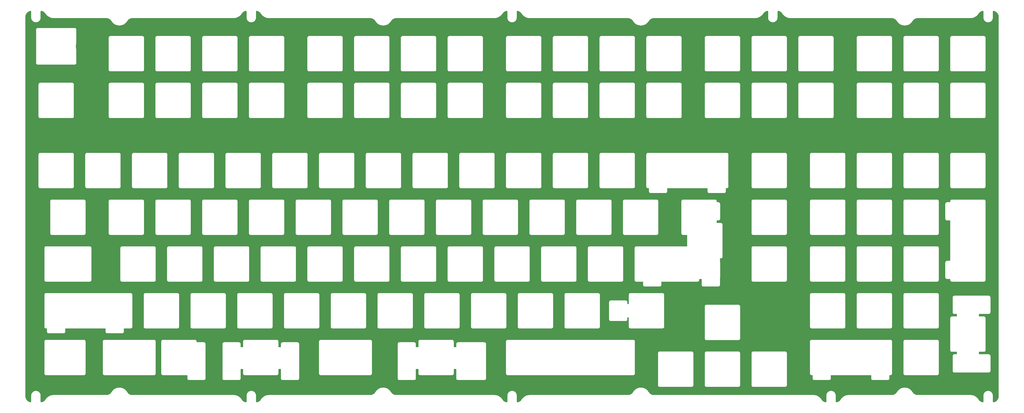
<source format=gbr>
%TF.GenerationSoftware,KiCad,Pcbnew,(6.0.2)*%
%TF.CreationDate,2022-03-07T23:58:59-05:00*%
%TF.ProjectId,FR4-universal-layout-plate,4652342d-756e-4697-9665-7273616c2d6c,rev?*%
%TF.SameCoordinates,Original*%
%TF.FileFunction,Copper,L1,Top*%
%TF.FilePolarity,Positive*%
%FSLAX46Y46*%
G04 Gerber Fmt 4.6, Leading zero omitted, Abs format (unit mm)*
G04 Created by KiCad (PCBNEW (6.0.2)) date 2022-03-07 23:58:59*
%MOMM*%
%LPD*%
G01*
G04 APERTURE LIST*
%TA.AperFunction,ComponentPad*%
%ADD10C,11.000000*%
%TD*%
%TA.AperFunction,ComponentPad*%
%ADD11C,16.800000*%
%TD*%
%TA.AperFunction,ComponentPad*%
%ADD12C,10.000000*%
%TD*%
%TA.AperFunction,ViaPad*%
%ADD13C,0.800000*%
%TD*%
G04 APERTURE END LIST*
D10*
%TO.P,H2,1,1*%
%TO.N,GND*%
X271462500Y-14287500D03*
%TD*%
%TO.P,H3,1,1*%
%TO.N,GND*%
X290512500Y-14287500D03*
%TD*%
D11*
%TO.P,H6,1,1*%
%TO.N,GND*%
X292893750Y-88225250D03*
%TD*%
D10*
%TO.P,H4,1,1*%
%TO.N,GND*%
X309562500Y-14287500D03*
%TD*%
D12*
%TO.P,H5,1,1*%
%TO.N,GND*%
X13000000Y22050000D03*
%TD*%
D13*
%TO.N,GND*%
X188250000Y35500000D03*
X77000000Y-122000000D03*
X82000000Y35500000D03*
X77000000Y35500000D03*
X82000000Y-122000000D03*
X313250000Y-122000000D03*
X382250000Y-122000000D03*
X-10750000Y-122000000D03*
X382250000Y35500000D03*
X183250000Y-122000000D03*
X377250000Y35500000D03*
X294500000Y35500000D03*
X183250000Y35500000D03*
X377250000Y-122000000D03*
X289500000Y35500000D03*
X-5750000Y-122000000D03*
X318250000Y-122000000D03*
X-5750000Y35500000D03*
X-10750000Y35500000D03*
X188250000Y-122000000D03*
%TD*%
%TA.AperFunction,Conductor*%
%TO.N,GND*%
G36*
X377585049Y36483896D02*
G01*
X377641265Y36469078D01*
X377667732Y36457774D01*
X377717313Y36427407D01*
X377739410Y36408966D01*
X377778154Y36365627D01*
X377794014Y36341608D01*
X377818654Y36288953D01*
X377826934Y36261385D01*
X377833802Y36214642D01*
X377834820Y36200547D01*
X377832357Y36189836D01*
X377834817Y36178964D01*
X377834817Y36178963D01*
X377835059Y36177895D01*
X377837500Y36156046D01*
X377837500Y33758960D01*
X377834982Y33736773D01*
X377832357Y33725358D01*
X377833329Y33721060D01*
X377850798Y33465679D01*
X377851486Y33462368D01*
X377851487Y33462361D01*
X377869159Y33377321D01*
X377903682Y33211188D01*
X377990726Y32966269D01*
X377992276Y32963278D01*
X377992278Y32963273D01*
X378053197Y32845707D01*
X378110310Y32735484D01*
X378260204Y32523131D01*
X378437618Y32333167D01*
X378440234Y32331039D01*
X378440238Y32331035D01*
X378472176Y32305052D01*
X378639247Y32169130D01*
X378861334Y32034076D01*
X379099742Y31930521D01*
X379204240Y31901242D01*
X379346770Y31861306D01*
X379346776Y31861305D01*
X379350030Y31860393D01*
X379607536Y31825000D01*
X379867464Y31825000D01*
X380124970Y31860393D01*
X380128224Y31861305D01*
X380128230Y31861306D01*
X380270760Y31901242D01*
X380375258Y31930521D01*
X380613666Y32034076D01*
X380835753Y32169130D01*
X381002824Y32305052D01*
X381034762Y32331035D01*
X381034766Y32331039D01*
X381037382Y32333167D01*
X381214796Y32523131D01*
X381364690Y32735484D01*
X381421803Y32845707D01*
X381482722Y32963273D01*
X381482724Y32963278D01*
X381484274Y32966269D01*
X381571318Y33211188D01*
X381605841Y33377321D01*
X381623513Y33462361D01*
X381623514Y33462368D01*
X381624202Y33465679D01*
X381641569Y33719571D01*
X381641582Y33719708D01*
X381642642Y33724284D01*
X381642643Y33725000D01*
X381639979Y33736679D01*
X381637500Y33758696D01*
X381637500Y36154109D01*
X381640057Y36176464D01*
X381640345Y36177704D01*
X381642642Y36187615D01*
X381642643Y36188331D01*
X381641494Y36193367D01*
X381641929Y36218420D01*
X381648100Y36260353D01*
X381656406Y36287961D01*
X381681127Y36340687D01*
X381697034Y36364727D01*
X381735895Y36408092D01*
X381758056Y36426531D01*
X381807768Y36456863D01*
X381834298Y36468132D01*
X381890639Y36482853D01*
X381919293Y36486002D01*
X381966641Y36484264D01*
X381980681Y36482704D01*
X381990758Y36478338D01*
X382001897Y36478780D01*
X382012503Y36476800D01*
X382022937Y36475748D01*
X382068976Y36464449D01*
X382267150Y36415812D01*
X382278088Y36412446D01*
X382538181Y36315635D01*
X382548657Y36311030D01*
X382764825Y36200682D01*
X382787475Y36189120D01*
X382795853Y36184843D01*
X382805721Y36179064D01*
X383036706Y36025189D01*
X383045840Y36018310D01*
X383257520Y35838810D01*
X383265806Y35830916D01*
X383455348Y35628194D01*
X383462667Y35619397D01*
X383627555Y35396147D01*
X383633808Y35386568D01*
X383655261Y35349142D01*
X383771826Y35145785D01*
X383776933Y35135546D01*
X383811693Y35054423D01*
X383886242Y34880442D01*
X383890134Y34869679D01*
X383969272Y34603666D01*
X383971896Y34592527D01*
X383983038Y34528952D01*
X384017119Y34334492D01*
X384019807Y34319153D01*
X384021125Y34307808D01*
X384035631Y34057268D01*
X384034797Y34047370D01*
X384034875Y34047370D01*
X384034855Y34036223D01*
X384032357Y34025358D01*
X384034817Y34014486D01*
X384034817Y34014484D01*
X384035059Y34013417D01*
X384037500Y33991568D01*
X384037500Y-120541039D01*
X384034982Y-120563226D01*
X384032357Y-120574641D01*
X384034818Y-120585516D01*
X384034799Y-120596311D01*
X384035661Y-120606762D01*
X384033127Y-120650538D01*
X384021131Y-120857738D01*
X384021128Y-120857784D01*
X384019809Y-120869147D01*
X384012211Y-120912499D01*
X383971896Y-121142529D01*
X383969272Y-121153667D01*
X383916396Y-121331407D01*
X383890136Y-121419676D01*
X383886245Y-121430435D01*
X383776981Y-121685436D01*
X383776935Y-121685543D01*
X383771828Y-121695782D01*
X383633876Y-121936450D01*
X383633811Y-121936563D01*
X383627555Y-121946146D01*
X383462667Y-122169396D01*
X383455348Y-122178193D01*
X383265806Y-122380915D01*
X383257523Y-122388806D01*
X383136383Y-122491531D01*
X383045844Y-122568306D01*
X383036706Y-122575188D01*
X382936714Y-122641800D01*
X382805726Y-122729060D01*
X382795858Y-122734840D01*
X382548648Y-122861034D01*
X382538191Y-122865630D01*
X382406172Y-122914771D01*
X382278087Y-122962447D01*
X382267148Y-122965813D01*
X382186886Y-122985511D01*
X382139473Y-122997147D01*
X382115877Y-123000000D01*
X381824343Y-123000000D01*
X381772779Y-122985511D01*
X381758058Y-122976529D01*
X381735894Y-122958088D01*
X381697035Y-122914725D01*
X381681128Y-122890685D01*
X381656407Y-122837959D01*
X381648101Y-122810352D01*
X381646213Y-122797520D01*
X381641964Y-122768654D01*
X381641570Y-122743671D01*
X381642642Y-122739046D01*
X381642643Y-122738330D01*
X381640345Y-122728254D01*
X381639979Y-122726651D01*
X381637500Y-122704634D01*
X381637500Y-120309221D01*
X381640057Y-120286866D01*
X381640370Y-120285518D01*
X381642642Y-120275715D01*
X381642643Y-120274999D01*
X381642273Y-120273377D01*
X381642601Y-120270531D01*
X381641639Y-120270597D01*
X381628075Y-120072299D01*
X381624202Y-120015678D01*
X381623221Y-120010954D01*
X381572007Y-119764503D01*
X381571318Y-119761187D01*
X381484274Y-119516268D01*
X381479053Y-119506191D01*
X381382958Y-119320738D01*
X381364690Y-119285483D01*
X381214796Y-119073130D01*
X381037382Y-118883166D01*
X381034763Y-118881035D01*
X381034762Y-118881034D01*
X380904427Y-118774999D01*
X380835753Y-118719129D01*
X380613666Y-118584075D01*
X380375258Y-118480520D01*
X380270760Y-118451241D01*
X380128230Y-118411305D01*
X380128224Y-118411304D01*
X380124970Y-118410392D01*
X379867464Y-118374999D01*
X379607536Y-118374999D01*
X379350030Y-118410392D01*
X379346776Y-118411304D01*
X379346770Y-118411305D01*
X379204240Y-118451241D01*
X379099742Y-118480520D01*
X378861334Y-118584075D01*
X378639247Y-118719129D01*
X378570573Y-118774999D01*
X378440238Y-118881034D01*
X378440237Y-118881035D01*
X378437618Y-118883166D01*
X378260204Y-119073130D01*
X378110310Y-119285483D01*
X378092042Y-119320738D01*
X377995948Y-119506191D01*
X377990726Y-119516268D01*
X377903682Y-119761187D01*
X377902993Y-119764503D01*
X377851780Y-120010954D01*
X377850798Y-120015678D01*
X377833393Y-120270138D01*
X377832357Y-120274641D01*
X377834818Y-120285517D01*
X377835059Y-120286582D01*
X377837500Y-120308431D01*
X377837500Y-122705517D01*
X377834982Y-122727704D01*
X377832357Y-122739119D01*
X377834817Y-122749992D01*
X377834816Y-122750681D01*
X377833764Y-122764899D01*
X377826934Y-122811382D01*
X377818654Y-122838951D01*
X377794013Y-122891607D01*
X377778155Y-122915623D01*
X377739406Y-122958969D01*
X377717309Y-122977409D01*
X377704220Y-122985425D01*
X377652515Y-123000000D01*
X377348658Y-123000000D01*
X377325908Y-122997351D01*
X377325023Y-122997142D01*
X377236249Y-122976181D01*
X377226387Y-122973304D01*
X376991090Y-122891203D01*
X376981594Y-122887327D01*
X376756059Y-122781270D01*
X376746999Y-122776420D01*
X376533685Y-122647562D01*
X376525182Y-122641804D01*
X376326367Y-122491523D01*
X376318512Y-122484917D01*
X376206976Y-122380780D01*
X376136345Y-122314835D01*
X376129220Y-122307455D01*
X375965659Y-122119398D01*
X375959344Y-122111327D01*
X375831973Y-121929861D01*
X375822475Y-121911262D01*
X375822204Y-121911392D01*
X375819777Y-121906315D01*
X375817943Y-121900999D01*
X375817563Y-121900392D01*
X375814176Y-121896997D01*
X375811893Y-121893923D01*
X375721726Y-121763814D01*
X375613774Y-121608039D01*
X375613766Y-121608029D01*
X375612476Y-121606167D01*
X375611018Y-121604429D01*
X375611013Y-121604422D01*
X375383499Y-121333154D01*
X375383490Y-121333144D01*
X375382033Y-121331407D01*
X375127353Y-121078951D01*
X374850583Y-120850928D01*
X374554058Y-120649262D01*
X374359358Y-120541538D01*
X374242274Y-120476757D01*
X374242270Y-120476755D01*
X374240280Y-120475654D01*
X374238198Y-120474741D01*
X374238193Y-120474738D01*
X373913976Y-120332481D01*
X373913972Y-120332480D01*
X373911897Y-120331569D01*
X373626748Y-120236569D01*
X373573819Y-120218935D01*
X373573813Y-120218933D01*
X373571678Y-120218222D01*
X373569486Y-120217710D01*
X373569481Y-120217708D01*
X373224709Y-120137088D01*
X373224710Y-120137088D01*
X373222494Y-120136570D01*
X373220237Y-120136257D01*
X373220232Y-120136256D01*
X373082832Y-120117198D01*
X372867292Y-120087302D01*
X372649335Y-120077282D01*
X372518547Y-120071269D01*
X372514451Y-120070939D01*
X372509783Y-120069857D01*
X372509067Y-120069856D01*
X372503618Y-120071099D01*
X372497388Y-120072520D01*
X372475371Y-120074999D01*
X351081828Y-120074999D01*
X351059641Y-120072481D01*
X351048226Y-120069856D01*
X351037349Y-120072317D01*
X351026754Y-120072299D01*
X351016099Y-120073182D01*
X350924712Y-120067955D01*
X350768453Y-120059017D01*
X350757233Y-120057730D01*
X350487027Y-120010954D01*
X350476027Y-120008395D01*
X350212930Y-119931118D01*
X350202296Y-119927324D01*
X349949705Y-119820542D01*
X349939573Y-119815557D01*
X349700831Y-119680684D01*
X349691323Y-119674572D01*
X349580489Y-119594014D01*
X349469504Y-119513346D01*
X349460764Y-119506196D01*
X349258783Y-119320736D01*
X349250907Y-119312628D01*
X349071389Y-119105344D01*
X349064497Y-119096402D01*
X348924980Y-118892232D01*
X348915814Y-118873593D01*
X348915445Y-118873761D01*
X348913108Y-118868641D01*
X348911364Y-118863282D01*
X348911181Y-118862978D01*
X348911180Y-118862974D01*
X348911177Y-118862971D01*
X348910995Y-118862668D01*
X348908293Y-118859862D01*
X348908259Y-118859815D01*
X348709573Y-118563905D01*
X348709572Y-118563904D01*
X348708224Y-118561896D01*
X348477558Y-118281988D01*
X348220625Y-118025978D01*
X347939888Y-117796323D01*
X347638038Y-117595222D01*
X347317968Y-117424604D01*
X346982747Y-117286104D01*
X346980433Y-117285404D01*
X346980428Y-117285402D01*
X346637924Y-117181758D01*
X346635588Y-117181051D01*
X346279820Y-117110451D01*
X345918853Y-117074981D01*
X345556148Y-117074981D01*
X345195181Y-117110451D01*
X344839413Y-117181051D01*
X344837084Y-117181756D01*
X344837075Y-117181758D01*
X344494584Y-117285399D01*
X344494580Y-117285400D01*
X344492255Y-117286104D01*
X344157034Y-117424603D01*
X343836964Y-117595221D01*
X343535113Y-117796322D01*
X343254376Y-118025977D01*
X342997443Y-118281986D01*
X342995912Y-118283843D01*
X342995910Y-118283846D01*
X342792749Y-118530379D01*
X342766777Y-118561895D01*
X342765429Y-118563903D01*
X342765428Y-118563904D01*
X342567636Y-118858482D01*
X342566892Y-118859066D01*
X342566637Y-118859723D01*
X342564376Y-118862054D01*
X342564193Y-118862356D01*
X342564190Y-118862360D01*
X342564188Y-118862365D01*
X342564006Y-118862667D01*
X342562267Y-118867950D01*
X342559950Y-118872998D01*
X342559665Y-118872867D01*
X342550315Y-118891799D01*
X342410508Y-119096390D01*
X342403608Y-119105344D01*
X342249989Y-119282724D01*
X342224092Y-119312626D01*
X342216216Y-119320734D01*
X342014236Y-119506194D01*
X342005496Y-119513344D01*
X341784101Y-119674262D01*
X341783677Y-119674570D01*
X341774167Y-119680684D01*
X341535430Y-119815554D01*
X341525295Y-119820540D01*
X341272706Y-119927321D01*
X341262070Y-119931116D01*
X340998973Y-120008393D01*
X340987973Y-120010952D01*
X340717767Y-120057728D01*
X340706548Y-120059015D01*
X340546132Y-120068191D01*
X340459413Y-120073151D01*
X340449503Y-120072313D01*
X340449503Y-120072374D01*
X340438356Y-120072354D01*
X340427491Y-120069856D01*
X340416619Y-120072316D01*
X340416617Y-120072316D01*
X340415550Y-120072558D01*
X340393701Y-120074999D01*
X323000155Y-120074999D01*
X322977803Y-120072442D01*
X322966649Y-120069857D01*
X322965933Y-120069856D01*
X322961251Y-120070924D01*
X322957492Y-120071221D01*
X322609982Y-120087197D01*
X322609972Y-120087198D01*
X322607708Y-120087302D01*
X322492427Y-120103292D01*
X322254768Y-120136256D01*
X322254763Y-120136257D01*
X322252506Y-120136570D01*
X322250290Y-120137088D01*
X322250291Y-120137088D01*
X321905519Y-120217708D01*
X321905514Y-120217710D01*
X321903322Y-120218222D01*
X321901187Y-120218933D01*
X321901181Y-120218935D01*
X321848252Y-120236569D01*
X321563103Y-120331569D01*
X321561028Y-120332480D01*
X321561024Y-120332481D01*
X321236807Y-120474738D01*
X321236802Y-120474741D01*
X321234720Y-120475654D01*
X321232730Y-120476755D01*
X321232726Y-120476757D01*
X321115642Y-120541538D01*
X320920942Y-120649262D01*
X320624417Y-120850928D01*
X320347647Y-121078951D01*
X320092967Y-121331407D01*
X320091510Y-121333144D01*
X320091501Y-121333154D01*
X319863987Y-121604422D01*
X319863982Y-121604429D01*
X319862524Y-121606167D01*
X319861234Y-121608029D01*
X319861226Y-121608039D01*
X319663685Y-121893090D01*
X319661215Y-121896406D01*
X319657818Y-121899786D01*
X319657628Y-121900088D01*
X319657627Y-121900089D01*
X319657626Y-121900091D01*
X319657437Y-121900392D01*
X319655602Y-121905649D01*
X319653185Y-121910675D01*
X319652994Y-121910583D01*
X319643327Y-121929433D01*
X319515656Y-122111328D01*
X319509341Y-122119398D01*
X319345780Y-122307455D01*
X319338655Y-122314835D01*
X319268024Y-122380780D01*
X319156488Y-122484917D01*
X319148633Y-122491523D01*
X318949818Y-122641804D01*
X318941315Y-122647562D01*
X318728001Y-122776420D01*
X318718941Y-122781270D01*
X318493406Y-122887327D01*
X318483910Y-122891203D01*
X318248613Y-122973304D01*
X318238747Y-122976182D01*
X318149090Y-122997351D01*
X318126341Y-123000000D01*
X317822485Y-123000000D01*
X317770778Y-122985424D01*
X317757690Y-122977408D01*
X317735590Y-122958965D01*
X317696846Y-122915626D01*
X317680985Y-122891605D01*
X317678982Y-122887323D01*
X317656346Y-122838950D01*
X317648066Y-122811384D01*
X317641198Y-122764641D01*
X317640180Y-122750546D01*
X317642643Y-122739835D01*
X317639941Y-122727894D01*
X317637500Y-122706045D01*
X317637500Y-120309221D01*
X317640057Y-120286866D01*
X317640370Y-120285518D01*
X317642642Y-120275715D01*
X317642643Y-120274999D01*
X317642273Y-120273377D01*
X317642601Y-120270531D01*
X317641639Y-120270597D01*
X317628075Y-120072299D01*
X317624202Y-120015678D01*
X317623221Y-120010954D01*
X317572007Y-119764503D01*
X317571318Y-119761187D01*
X317484274Y-119516268D01*
X317479053Y-119506191D01*
X317382958Y-119320738D01*
X317364690Y-119285483D01*
X317214796Y-119073130D01*
X317037382Y-118883166D01*
X317034763Y-118881035D01*
X317034762Y-118881034D01*
X316904427Y-118774999D01*
X316835753Y-118719129D01*
X316613666Y-118584075D01*
X316375258Y-118480520D01*
X316270760Y-118451241D01*
X316128230Y-118411305D01*
X316128224Y-118411304D01*
X316124970Y-118410392D01*
X315867464Y-118374999D01*
X315607536Y-118374999D01*
X315350030Y-118410392D01*
X315346776Y-118411304D01*
X315346770Y-118411305D01*
X315204240Y-118451241D01*
X315099742Y-118480520D01*
X314861334Y-118584075D01*
X314639247Y-118719129D01*
X314570573Y-118774999D01*
X314440238Y-118881034D01*
X314440237Y-118881035D01*
X314437618Y-118883166D01*
X314260204Y-119073130D01*
X314110310Y-119285483D01*
X314092042Y-119320738D01*
X313995948Y-119506191D01*
X313990726Y-119516268D01*
X313903682Y-119761187D01*
X313902993Y-119764503D01*
X313851780Y-120010954D01*
X313850798Y-120015678D01*
X313833393Y-120270138D01*
X313832357Y-120274641D01*
X313834818Y-120285517D01*
X313835059Y-120286582D01*
X313837500Y-120308431D01*
X313837500Y-122705517D01*
X313834982Y-122727704D01*
X313832357Y-122739119D01*
X313834817Y-122749992D01*
X313834816Y-122750681D01*
X313833764Y-122764899D01*
X313826934Y-122811382D01*
X313818654Y-122838951D01*
X313794013Y-122891607D01*
X313778155Y-122915623D01*
X313739406Y-122958969D01*
X313717309Y-122977409D01*
X313704220Y-122985425D01*
X313652515Y-123000000D01*
X313348658Y-123000000D01*
X313325908Y-122997351D01*
X313325023Y-122997142D01*
X313236249Y-122976181D01*
X313226387Y-122973304D01*
X312991090Y-122891203D01*
X312981594Y-122887327D01*
X312756059Y-122781270D01*
X312746999Y-122776420D01*
X312533685Y-122647562D01*
X312525182Y-122641804D01*
X312326367Y-122491523D01*
X312318512Y-122484917D01*
X312206976Y-122380780D01*
X312136345Y-122314835D01*
X312129220Y-122307455D01*
X311965659Y-122119398D01*
X311959344Y-122111327D01*
X311831973Y-121929861D01*
X311822475Y-121911262D01*
X311822204Y-121911392D01*
X311819777Y-121906315D01*
X311817943Y-121900999D01*
X311817563Y-121900392D01*
X311814176Y-121896997D01*
X311811893Y-121893923D01*
X311721726Y-121763814D01*
X311613774Y-121608039D01*
X311613766Y-121608029D01*
X311612476Y-121606167D01*
X311611018Y-121604429D01*
X311611013Y-121604422D01*
X311383499Y-121333154D01*
X311383490Y-121333144D01*
X311382033Y-121331407D01*
X311127353Y-121078951D01*
X310850583Y-120850928D01*
X310554058Y-120649262D01*
X310359358Y-120541538D01*
X310242274Y-120476757D01*
X310242270Y-120476755D01*
X310240280Y-120475654D01*
X310238198Y-120474741D01*
X310238193Y-120474738D01*
X309913976Y-120332481D01*
X309913972Y-120332480D01*
X309911897Y-120331569D01*
X309626748Y-120236569D01*
X309573819Y-120218935D01*
X309573813Y-120218933D01*
X309571678Y-120218222D01*
X309569486Y-120217710D01*
X309569481Y-120217708D01*
X309224709Y-120137088D01*
X309224710Y-120137088D01*
X309222494Y-120136570D01*
X309220237Y-120136257D01*
X309220232Y-120136256D01*
X309082832Y-120117198D01*
X308867292Y-120087302D01*
X308649335Y-120077282D01*
X308518547Y-120071269D01*
X308514451Y-120070939D01*
X308509783Y-120069857D01*
X308509067Y-120069856D01*
X308503618Y-120071099D01*
X308497388Y-120072520D01*
X308475371Y-120074999D01*
X243581828Y-120074999D01*
X243559641Y-120072481D01*
X243548226Y-120069856D01*
X243537349Y-120072317D01*
X243526754Y-120072299D01*
X243516099Y-120073182D01*
X243424712Y-120067955D01*
X243268453Y-120059017D01*
X243257233Y-120057730D01*
X242987027Y-120010954D01*
X242976027Y-120008395D01*
X242712930Y-119931118D01*
X242702296Y-119927324D01*
X242449705Y-119820542D01*
X242439573Y-119815557D01*
X242200831Y-119680684D01*
X242191323Y-119674572D01*
X242080489Y-119594014D01*
X241969504Y-119513346D01*
X241960764Y-119506196D01*
X241758783Y-119320736D01*
X241750907Y-119312628D01*
X241571389Y-119105344D01*
X241564497Y-119096402D01*
X241424980Y-118892232D01*
X241415814Y-118873593D01*
X241415445Y-118873761D01*
X241413108Y-118868641D01*
X241411364Y-118863282D01*
X241411181Y-118862978D01*
X241411180Y-118862974D01*
X241411177Y-118862971D01*
X241410995Y-118862668D01*
X241408293Y-118859862D01*
X241408259Y-118859815D01*
X241209573Y-118563905D01*
X241209572Y-118563904D01*
X241208224Y-118561896D01*
X240977558Y-118281988D01*
X240720625Y-118025978D01*
X240439888Y-117796323D01*
X240138038Y-117595222D01*
X239817968Y-117424604D01*
X239482747Y-117286104D01*
X239480433Y-117285404D01*
X239480428Y-117285402D01*
X239137924Y-117181758D01*
X239135588Y-117181051D01*
X238779820Y-117110451D01*
X238418853Y-117074981D01*
X238056148Y-117074981D01*
X237695181Y-117110451D01*
X237339413Y-117181051D01*
X237337084Y-117181756D01*
X237337075Y-117181758D01*
X236994584Y-117285399D01*
X236994580Y-117285400D01*
X236992255Y-117286104D01*
X236657034Y-117424603D01*
X236336964Y-117595221D01*
X236035113Y-117796322D01*
X235754376Y-118025977D01*
X235497443Y-118281986D01*
X235495912Y-118283843D01*
X235495910Y-118283846D01*
X235292749Y-118530379D01*
X235266777Y-118561895D01*
X235265429Y-118563903D01*
X235265428Y-118563904D01*
X235067636Y-118858482D01*
X235066892Y-118859066D01*
X235066637Y-118859723D01*
X235064376Y-118862054D01*
X235064193Y-118862356D01*
X235064190Y-118862360D01*
X235064188Y-118862365D01*
X235064006Y-118862667D01*
X235062267Y-118867950D01*
X235059950Y-118872998D01*
X235059665Y-118872867D01*
X235050315Y-118891799D01*
X234910508Y-119096390D01*
X234903608Y-119105344D01*
X234749989Y-119282724D01*
X234724092Y-119312626D01*
X234716216Y-119320734D01*
X234514236Y-119506194D01*
X234505496Y-119513344D01*
X234284101Y-119674262D01*
X234283677Y-119674570D01*
X234274167Y-119680684D01*
X234035430Y-119815554D01*
X234025295Y-119820540D01*
X233772706Y-119927321D01*
X233762070Y-119931116D01*
X233498973Y-120008393D01*
X233487973Y-120010952D01*
X233217767Y-120057728D01*
X233206548Y-120059015D01*
X233046132Y-120068191D01*
X232959413Y-120073151D01*
X232949503Y-120072313D01*
X232949503Y-120072374D01*
X232938356Y-120072354D01*
X232927491Y-120069856D01*
X232916619Y-120072316D01*
X232916617Y-120072316D01*
X232915550Y-120072558D01*
X232893701Y-120074999D01*
X193000155Y-120074999D01*
X192977803Y-120072442D01*
X192966649Y-120069857D01*
X192965933Y-120069856D01*
X192961251Y-120070924D01*
X192957492Y-120071221D01*
X192609982Y-120087197D01*
X192609972Y-120087198D01*
X192607708Y-120087302D01*
X192492427Y-120103292D01*
X192254768Y-120136256D01*
X192254763Y-120136257D01*
X192252506Y-120136570D01*
X192250290Y-120137088D01*
X192250291Y-120137088D01*
X191905519Y-120217708D01*
X191905514Y-120217710D01*
X191903322Y-120218222D01*
X191901187Y-120218933D01*
X191901181Y-120218935D01*
X191848252Y-120236569D01*
X191563103Y-120331569D01*
X191561028Y-120332480D01*
X191561024Y-120332481D01*
X191236807Y-120474738D01*
X191236802Y-120474741D01*
X191234720Y-120475654D01*
X191232730Y-120476755D01*
X191232726Y-120476757D01*
X191115642Y-120541538D01*
X190920942Y-120649262D01*
X190624417Y-120850928D01*
X190347647Y-121078951D01*
X190092967Y-121331407D01*
X190091510Y-121333144D01*
X190091501Y-121333154D01*
X189863987Y-121604422D01*
X189863982Y-121604429D01*
X189862524Y-121606167D01*
X189861234Y-121608029D01*
X189861226Y-121608039D01*
X189663685Y-121893090D01*
X189661215Y-121896406D01*
X189657818Y-121899786D01*
X189657628Y-121900088D01*
X189657627Y-121900089D01*
X189657626Y-121900091D01*
X189657437Y-121900392D01*
X189655602Y-121905649D01*
X189653185Y-121910675D01*
X189652994Y-121910583D01*
X189643327Y-121929433D01*
X189515656Y-122111328D01*
X189509341Y-122119398D01*
X189345780Y-122307455D01*
X189338655Y-122314835D01*
X189268024Y-122380780D01*
X189156488Y-122484917D01*
X189148633Y-122491523D01*
X188949818Y-122641804D01*
X188941315Y-122647562D01*
X188728001Y-122776420D01*
X188718941Y-122781270D01*
X188493406Y-122887327D01*
X188483910Y-122891203D01*
X188248613Y-122973304D01*
X188238747Y-122976182D01*
X188149090Y-122997351D01*
X188126341Y-123000000D01*
X187822485Y-123000000D01*
X187770778Y-122985424D01*
X187757690Y-122977408D01*
X187735590Y-122958965D01*
X187696846Y-122915626D01*
X187680985Y-122891605D01*
X187678982Y-122887323D01*
X187656346Y-122838950D01*
X187648066Y-122811384D01*
X187641198Y-122764641D01*
X187640180Y-122750546D01*
X187642643Y-122739835D01*
X187639941Y-122727894D01*
X187637500Y-122706045D01*
X187637500Y-120309221D01*
X187640057Y-120286866D01*
X187640370Y-120285518D01*
X187642642Y-120275715D01*
X187642643Y-120274999D01*
X187642273Y-120273377D01*
X187642601Y-120270531D01*
X187641639Y-120270597D01*
X187628075Y-120072299D01*
X187624202Y-120015678D01*
X187623221Y-120010954D01*
X187572007Y-119764503D01*
X187571318Y-119761187D01*
X187484274Y-119516268D01*
X187479053Y-119506191D01*
X187382958Y-119320738D01*
X187364690Y-119285483D01*
X187214796Y-119073130D01*
X187037382Y-118883166D01*
X187034763Y-118881035D01*
X187034762Y-118881034D01*
X186904427Y-118774999D01*
X186835753Y-118719129D01*
X186613666Y-118584075D01*
X186375258Y-118480520D01*
X186270760Y-118451241D01*
X186128230Y-118411305D01*
X186128224Y-118411304D01*
X186124970Y-118410392D01*
X185867464Y-118374999D01*
X185607536Y-118374999D01*
X185350030Y-118410392D01*
X185346776Y-118411304D01*
X185346770Y-118411305D01*
X185204240Y-118451241D01*
X185099742Y-118480520D01*
X184861334Y-118584075D01*
X184639247Y-118719129D01*
X184570573Y-118774999D01*
X184440238Y-118881034D01*
X184440237Y-118881035D01*
X184437618Y-118883166D01*
X184260204Y-119073130D01*
X184110310Y-119285483D01*
X184092042Y-119320738D01*
X183995948Y-119506191D01*
X183990726Y-119516268D01*
X183903682Y-119761187D01*
X183902993Y-119764503D01*
X183851780Y-120010954D01*
X183850798Y-120015678D01*
X183833393Y-120270138D01*
X183832357Y-120274641D01*
X183834818Y-120285517D01*
X183835059Y-120286582D01*
X183837500Y-120308431D01*
X183837500Y-122705517D01*
X183834982Y-122727704D01*
X183832357Y-122739119D01*
X183834817Y-122749992D01*
X183834816Y-122750681D01*
X183833764Y-122764899D01*
X183826934Y-122811382D01*
X183818654Y-122838951D01*
X183794013Y-122891607D01*
X183778155Y-122915623D01*
X183739406Y-122958969D01*
X183717309Y-122977409D01*
X183704220Y-122985425D01*
X183652515Y-123000000D01*
X183348658Y-123000000D01*
X183325908Y-122997351D01*
X183325023Y-122997142D01*
X183236249Y-122976181D01*
X183226387Y-122973304D01*
X182991090Y-122891203D01*
X182981594Y-122887327D01*
X182756059Y-122781270D01*
X182746999Y-122776420D01*
X182533685Y-122647562D01*
X182525182Y-122641804D01*
X182326367Y-122491523D01*
X182318512Y-122484917D01*
X182206976Y-122380780D01*
X182136345Y-122314835D01*
X182129220Y-122307455D01*
X181965659Y-122119398D01*
X181959344Y-122111327D01*
X181831973Y-121929861D01*
X181822475Y-121911262D01*
X181822204Y-121911392D01*
X181819777Y-121906315D01*
X181817943Y-121900999D01*
X181817563Y-121900392D01*
X181814176Y-121896997D01*
X181811893Y-121893923D01*
X181721726Y-121763814D01*
X181613774Y-121608039D01*
X181613766Y-121608029D01*
X181612476Y-121606167D01*
X181611018Y-121604429D01*
X181611013Y-121604422D01*
X181383499Y-121333154D01*
X181383490Y-121333144D01*
X181382033Y-121331407D01*
X181127353Y-121078951D01*
X180850583Y-120850928D01*
X180554058Y-120649262D01*
X180359358Y-120541538D01*
X180242274Y-120476757D01*
X180242270Y-120476755D01*
X180240280Y-120475654D01*
X180238198Y-120474741D01*
X180238193Y-120474738D01*
X179913976Y-120332481D01*
X179913972Y-120332480D01*
X179911897Y-120331569D01*
X179626748Y-120236569D01*
X179573819Y-120218935D01*
X179573813Y-120218933D01*
X179571678Y-120218222D01*
X179569486Y-120217710D01*
X179569481Y-120217708D01*
X179224709Y-120137088D01*
X179224710Y-120137088D01*
X179222494Y-120136570D01*
X179220237Y-120136257D01*
X179220232Y-120136256D01*
X179082832Y-120117198D01*
X178867292Y-120087302D01*
X178649335Y-120077282D01*
X178518547Y-120071269D01*
X178514451Y-120070939D01*
X178509783Y-120069857D01*
X178509067Y-120069856D01*
X178503618Y-120071099D01*
X178497388Y-120072520D01*
X178475371Y-120074999D01*
X138581828Y-120074999D01*
X138559641Y-120072481D01*
X138548226Y-120069856D01*
X138537349Y-120072317D01*
X138526754Y-120072299D01*
X138516099Y-120073182D01*
X138424712Y-120067955D01*
X138268453Y-120059017D01*
X138257233Y-120057730D01*
X137987027Y-120010954D01*
X137976027Y-120008395D01*
X137712930Y-119931118D01*
X137702296Y-119927324D01*
X137449705Y-119820542D01*
X137439573Y-119815557D01*
X137200831Y-119680684D01*
X137191323Y-119674572D01*
X137080489Y-119594014D01*
X136969504Y-119513346D01*
X136960764Y-119506196D01*
X136758783Y-119320736D01*
X136750907Y-119312628D01*
X136571389Y-119105344D01*
X136564497Y-119096402D01*
X136424980Y-118892232D01*
X136415814Y-118873593D01*
X136415445Y-118873761D01*
X136413108Y-118868641D01*
X136411364Y-118863282D01*
X136411181Y-118862978D01*
X136411180Y-118862974D01*
X136411177Y-118862971D01*
X136410995Y-118862668D01*
X136408293Y-118859862D01*
X136408259Y-118859815D01*
X136209573Y-118563905D01*
X136209572Y-118563904D01*
X136208224Y-118561896D01*
X135977558Y-118281988D01*
X135720625Y-118025978D01*
X135439888Y-117796323D01*
X135138038Y-117595222D01*
X134817968Y-117424604D01*
X134482747Y-117286104D01*
X134480433Y-117285404D01*
X134480428Y-117285402D01*
X134137924Y-117181758D01*
X134135588Y-117181051D01*
X133779820Y-117110451D01*
X133418853Y-117074981D01*
X133056148Y-117074981D01*
X132695181Y-117110451D01*
X132339413Y-117181051D01*
X132337084Y-117181756D01*
X132337075Y-117181758D01*
X131994584Y-117285399D01*
X131994580Y-117285400D01*
X131992255Y-117286104D01*
X131657034Y-117424603D01*
X131336964Y-117595221D01*
X131035113Y-117796322D01*
X130754376Y-118025977D01*
X130497443Y-118281986D01*
X130495912Y-118283843D01*
X130495910Y-118283846D01*
X130292749Y-118530379D01*
X130266777Y-118561895D01*
X130265429Y-118563903D01*
X130265428Y-118563904D01*
X130067636Y-118858482D01*
X130066892Y-118859066D01*
X130066637Y-118859723D01*
X130064376Y-118862054D01*
X130064193Y-118862356D01*
X130064190Y-118862360D01*
X130064188Y-118862365D01*
X130064006Y-118862667D01*
X130062267Y-118867950D01*
X130059950Y-118872998D01*
X130059665Y-118872867D01*
X130050315Y-118891799D01*
X129910508Y-119096390D01*
X129903608Y-119105344D01*
X129749989Y-119282724D01*
X129724092Y-119312626D01*
X129716216Y-119320734D01*
X129514236Y-119506194D01*
X129505496Y-119513344D01*
X129284101Y-119674262D01*
X129283677Y-119674570D01*
X129274167Y-119680684D01*
X129035430Y-119815554D01*
X129025295Y-119820540D01*
X128772706Y-119927321D01*
X128762070Y-119931116D01*
X128498973Y-120008393D01*
X128487973Y-120010952D01*
X128217767Y-120057728D01*
X128206548Y-120059015D01*
X128046132Y-120068191D01*
X127959413Y-120073151D01*
X127949503Y-120072313D01*
X127949503Y-120072374D01*
X127938356Y-120072354D01*
X127927491Y-120069856D01*
X127916619Y-120072316D01*
X127916617Y-120072316D01*
X127915550Y-120072558D01*
X127893701Y-120074999D01*
X86750155Y-120074999D01*
X86727803Y-120072442D01*
X86716649Y-120069857D01*
X86715933Y-120069856D01*
X86711251Y-120070924D01*
X86707492Y-120071221D01*
X86359982Y-120087197D01*
X86359972Y-120087198D01*
X86357708Y-120087302D01*
X86242427Y-120103292D01*
X86004768Y-120136256D01*
X86004763Y-120136257D01*
X86002506Y-120136570D01*
X86000290Y-120137088D01*
X86000291Y-120137088D01*
X85655519Y-120217708D01*
X85655514Y-120217710D01*
X85653322Y-120218222D01*
X85651187Y-120218933D01*
X85651181Y-120218935D01*
X85598252Y-120236569D01*
X85313103Y-120331569D01*
X85311028Y-120332480D01*
X85311024Y-120332481D01*
X84986807Y-120474738D01*
X84986802Y-120474741D01*
X84984720Y-120475654D01*
X84982730Y-120476755D01*
X84982726Y-120476757D01*
X84865642Y-120541538D01*
X84670942Y-120649262D01*
X84374417Y-120850928D01*
X84097647Y-121078951D01*
X83842967Y-121331407D01*
X83841510Y-121333144D01*
X83841501Y-121333154D01*
X83613987Y-121604422D01*
X83613982Y-121604429D01*
X83612524Y-121606167D01*
X83611234Y-121608029D01*
X83611226Y-121608039D01*
X83413685Y-121893090D01*
X83411215Y-121896406D01*
X83407818Y-121899786D01*
X83407628Y-121900088D01*
X83407627Y-121900089D01*
X83407626Y-121900091D01*
X83407437Y-121900392D01*
X83405602Y-121905649D01*
X83403185Y-121910675D01*
X83402994Y-121910583D01*
X83393327Y-121929433D01*
X83265656Y-122111328D01*
X83259341Y-122119398D01*
X83095780Y-122307455D01*
X83088655Y-122314835D01*
X83018024Y-122380780D01*
X82906488Y-122484917D01*
X82898633Y-122491523D01*
X82699818Y-122641804D01*
X82691315Y-122647562D01*
X82478001Y-122776420D01*
X82468941Y-122781270D01*
X82243406Y-122887327D01*
X82233910Y-122891203D01*
X81998613Y-122973304D01*
X81988747Y-122976182D01*
X81899090Y-122997351D01*
X81876341Y-123000000D01*
X81572485Y-123000000D01*
X81520778Y-122985424D01*
X81507690Y-122977408D01*
X81485590Y-122958965D01*
X81446846Y-122915626D01*
X81430985Y-122891605D01*
X81428982Y-122887323D01*
X81406346Y-122838950D01*
X81398066Y-122811384D01*
X81391198Y-122764641D01*
X81390180Y-122750546D01*
X81392643Y-122739835D01*
X81389941Y-122727894D01*
X81387500Y-122706045D01*
X81387500Y-120309221D01*
X81390057Y-120286866D01*
X81390370Y-120285518D01*
X81392642Y-120275715D01*
X81392643Y-120274999D01*
X81392273Y-120273377D01*
X81392601Y-120270531D01*
X81391639Y-120270597D01*
X81378075Y-120072299D01*
X81374202Y-120015678D01*
X81373221Y-120010954D01*
X81322007Y-119764503D01*
X81321318Y-119761187D01*
X81234274Y-119516268D01*
X81229053Y-119506191D01*
X81132958Y-119320738D01*
X81114690Y-119285483D01*
X80964796Y-119073130D01*
X80787382Y-118883166D01*
X80784763Y-118881035D01*
X80784762Y-118881034D01*
X80654427Y-118774999D01*
X80585753Y-118719129D01*
X80363666Y-118584075D01*
X80125258Y-118480520D01*
X80020760Y-118451241D01*
X79878230Y-118411305D01*
X79878224Y-118411304D01*
X79874970Y-118410392D01*
X79617464Y-118374999D01*
X79357536Y-118374999D01*
X79100030Y-118410392D01*
X79096776Y-118411304D01*
X79096770Y-118411305D01*
X78954240Y-118451241D01*
X78849742Y-118480520D01*
X78611334Y-118584075D01*
X78389247Y-118719129D01*
X78320573Y-118774999D01*
X78190238Y-118881034D01*
X78190237Y-118881035D01*
X78187618Y-118883166D01*
X78010204Y-119073130D01*
X77860310Y-119285483D01*
X77842042Y-119320738D01*
X77745948Y-119506191D01*
X77740726Y-119516268D01*
X77653682Y-119761187D01*
X77652993Y-119764503D01*
X77601780Y-120010954D01*
X77600798Y-120015678D01*
X77583393Y-120270138D01*
X77582357Y-120274641D01*
X77584818Y-120285517D01*
X77585059Y-120286582D01*
X77587500Y-120308431D01*
X77587500Y-122705517D01*
X77584982Y-122727704D01*
X77582357Y-122739119D01*
X77584817Y-122749992D01*
X77584816Y-122750681D01*
X77583764Y-122764899D01*
X77576934Y-122811382D01*
X77568654Y-122838951D01*
X77544013Y-122891607D01*
X77528155Y-122915623D01*
X77489406Y-122958969D01*
X77467309Y-122977409D01*
X77454220Y-122985425D01*
X77402515Y-123000000D01*
X77098658Y-123000000D01*
X77075908Y-122997351D01*
X77075023Y-122997142D01*
X76986249Y-122976181D01*
X76976387Y-122973304D01*
X76741090Y-122891203D01*
X76731594Y-122887327D01*
X76506059Y-122781270D01*
X76496999Y-122776420D01*
X76283685Y-122647562D01*
X76275182Y-122641804D01*
X76076367Y-122491523D01*
X76068512Y-122484917D01*
X75956976Y-122380780D01*
X75886345Y-122314835D01*
X75879220Y-122307455D01*
X75715659Y-122119398D01*
X75709344Y-122111327D01*
X75581973Y-121929861D01*
X75572475Y-121911262D01*
X75572204Y-121911392D01*
X75569777Y-121906315D01*
X75567943Y-121900999D01*
X75567563Y-121900392D01*
X75564176Y-121896997D01*
X75561893Y-121893923D01*
X75471726Y-121763814D01*
X75363774Y-121608039D01*
X75363766Y-121608029D01*
X75362476Y-121606167D01*
X75361018Y-121604429D01*
X75361013Y-121604422D01*
X75133499Y-121333154D01*
X75133490Y-121333144D01*
X75132033Y-121331407D01*
X74877353Y-121078951D01*
X74600583Y-120850928D01*
X74304058Y-120649262D01*
X74109358Y-120541538D01*
X73992274Y-120476757D01*
X73992270Y-120476755D01*
X73990280Y-120475654D01*
X73988198Y-120474741D01*
X73988193Y-120474738D01*
X73663976Y-120332481D01*
X73663972Y-120332480D01*
X73661897Y-120331569D01*
X73376748Y-120236569D01*
X73323819Y-120218935D01*
X73323813Y-120218933D01*
X73321678Y-120218222D01*
X73319486Y-120217710D01*
X73319481Y-120217708D01*
X72974709Y-120137088D01*
X72974710Y-120137088D01*
X72972494Y-120136570D01*
X72970237Y-120136257D01*
X72970232Y-120136256D01*
X72832832Y-120117198D01*
X72617292Y-120087302D01*
X72399335Y-120077282D01*
X72268547Y-120071269D01*
X72264451Y-120070939D01*
X72259783Y-120069857D01*
X72259067Y-120069856D01*
X72253618Y-120071099D01*
X72247388Y-120072520D01*
X72225371Y-120074999D01*
X31081828Y-120074999D01*
X31059641Y-120072481D01*
X31048226Y-120069856D01*
X31037349Y-120072317D01*
X31026754Y-120072299D01*
X31016099Y-120073182D01*
X30924712Y-120067955D01*
X30768453Y-120059017D01*
X30757233Y-120057730D01*
X30487027Y-120010954D01*
X30476027Y-120008395D01*
X30212930Y-119931118D01*
X30202296Y-119927324D01*
X29949705Y-119820542D01*
X29939573Y-119815557D01*
X29700831Y-119680684D01*
X29691323Y-119674572D01*
X29580489Y-119594014D01*
X29469504Y-119513346D01*
X29460764Y-119506196D01*
X29258783Y-119320736D01*
X29250907Y-119312628D01*
X29071389Y-119105344D01*
X29064497Y-119096402D01*
X28924980Y-118892232D01*
X28915814Y-118873593D01*
X28915445Y-118873761D01*
X28913108Y-118868641D01*
X28911364Y-118863282D01*
X28911181Y-118862978D01*
X28911180Y-118862974D01*
X28911177Y-118862971D01*
X28910995Y-118862668D01*
X28908293Y-118859862D01*
X28908259Y-118859815D01*
X28709573Y-118563905D01*
X28709572Y-118563904D01*
X28708224Y-118561896D01*
X28477558Y-118281988D01*
X28220625Y-118025978D01*
X27939888Y-117796323D01*
X27638038Y-117595222D01*
X27317968Y-117424604D01*
X26982747Y-117286104D01*
X26980433Y-117285404D01*
X26980428Y-117285402D01*
X26637924Y-117181758D01*
X26635588Y-117181051D01*
X26279820Y-117110451D01*
X25918853Y-117074981D01*
X25556148Y-117074981D01*
X25195181Y-117110451D01*
X24839413Y-117181051D01*
X24837084Y-117181756D01*
X24837075Y-117181758D01*
X24494584Y-117285399D01*
X24494580Y-117285400D01*
X24492255Y-117286104D01*
X24157034Y-117424603D01*
X23836964Y-117595221D01*
X23535113Y-117796322D01*
X23254376Y-118025977D01*
X22997443Y-118281986D01*
X22995912Y-118283843D01*
X22995910Y-118283846D01*
X22792749Y-118530379D01*
X22766777Y-118561895D01*
X22765429Y-118563903D01*
X22765428Y-118563904D01*
X22567636Y-118858482D01*
X22566892Y-118859066D01*
X22566637Y-118859723D01*
X22564376Y-118862054D01*
X22564193Y-118862356D01*
X22564190Y-118862360D01*
X22564188Y-118862365D01*
X22564006Y-118862667D01*
X22562267Y-118867950D01*
X22559950Y-118872998D01*
X22559665Y-118872867D01*
X22550315Y-118891799D01*
X22410508Y-119096390D01*
X22403608Y-119105344D01*
X22249989Y-119282724D01*
X22224092Y-119312626D01*
X22216216Y-119320734D01*
X22014236Y-119506194D01*
X22005496Y-119513344D01*
X21784101Y-119674262D01*
X21783677Y-119674570D01*
X21774167Y-119680684D01*
X21535430Y-119815554D01*
X21525295Y-119820540D01*
X21272706Y-119927321D01*
X21262070Y-119931116D01*
X20998973Y-120008393D01*
X20987973Y-120010952D01*
X20717767Y-120057728D01*
X20706548Y-120059015D01*
X20546132Y-120068191D01*
X20459413Y-120073151D01*
X20449503Y-120072313D01*
X20449503Y-120072374D01*
X20438356Y-120072354D01*
X20427491Y-120069856D01*
X20416619Y-120072316D01*
X20416617Y-120072316D01*
X20415550Y-120072558D01*
X20393701Y-120074999D01*
X-999844Y-120074999D01*
X-1022196Y-120072442D01*
X-1033350Y-120069857D01*
X-1034066Y-120069856D01*
X-1038748Y-120070924D01*
X-1042507Y-120071221D01*
X-1390017Y-120087197D01*
X-1390027Y-120087198D01*
X-1392291Y-120087302D01*
X-1507572Y-120103292D01*
X-1745231Y-120136256D01*
X-1745236Y-120136257D01*
X-1747493Y-120136570D01*
X-1749709Y-120137088D01*
X-1749708Y-120137088D01*
X-2094480Y-120217708D01*
X-2094485Y-120217710D01*
X-2096677Y-120218222D01*
X-2098812Y-120218933D01*
X-2098818Y-120218935D01*
X-2151747Y-120236569D01*
X-2436896Y-120331569D01*
X-2438971Y-120332480D01*
X-2438975Y-120332481D01*
X-2763192Y-120474738D01*
X-2763197Y-120474741D01*
X-2765279Y-120475654D01*
X-2767269Y-120476755D01*
X-2767273Y-120476757D01*
X-2884357Y-120541538D01*
X-3079057Y-120649262D01*
X-3375582Y-120850928D01*
X-3652352Y-121078951D01*
X-3907032Y-121331407D01*
X-3908489Y-121333144D01*
X-3908498Y-121333154D01*
X-4136012Y-121604422D01*
X-4136017Y-121604429D01*
X-4137475Y-121606167D01*
X-4138765Y-121608029D01*
X-4138773Y-121608039D01*
X-4336314Y-121893090D01*
X-4338784Y-121896406D01*
X-4342181Y-121899786D01*
X-4342371Y-121900088D01*
X-4342372Y-121900089D01*
X-4342373Y-121900091D01*
X-4342562Y-121900392D01*
X-4344397Y-121905649D01*
X-4346814Y-121910675D01*
X-4347005Y-121910583D01*
X-4356672Y-121929433D01*
X-4484343Y-122111328D01*
X-4490658Y-122119398D01*
X-4654219Y-122307455D01*
X-4661344Y-122314835D01*
X-4731975Y-122380780D01*
X-4843511Y-122484917D01*
X-4851366Y-122491523D01*
X-5050181Y-122641804D01*
X-5058684Y-122647562D01*
X-5271998Y-122776420D01*
X-5281058Y-122781270D01*
X-5506593Y-122887327D01*
X-5516089Y-122891203D01*
X-5586083Y-122915626D01*
X-5751388Y-122973304D01*
X-5761253Y-122976182D01*
X-5850908Y-122997351D01*
X-5873658Y-123000000D01*
X-6177477Y-123000000D01*
X-6229186Y-122985422D01*
X-6242296Y-122977392D01*
X-6264392Y-122958953D01*
X-6303143Y-122915608D01*
X-6319002Y-122891592D01*
X-6343648Y-122838931D01*
X-6351927Y-122811374D01*
X-6358801Y-122764611D01*
X-6359819Y-122750527D01*
X-6357357Y-122739817D01*
X-6359974Y-122728254D01*
X-6360057Y-122727890D01*
X-6362500Y-122706032D01*
X-6362500Y-120309222D01*
X-6359943Y-120286867D01*
X-6359942Y-120286866D01*
X-6357358Y-120275716D01*
X-6357357Y-120275000D01*
X-6357727Y-120273378D01*
X-6357399Y-120270532D01*
X-6358361Y-120270598D01*
X-6369805Y-120103290D01*
X-6375798Y-120015679D01*
X-6376487Y-120012360D01*
X-6427993Y-119764504D01*
X-6427993Y-119764503D01*
X-6428682Y-119761188D01*
X-6515726Y-119516269D01*
X-6635310Y-119285484D01*
X-6785204Y-119073131D01*
X-6962618Y-118883167D01*
X-6965234Y-118881039D01*
X-6965238Y-118881035D01*
X-7161628Y-118721261D01*
X-7161629Y-118721260D01*
X-7164247Y-118719130D01*
X-7386334Y-118584076D01*
X-7624742Y-118480521D01*
X-7729240Y-118451242D01*
X-7871770Y-118411306D01*
X-7871776Y-118411305D01*
X-7875030Y-118410393D01*
X-8132536Y-118375000D01*
X-8392464Y-118375000D01*
X-8649970Y-118410393D01*
X-8653224Y-118411305D01*
X-8653230Y-118411306D01*
X-8795760Y-118451242D01*
X-8900258Y-118480521D01*
X-9138666Y-118584076D01*
X-9360753Y-118719130D01*
X-9363371Y-118721260D01*
X-9363372Y-118721261D01*
X-9559762Y-118881035D01*
X-9559766Y-118881039D01*
X-9562382Y-118883167D01*
X-9739796Y-119073131D01*
X-9889690Y-119285484D01*
X-10009274Y-119516269D01*
X-10096318Y-119761188D01*
X-10097007Y-119764503D01*
X-10097007Y-119764504D01*
X-10148512Y-120012360D01*
X-10149202Y-120015679D01*
X-10155195Y-120103292D01*
X-10165781Y-120258070D01*
X-10166607Y-120270139D01*
X-10167643Y-120274642D01*
X-10165182Y-120285517D01*
X-10165182Y-120285518D01*
X-10164941Y-120286583D01*
X-10162500Y-120308432D01*
X-10162500Y-122704411D01*
X-10165013Y-122726576D01*
X-10167641Y-122738016D01*
X-10165178Y-122748889D01*
X-10165179Y-122749526D01*
X-10166232Y-122763775D01*
X-10173085Y-122810389D01*
X-10181390Y-122838005D01*
X-10206098Y-122890720D01*
X-10222010Y-122914771D01*
X-10260859Y-122958126D01*
X-10283027Y-122976571D01*
X-10297684Y-122985513D01*
X-10349244Y-123000000D01*
X-10640749Y-123000000D01*
X-10664364Y-122997142D01*
X-10792080Y-122965771D01*
X-10803015Y-122962405D01*
X-11063107Y-122865547D01*
X-11073579Y-122860941D01*
X-11261665Y-122764899D01*
X-11320744Y-122734731D01*
X-11330613Y-122728950D01*
X-11331657Y-122728254D01*
X-11561567Y-122575065D01*
X-11570706Y-122568182D01*
X-11782374Y-122388672D01*
X-11790657Y-122380780D01*
X-11980192Y-122178059D01*
X-11987505Y-122169271D01*
X-12152399Y-121946019D01*
X-12158645Y-121936450D01*
X-12296677Y-121695674D01*
X-12301785Y-121685436D01*
X-12356339Y-121558149D01*
X-12411118Y-121430337D01*
X-12415007Y-121419584D01*
X-12483216Y-121190411D01*
X-12494175Y-121153589D01*
X-12496798Y-121142461D01*
X-12507938Y-121078951D01*
X-12520774Y-121005781D01*
X-12544750Y-120869101D01*
X-12546072Y-120857738D01*
X-12560625Y-120607232D01*
X-12559792Y-120597330D01*
X-12559871Y-120597330D01*
X-12559854Y-120586182D01*
X-12557357Y-120575315D01*
X-12560054Y-120563408D01*
X-12562500Y-120541538D01*
X-12562500Y-116037500D01*
X245207357Y-116037500D01*
X245208601Y-116042954D01*
X245208601Y-116042955D01*
X245209058Y-116044959D01*
X245211059Y-116057264D01*
X245222629Y-116174724D01*
X245262655Y-116306675D01*
X245327655Y-116428281D01*
X245415131Y-116534869D01*
X245521719Y-116622345D01*
X245643325Y-116687345D01*
X245775276Y-116727371D01*
X245891699Y-116738839D01*
X245904342Y-116740917D01*
X245911784Y-116742642D01*
X245912500Y-116742643D01*
X245924178Y-116739979D01*
X245946196Y-116737500D01*
X258878278Y-116737500D01*
X258900630Y-116740057D01*
X258911784Y-116742642D01*
X258912500Y-116742643D01*
X258917954Y-116741399D01*
X258917955Y-116741399D01*
X258919959Y-116740942D01*
X258932264Y-116738941D01*
X259044882Y-116727848D01*
X259044883Y-116727848D01*
X259049724Y-116727371D01*
X259181675Y-116687345D01*
X259303281Y-116622345D01*
X259409869Y-116534869D01*
X259497345Y-116428281D01*
X259562345Y-116306675D01*
X259602371Y-116174724D01*
X259613839Y-116058301D01*
X259615918Y-116045654D01*
X259616376Y-116043677D01*
X259617642Y-116038216D01*
X259617643Y-116037500D01*
X264257357Y-116037500D01*
X264258601Y-116042954D01*
X264258601Y-116042955D01*
X264259058Y-116044959D01*
X264261059Y-116057264D01*
X264272629Y-116174724D01*
X264312655Y-116306675D01*
X264377655Y-116428281D01*
X264465131Y-116534869D01*
X264571719Y-116622345D01*
X264693325Y-116687345D01*
X264825276Y-116727371D01*
X264941699Y-116738839D01*
X264954342Y-116740917D01*
X264961784Y-116742642D01*
X264962500Y-116742643D01*
X264974178Y-116739979D01*
X264996196Y-116737500D01*
X277928278Y-116737500D01*
X277950630Y-116740057D01*
X277961784Y-116742642D01*
X277962500Y-116742643D01*
X277967954Y-116741399D01*
X277967955Y-116741399D01*
X277969959Y-116740942D01*
X277982264Y-116738941D01*
X278094882Y-116727848D01*
X278094883Y-116727848D01*
X278099724Y-116727371D01*
X278231675Y-116687345D01*
X278353281Y-116622345D01*
X278459869Y-116534869D01*
X278547345Y-116428281D01*
X278612345Y-116306675D01*
X278652371Y-116174724D01*
X278663839Y-116058301D01*
X278665918Y-116045654D01*
X278666376Y-116043677D01*
X278667642Y-116038216D01*
X278667643Y-116037500D01*
X283307357Y-116037500D01*
X283308601Y-116042954D01*
X283308601Y-116042955D01*
X283309058Y-116044959D01*
X283311059Y-116057264D01*
X283322629Y-116174724D01*
X283362655Y-116306675D01*
X283427655Y-116428281D01*
X283515131Y-116534869D01*
X283621719Y-116622345D01*
X283743325Y-116687345D01*
X283875276Y-116727371D01*
X283991699Y-116738839D01*
X284004342Y-116740917D01*
X284011784Y-116742642D01*
X284012500Y-116742643D01*
X284024178Y-116739979D01*
X284046196Y-116737500D01*
X296978278Y-116737500D01*
X297000630Y-116740057D01*
X297011784Y-116742642D01*
X297012500Y-116742643D01*
X297017954Y-116741399D01*
X297017955Y-116741399D01*
X297019959Y-116740942D01*
X297032264Y-116738941D01*
X297144882Y-116727848D01*
X297144883Y-116727848D01*
X297149724Y-116727371D01*
X297281675Y-116687345D01*
X297403281Y-116622345D01*
X297509869Y-116534869D01*
X297597345Y-116428281D01*
X297662345Y-116306675D01*
X297702371Y-116174724D01*
X297713839Y-116058301D01*
X297715918Y-116045654D01*
X297716376Y-116043677D01*
X297717642Y-116038216D01*
X297717643Y-116037500D01*
X297714979Y-116025821D01*
X297712500Y-116003804D01*
X297712500Y-111274999D01*
X307119856Y-111274999D01*
X307121100Y-111280453D01*
X307121100Y-111280454D01*
X307121557Y-111282458D01*
X307123558Y-111294763D01*
X307135128Y-111412223D01*
X307175154Y-111544174D01*
X307177448Y-111548465D01*
X307177448Y-111548466D01*
X307190972Y-111573767D01*
X307240154Y-111665780D01*
X307243237Y-111669537D01*
X307243238Y-111669538D01*
X307253146Y-111681611D01*
X307327630Y-111772368D01*
X307331389Y-111775453D01*
X307430368Y-111856684D01*
X307434218Y-111859844D01*
X307555824Y-111924844D01*
X307687775Y-111964870D01*
X307804198Y-111976338D01*
X307816841Y-111978416D01*
X307824283Y-111980141D01*
X307824999Y-111980142D01*
X307830451Y-111978898D01*
X307830454Y-111978898D01*
X307836676Y-111977479D01*
X307858694Y-111974999D01*
X307967940Y-111974999D01*
X308078039Y-111975000D01*
X308100224Y-111977518D01*
X308100774Y-111977645D01*
X308100778Y-111977645D01*
X308111641Y-111980143D01*
X308117613Y-111978791D01*
X308134484Y-111981025D01*
X308135631Y-111981332D01*
X308186954Y-112014642D01*
X308205671Y-112051383D01*
X308205968Y-112052490D01*
X308208134Y-112069085D01*
X308206856Y-112074642D01*
X308209316Y-112085514D01*
X308209316Y-112085515D01*
X308209558Y-112086583D01*
X308211999Y-112108432D01*
X308211999Y-113240777D01*
X308209442Y-113263129D01*
X308206857Y-113274283D01*
X308206856Y-113274999D01*
X308208100Y-113280453D01*
X308208100Y-113280454D01*
X308208557Y-113282458D01*
X308210558Y-113294763D01*
X308222128Y-113412223D01*
X308262154Y-113544174D01*
X308264448Y-113548465D01*
X308264448Y-113548466D01*
X308278630Y-113574999D01*
X308327154Y-113665780D01*
X308414630Y-113772368D01*
X308521218Y-113859844D01*
X308642824Y-113924844D01*
X308774775Y-113964870D01*
X308891198Y-113976338D01*
X308903841Y-113978416D01*
X308911283Y-113980141D01*
X308911999Y-113980142D01*
X308917451Y-113978898D01*
X308917454Y-113978898D01*
X308923676Y-113977479D01*
X308945694Y-113974999D01*
X311888901Y-113974999D01*
X314877777Y-113975000D01*
X314900129Y-113977557D01*
X314911283Y-113980142D01*
X314911999Y-113980143D01*
X314919455Y-113978442D01*
X314931765Y-113976440D01*
X315049223Y-113964872D01*
X315053875Y-113963461D01*
X315053879Y-113963460D01*
X315176517Y-113926258D01*
X315176520Y-113926257D01*
X315181174Y-113924845D01*
X315185470Y-113922549D01*
X315298492Y-113862137D01*
X315302780Y-113859845D01*
X315409369Y-113772369D01*
X315425247Y-113753021D01*
X315493762Y-113669537D01*
X315493763Y-113669535D01*
X315496845Y-113665780D01*
X315545369Y-113574999D01*
X315559551Y-113548466D01*
X315559551Y-113548465D01*
X315561845Y-113544174D01*
X315563257Y-113539519D01*
X315563258Y-113539517D01*
X315600460Y-113416879D01*
X315600461Y-113416875D01*
X315601872Y-113412223D01*
X315613338Y-113295805D01*
X315615417Y-113283158D01*
X315615876Y-113281176D01*
X315617142Y-113275715D01*
X315617143Y-113274999D01*
X315614478Y-113263316D01*
X315611999Y-113241299D01*
X315611999Y-112109221D01*
X315614556Y-112086866D01*
X315614706Y-112086222D01*
X315617141Y-112075715D01*
X315617142Y-112074999D01*
X315616772Y-112073377D01*
X315617696Y-112065350D01*
X315643133Y-112009703D01*
X315696421Y-111979635D01*
X315705513Y-111978733D01*
X315711641Y-111980142D01*
X315723582Y-111977440D01*
X315745431Y-111974999D01*
X323785767Y-111974999D01*
X331954038Y-111975000D01*
X331976225Y-111977518D01*
X331976775Y-111977645D01*
X331976777Y-111977645D01*
X331987640Y-111980143D01*
X331993612Y-111978791D01*
X332010483Y-111981025D01*
X332011630Y-111981332D01*
X332062953Y-112014642D01*
X332081670Y-112051383D01*
X332081967Y-112052490D01*
X332084133Y-112069085D01*
X332082855Y-112074642D01*
X332085315Y-112085514D01*
X332085315Y-112085515D01*
X332085557Y-112086583D01*
X332087998Y-112108432D01*
X332087998Y-113240777D01*
X332085441Y-113263129D01*
X332082856Y-113274283D01*
X332082855Y-113274999D01*
X332084099Y-113280453D01*
X332084099Y-113280454D01*
X332084556Y-113282458D01*
X332086557Y-113294763D01*
X332098127Y-113412223D01*
X332138153Y-113544174D01*
X332140447Y-113548465D01*
X332140447Y-113548466D01*
X332154629Y-113574999D01*
X332203153Y-113665780D01*
X332290629Y-113772368D01*
X332397217Y-113859844D01*
X332518823Y-113924844D01*
X332650774Y-113964870D01*
X332767197Y-113976338D01*
X332779840Y-113978416D01*
X332787282Y-113980141D01*
X332787998Y-113980142D01*
X332793450Y-113978898D01*
X332793453Y-113978898D01*
X332799675Y-113977479D01*
X332821693Y-113974999D01*
X335764900Y-113974999D01*
X338753776Y-113975000D01*
X338776128Y-113977557D01*
X338787282Y-113980142D01*
X338787998Y-113980143D01*
X338793452Y-113978899D01*
X338793453Y-113978899D01*
X338795457Y-113978442D01*
X338807762Y-113976441D01*
X338920380Y-113965348D01*
X338920381Y-113965348D01*
X338925222Y-113964871D01*
X339057173Y-113924845D01*
X339061469Y-113922549D01*
X339174487Y-113862139D01*
X339178779Y-113859845D01*
X339285367Y-113772369D01*
X339372843Y-113665781D01*
X339429215Y-113560317D01*
X339435549Y-113548467D01*
X339435550Y-113548465D01*
X339437843Y-113544175D01*
X339477869Y-113412224D01*
X339489337Y-113295801D01*
X339491416Y-113283154D01*
X339491577Y-113282459D01*
X339493140Y-113275716D01*
X339493141Y-113275000D01*
X339491897Y-113269545D01*
X339490478Y-113263323D01*
X339487998Y-113241305D01*
X339487999Y-112108954D01*
X339490517Y-112086768D01*
X339490643Y-112086222D01*
X339490643Y-112086220D01*
X339493141Y-112075357D01*
X339491789Y-112069385D01*
X339494023Y-112052514D01*
X339494330Y-112051367D01*
X339527640Y-112000044D01*
X339564381Y-111981327D01*
X339565490Y-111981030D01*
X339582083Y-111978864D01*
X339587640Y-111980142D01*
X339598512Y-111977682D01*
X339598513Y-111977682D01*
X339599581Y-111977440D01*
X339621430Y-111974999D01*
X339840776Y-111974999D01*
X339863128Y-111977556D01*
X339874282Y-111980141D01*
X339874998Y-111980142D01*
X339882454Y-111978441D01*
X339894764Y-111976439D01*
X340012222Y-111964871D01*
X340016874Y-111963460D01*
X340016878Y-111963459D01*
X340139515Y-111926257D01*
X340139518Y-111926256D01*
X340144172Y-111924844D01*
X340265778Y-111859844D01*
X340269533Y-111856762D01*
X340269535Y-111856761D01*
X340368603Y-111775458D01*
X340372367Y-111772369D01*
X340381722Y-111760970D01*
X340456759Y-111669537D01*
X340456760Y-111669535D01*
X340459842Y-111665780D01*
X340502862Y-111585295D01*
X340522548Y-111548466D01*
X340522548Y-111548465D01*
X340524842Y-111544174D01*
X340526254Y-111539519D01*
X340526255Y-111539517D01*
X340563457Y-111416880D01*
X340563458Y-111416876D01*
X340564869Y-111412224D01*
X340576335Y-111295804D01*
X340578414Y-111283159D01*
X340578873Y-111281177D01*
X340580139Y-111275716D01*
X340580140Y-111275000D01*
X340580140Y-111274999D01*
X345219857Y-111274999D01*
X345221101Y-111280453D01*
X345221101Y-111280454D01*
X345221558Y-111282458D01*
X345223559Y-111294763D01*
X345235129Y-111412223D01*
X345275155Y-111544174D01*
X345277449Y-111548465D01*
X345277449Y-111548466D01*
X345290973Y-111573767D01*
X345340155Y-111665780D01*
X345343238Y-111669537D01*
X345343239Y-111669538D01*
X345353147Y-111681611D01*
X345427631Y-111772368D01*
X345431390Y-111775453D01*
X345530369Y-111856684D01*
X345534219Y-111859844D01*
X345655825Y-111924844D01*
X345787776Y-111964870D01*
X345904199Y-111976338D01*
X345916842Y-111978416D01*
X345924284Y-111980141D01*
X345925000Y-111980142D01*
X345932448Y-111978443D01*
X345936679Y-111977478D01*
X345958696Y-111974999D01*
X358890778Y-111974999D01*
X358913130Y-111977556D01*
X358924284Y-111980141D01*
X358925000Y-111980142D01*
X358930454Y-111978898D01*
X358930455Y-111978898D01*
X358932459Y-111978441D01*
X358944764Y-111976440D01*
X359057382Y-111965347D01*
X359057383Y-111965347D01*
X359062224Y-111964870D01*
X359194175Y-111924844D01*
X359315781Y-111859844D01*
X359319632Y-111856684D01*
X359418610Y-111775453D01*
X359422369Y-111772368D01*
X359496853Y-111681611D01*
X359506761Y-111669538D01*
X359506762Y-111669537D01*
X359509845Y-111665780D01*
X359559027Y-111573767D01*
X359572551Y-111548466D01*
X359572551Y-111548465D01*
X359574845Y-111544174D01*
X359614871Y-111412223D01*
X359626339Y-111295800D01*
X359628418Y-111283153D01*
X359628876Y-111281176D01*
X359630142Y-111275715D01*
X359630143Y-111274999D01*
X359627481Y-111263328D01*
X359627479Y-111263320D01*
X359625000Y-111241303D01*
X359625000Y-101749999D01*
X364269858Y-101749999D01*
X364271102Y-101755453D01*
X364271102Y-101755454D01*
X364271559Y-101757458D01*
X364273560Y-101769763D01*
X364285130Y-101887223D01*
X364325156Y-102019174D01*
X364327450Y-102023465D01*
X364327450Y-102023466D01*
X364338886Y-102044861D01*
X364390156Y-102140780D01*
X364393239Y-102144537D01*
X364393240Y-102144538D01*
X364474545Y-102243606D01*
X364477632Y-102247368D01*
X364584220Y-102334844D01*
X364705826Y-102399844D01*
X364837777Y-102439870D01*
X364954200Y-102451338D01*
X364966843Y-102453416D01*
X364974285Y-102455141D01*
X364975001Y-102455142D01*
X364981420Y-102453678D01*
X364986680Y-102452478D01*
X365008697Y-102449999D01*
X366876002Y-102449999D01*
X366934193Y-102468906D01*
X366970157Y-102518406D01*
X366975002Y-102548999D01*
X366975001Y-103388999D01*
X366956094Y-103447190D01*
X366906594Y-103483154D01*
X366876001Y-103487999D01*
X366009223Y-103487999D01*
X365986871Y-103485442D01*
X365975717Y-103482857D01*
X365975001Y-103482856D01*
X365969547Y-103484100D01*
X365969546Y-103484100D01*
X365967542Y-103484557D01*
X365955237Y-103486558D01*
X365842619Y-103497651D01*
X365842618Y-103497651D01*
X365837777Y-103498128D01*
X365705826Y-103538154D01*
X365584220Y-103603154D01*
X365477632Y-103690630D01*
X365474547Y-103694389D01*
X365409803Y-103773279D01*
X365390156Y-103797218D01*
X365387865Y-103801505D01*
X365387862Y-103801510D01*
X365338886Y-103893138D01*
X365325156Y-103918824D01*
X365285130Y-104050775D01*
X365284653Y-104055619D01*
X365284653Y-104055620D01*
X365273663Y-104167194D01*
X365271584Y-104179841D01*
X365269859Y-104187283D01*
X365269858Y-104187999D01*
X365271101Y-104193448D01*
X365272522Y-104199678D01*
X365275001Y-104221695D01*
X365275001Y-110153777D01*
X365272444Y-110176129D01*
X365269859Y-110187283D01*
X365269858Y-110187999D01*
X365271102Y-110193453D01*
X365271102Y-110193454D01*
X365271559Y-110195458D01*
X365273560Y-110207763D01*
X365285130Y-110325223D01*
X365325156Y-110457174D01*
X365390156Y-110578780D01*
X365477632Y-110685368D01*
X365584220Y-110772844D01*
X365705826Y-110837844D01*
X365837777Y-110877870D01*
X365954200Y-110889338D01*
X365966843Y-110891416D01*
X365974285Y-110893141D01*
X365975001Y-110893142D01*
X365986679Y-110890478D01*
X366008697Y-110887999D01*
X379940779Y-110887999D01*
X379963131Y-110890556D01*
X379974285Y-110893141D01*
X379975001Y-110893142D01*
X379980455Y-110891898D01*
X379980456Y-110891898D01*
X379982460Y-110891441D01*
X379994765Y-110889440D01*
X380107383Y-110878347D01*
X380107384Y-110878347D01*
X380112225Y-110877870D01*
X380244176Y-110837844D01*
X380365782Y-110772844D01*
X380472370Y-110685368D01*
X380559846Y-110578780D01*
X380624846Y-110457174D01*
X380664872Y-110325223D01*
X380676340Y-110208800D01*
X380678419Y-110196153D01*
X380678877Y-110194176D01*
X380680143Y-110188715D01*
X380680144Y-110187999D01*
X380677480Y-110176320D01*
X380675001Y-110154303D01*
X380675001Y-104222221D01*
X380677558Y-104199866D01*
X380678876Y-104194180D01*
X380680143Y-104188715D01*
X380680144Y-104187999D01*
X380678443Y-104180543D01*
X380676441Y-104168230D01*
X380669258Y-104095293D01*
X380664873Y-104050775D01*
X380653009Y-104011663D01*
X380626259Y-103923483D01*
X380626258Y-103923480D01*
X380624846Y-103918825D01*
X380559847Y-103797218D01*
X380472372Y-103690629D01*
X380365783Y-103603154D01*
X380244177Y-103538154D01*
X380239523Y-103536742D01*
X380239520Y-103536741D01*
X380116884Y-103499540D01*
X380112226Y-103498127D01*
X379995803Y-103486659D01*
X379983160Y-103484581D01*
X379975718Y-103482856D01*
X379975002Y-103482855D01*
X379969553Y-103484098D01*
X379963319Y-103485520D01*
X379941302Y-103487999D01*
X376074000Y-103487999D01*
X376015809Y-103469092D01*
X375979845Y-103419592D01*
X375975000Y-103388999D01*
X375975001Y-102548999D01*
X375993908Y-102490808D01*
X376043408Y-102454844D01*
X376074001Y-102449999D01*
X377940779Y-102449999D01*
X377963131Y-102452556D01*
X377974285Y-102455141D01*
X377975001Y-102455142D01*
X377982457Y-102453441D01*
X377994767Y-102451439D01*
X378112225Y-102439871D01*
X378116877Y-102438460D01*
X378116881Y-102438459D01*
X378239517Y-102401257D01*
X378244175Y-102399844D01*
X378365782Y-102334845D01*
X378472371Y-102247370D01*
X378559846Y-102140781D01*
X378609509Y-102047868D01*
X378622552Y-102023467D01*
X378622552Y-102023466D01*
X378624846Y-102019175D01*
X378664873Y-101887224D01*
X378676341Y-101770801D01*
X378678420Y-101758154D01*
X378680144Y-101750716D01*
X378680145Y-101750000D01*
X378677480Y-101738317D01*
X378675001Y-101716300D01*
X378675001Y-88784221D01*
X378677558Y-88761866D01*
X378678876Y-88756180D01*
X378680143Y-88750715D01*
X378680144Y-88749999D01*
X378678443Y-88742543D01*
X378676441Y-88730230D01*
X378675856Y-88724284D01*
X378664873Y-88612775D01*
X378653009Y-88573663D01*
X378626259Y-88485483D01*
X378626258Y-88485480D01*
X378624846Y-88480825D01*
X378559847Y-88359218D01*
X378472372Y-88252629D01*
X378365783Y-88165154D01*
X378244177Y-88100154D01*
X378239523Y-88098742D01*
X378239520Y-88098741D01*
X378116884Y-88061540D01*
X378112226Y-88060127D01*
X377995803Y-88048659D01*
X377983160Y-88046581D01*
X377975718Y-88044856D01*
X377975002Y-88044855D01*
X377969553Y-88046098D01*
X377963319Y-88047520D01*
X377941302Y-88049999D01*
X376074000Y-88049999D01*
X376015809Y-88031092D01*
X375979845Y-87981592D01*
X375975000Y-87950999D01*
X375975001Y-87110999D01*
X375993908Y-87052808D01*
X376043408Y-87016844D01*
X376074001Y-87011999D01*
X379940779Y-87011999D01*
X379963131Y-87014556D01*
X379974285Y-87017141D01*
X379975001Y-87017142D01*
X379982457Y-87015441D01*
X379994767Y-87013439D01*
X380112225Y-87001871D01*
X380116877Y-87000460D01*
X380116881Y-87000459D01*
X380239517Y-86963257D01*
X380244175Y-86961844D01*
X380365782Y-86896845D01*
X380472371Y-86809370D01*
X380559846Y-86702781D01*
X380609509Y-86609868D01*
X380622552Y-86585467D01*
X380622552Y-86585466D01*
X380624846Y-86581175D01*
X380664873Y-86449224D01*
X380676341Y-86332801D01*
X380678420Y-86320154D01*
X380680144Y-86312716D01*
X380680145Y-86312000D01*
X380677480Y-86300317D01*
X380675001Y-86278300D01*
X380675001Y-80346221D01*
X380677558Y-80323866D01*
X380678876Y-80318180D01*
X380680143Y-80312715D01*
X380680144Y-80311999D01*
X380678443Y-80304540D01*
X380676442Y-80292235D01*
X380665349Y-80179617D01*
X380665349Y-80179616D01*
X380664872Y-80174775D01*
X380624846Y-80042824D01*
X380559846Y-79921218D01*
X380472370Y-79814630D01*
X380365782Y-79727154D01*
X380244176Y-79662154D01*
X380112225Y-79622128D01*
X379995802Y-79610660D01*
X379983159Y-79608582D01*
X379975717Y-79606857D01*
X379975001Y-79606856D01*
X379969552Y-79608099D01*
X379963322Y-79609520D01*
X379941305Y-79611999D01*
X366009223Y-79611999D01*
X365986871Y-79609442D01*
X365975717Y-79606857D01*
X365975001Y-79606856D01*
X365969547Y-79608100D01*
X365969546Y-79608100D01*
X365967542Y-79608557D01*
X365955237Y-79610558D01*
X365842619Y-79621651D01*
X365842618Y-79621651D01*
X365837777Y-79622128D01*
X365705826Y-79662154D01*
X365584220Y-79727154D01*
X365477632Y-79814630D01*
X365390156Y-79921218D01*
X365325156Y-80042824D01*
X365285130Y-80174775D01*
X365284653Y-80179620D01*
X365273663Y-80291194D01*
X365271584Y-80303841D01*
X365269859Y-80311283D01*
X365269858Y-80311999D01*
X365271101Y-80317448D01*
X365272522Y-80323678D01*
X365275001Y-80345695D01*
X365275001Y-86277777D01*
X365272444Y-86300129D01*
X365269859Y-86311283D01*
X365269858Y-86311999D01*
X365271102Y-86317453D01*
X365271102Y-86317454D01*
X365271559Y-86319458D01*
X365273560Y-86331763D01*
X365285130Y-86449223D01*
X365325156Y-86581174D01*
X365327450Y-86585465D01*
X365327450Y-86585466D01*
X365338886Y-86606861D01*
X365390156Y-86702780D01*
X365393239Y-86706537D01*
X365393240Y-86706538D01*
X365474545Y-86805606D01*
X365477632Y-86809368D01*
X365584220Y-86896844D01*
X365705826Y-86961844D01*
X365837777Y-87001870D01*
X365954200Y-87013338D01*
X365966843Y-87015416D01*
X365974285Y-87017141D01*
X365975001Y-87017142D01*
X365981420Y-87015678D01*
X365986680Y-87014478D01*
X366008697Y-87011999D01*
X366876002Y-87011999D01*
X366934193Y-87030906D01*
X366970157Y-87080406D01*
X366975002Y-87110999D01*
X366975001Y-87950999D01*
X366956094Y-88009190D01*
X366906594Y-88045154D01*
X366876001Y-88049999D01*
X365009223Y-88049999D01*
X364986871Y-88047442D01*
X364975717Y-88044857D01*
X364975001Y-88044856D01*
X364969547Y-88046100D01*
X364969546Y-88046100D01*
X364967542Y-88046557D01*
X364955237Y-88048558D01*
X364842619Y-88059651D01*
X364842618Y-88059651D01*
X364837777Y-88060128D01*
X364705826Y-88100154D01*
X364584220Y-88165154D01*
X364477632Y-88252630D01*
X364474547Y-88256389D01*
X364409803Y-88335279D01*
X364390156Y-88359218D01*
X364387865Y-88363505D01*
X364387862Y-88363510D01*
X364338886Y-88455138D01*
X364325156Y-88480824D01*
X364285130Y-88612775D01*
X364274147Y-88724284D01*
X364273663Y-88729194D01*
X364271584Y-88741841D01*
X364269859Y-88749283D01*
X364269858Y-88749999D01*
X364271101Y-88755448D01*
X364272522Y-88761678D01*
X364275001Y-88783695D01*
X364275001Y-101715777D01*
X364272444Y-101738129D01*
X364269859Y-101749283D01*
X364269858Y-101749999D01*
X359625000Y-101749999D01*
X359625000Y-98309221D01*
X359627557Y-98286866D01*
X359628875Y-98281180D01*
X359630142Y-98275715D01*
X359630143Y-98274999D01*
X359628442Y-98267540D01*
X359626441Y-98255235D01*
X359615348Y-98142617D01*
X359615348Y-98142616D01*
X359614871Y-98137775D01*
X359574845Y-98005824D01*
X359566218Y-97989683D01*
X359512139Y-97888510D01*
X359512138Y-97888508D01*
X359509845Y-97884218D01*
X359422369Y-97777630D01*
X359315781Y-97690154D01*
X359212691Y-97635051D01*
X359198467Y-97627448D01*
X359198465Y-97627447D01*
X359194175Y-97625154D01*
X359062224Y-97585128D01*
X358945801Y-97573660D01*
X358933158Y-97571582D01*
X358925716Y-97569857D01*
X358925000Y-97569856D01*
X358919551Y-97571099D01*
X358913321Y-97572520D01*
X358891304Y-97574999D01*
X345959222Y-97574999D01*
X345936870Y-97572442D01*
X345925716Y-97569857D01*
X345925000Y-97569856D01*
X345919546Y-97571100D01*
X345919545Y-97571100D01*
X345917541Y-97571557D01*
X345905236Y-97573558D01*
X345792618Y-97584651D01*
X345792617Y-97584651D01*
X345787776Y-97585128D01*
X345655825Y-97625154D01*
X345651535Y-97627447D01*
X345651533Y-97627448D01*
X345637309Y-97635051D01*
X345534219Y-97690154D01*
X345427631Y-97777630D01*
X345340155Y-97884218D01*
X345337862Y-97888508D01*
X345337861Y-97888510D01*
X345283783Y-97989683D01*
X345275155Y-98005824D01*
X345235129Y-98137775D01*
X345234652Y-98142618D01*
X345234652Y-98142620D01*
X345223662Y-98254194D01*
X345221583Y-98266841D01*
X345219858Y-98274283D01*
X345219857Y-98274999D01*
X345221100Y-98280448D01*
X345222521Y-98286678D01*
X345225000Y-98308695D01*
X345225000Y-111240777D01*
X345222443Y-111263129D01*
X345219858Y-111274283D01*
X345219857Y-111274999D01*
X340580140Y-111274999D01*
X340577476Y-111263320D01*
X340574998Y-111241309D01*
X340574998Y-98309221D01*
X340577555Y-98286866D01*
X340578873Y-98281180D01*
X340580140Y-98275715D01*
X340580141Y-98274999D01*
X340578440Y-98267540D01*
X340576439Y-98255235D01*
X340565346Y-98142617D01*
X340565346Y-98142616D01*
X340564869Y-98137775D01*
X340524843Y-98005824D01*
X340516216Y-97989683D01*
X340462137Y-97888510D01*
X340462136Y-97888508D01*
X340459843Y-97884218D01*
X340372367Y-97777630D01*
X340265779Y-97690154D01*
X340162689Y-97635051D01*
X340148465Y-97627448D01*
X340148463Y-97627447D01*
X340144173Y-97625154D01*
X340012222Y-97585128D01*
X339895799Y-97573660D01*
X339883156Y-97571582D01*
X339875714Y-97569857D01*
X339874998Y-97569856D01*
X339863319Y-97572520D01*
X339863315Y-97572521D01*
X339841298Y-97575000D01*
X323973372Y-97575000D01*
X307859221Y-97574999D01*
X307836869Y-97572442D01*
X307825715Y-97569857D01*
X307824999Y-97569856D01*
X307819545Y-97571100D01*
X307819544Y-97571100D01*
X307817540Y-97571557D01*
X307805235Y-97573558D01*
X307692617Y-97584651D01*
X307692616Y-97584651D01*
X307687775Y-97585128D01*
X307555824Y-97625154D01*
X307551534Y-97627447D01*
X307551532Y-97627448D01*
X307537308Y-97635051D01*
X307434218Y-97690154D01*
X307327630Y-97777630D01*
X307240154Y-97884218D01*
X307237861Y-97888508D01*
X307237860Y-97888510D01*
X307183782Y-97989683D01*
X307175154Y-98005824D01*
X307135128Y-98137775D01*
X307134651Y-98142618D01*
X307134651Y-98142620D01*
X307123661Y-98254194D01*
X307121582Y-98266841D01*
X307119857Y-98274283D01*
X307119856Y-98274999D01*
X307121099Y-98280448D01*
X307122520Y-98286678D01*
X307124999Y-98308695D01*
X307124999Y-111240777D01*
X307122442Y-111263129D01*
X307119857Y-111274283D01*
X307119856Y-111274999D01*
X297712500Y-111274999D01*
X297712500Y-103071722D01*
X297715057Y-103049367D01*
X297716375Y-103043681D01*
X297717642Y-103038216D01*
X297717643Y-103037500D01*
X297715942Y-103030041D01*
X297713941Y-103017736D01*
X297702848Y-102905118D01*
X297702848Y-102905117D01*
X297702371Y-102900276D01*
X297662345Y-102768325D01*
X297597345Y-102646719D01*
X297509869Y-102540131D01*
X297506110Y-102537046D01*
X297407039Y-102455739D01*
X297407038Y-102455738D01*
X297403281Y-102452655D01*
X297342478Y-102420155D01*
X297285967Y-102389949D01*
X297285966Y-102389949D01*
X297281675Y-102387655D01*
X297149724Y-102347629D01*
X297033301Y-102336161D01*
X297020658Y-102334083D01*
X297013216Y-102332358D01*
X297012500Y-102332357D01*
X297007051Y-102333600D01*
X297000821Y-102335021D01*
X296978804Y-102337500D01*
X284046722Y-102337500D01*
X284024370Y-102334943D01*
X284013216Y-102332358D01*
X284012500Y-102332357D01*
X284007046Y-102333601D01*
X284007045Y-102333601D01*
X284005041Y-102334058D01*
X283992736Y-102336059D01*
X283880118Y-102347152D01*
X283880117Y-102347152D01*
X283875276Y-102347629D01*
X283743325Y-102387655D01*
X283739034Y-102389949D01*
X283739033Y-102389949D01*
X283682522Y-102420155D01*
X283621719Y-102452655D01*
X283617962Y-102455738D01*
X283617961Y-102455739D01*
X283518890Y-102537046D01*
X283515131Y-102540131D01*
X283427655Y-102646719D01*
X283362655Y-102768325D01*
X283322629Y-102900276D01*
X283322152Y-102905121D01*
X283311162Y-103016695D01*
X283309083Y-103029342D01*
X283307358Y-103036784D01*
X283307357Y-103037500D01*
X283308600Y-103042949D01*
X283310021Y-103049179D01*
X283312500Y-103071196D01*
X283312500Y-116003278D01*
X283309943Y-116025630D01*
X283307358Y-116036784D01*
X283307357Y-116037500D01*
X278667643Y-116037500D01*
X278664979Y-116025821D01*
X278662500Y-116003804D01*
X278662500Y-103071722D01*
X278665057Y-103049367D01*
X278666375Y-103043681D01*
X278667642Y-103038216D01*
X278667643Y-103037500D01*
X278665942Y-103030041D01*
X278663941Y-103017736D01*
X278652848Y-102905118D01*
X278652848Y-102905117D01*
X278652371Y-102900276D01*
X278612345Y-102768325D01*
X278547345Y-102646719D01*
X278459869Y-102540131D01*
X278456110Y-102537046D01*
X278357039Y-102455739D01*
X278357038Y-102455738D01*
X278353281Y-102452655D01*
X278292478Y-102420155D01*
X278235967Y-102389949D01*
X278235966Y-102389949D01*
X278231675Y-102387655D01*
X278099724Y-102347629D01*
X277983301Y-102336161D01*
X277970658Y-102334083D01*
X277963216Y-102332358D01*
X277962500Y-102332357D01*
X277957051Y-102333600D01*
X277950821Y-102335021D01*
X277928804Y-102337500D01*
X264996722Y-102337500D01*
X264974370Y-102334943D01*
X264963216Y-102332358D01*
X264962500Y-102332357D01*
X264957046Y-102333601D01*
X264957045Y-102333601D01*
X264955041Y-102334058D01*
X264942736Y-102336059D01*
X264830118Y-102347152D01*
X264830117Y-102347152D01*
X264825276Y-102347629D01*
X264693325Y-102387655D01*
X264689034Y-102389949D01*
X264689033Y-102389949D01*
X264632522Y-102420155D01*
X264571719Y-102452655D01*
X264567962Y-102455738D01*
X264567961Y-102455739D01*
X264468890Y-102537046D01*
X264465131Y-102540131D01*
X264377655Y-102646719D01*
X264312655Y-102768325D01*
X264272629Y-102900276D01*
X264272152Y-102905121D01*
X264261162Y-103016695D01*
X264259083Y-103029342D01*
X264257358Y-103036784D01*
X264257357Y-103037500D01*
X264258600Y-103042949D01*
X264260021Y-103049179D01*
X264262500Y-103071196D01*
X264262500Y-116003278D01*
X264259943Y-116025630D01*
X264257358Y-116036784D01*
X264257357Y-116037500D01*
X259617643Y-116037500D01*
X259614979Y-116025821D01*
X259612500Y-116003804D01*
X259612500Y-103071722D01*
X259615057Y-103049367D01*
X259616375Y-103043681D01*
X259617642Y-103038216D01*
X259617643Y-103037500D01*
X259615942Y-103030041D01*
X259613941Y-103017736D01*
X259602848Y-102905118D01*
X259602848Y-102905117D01*
X259602371Y-102900276D01*
X259562345Y-102768325D01*
X259497345Y-102646719D01*
X259409869Y-102540131D01*
X259406110Y-102537046D01*
X259307039Y-102455739D01*
X259307038Y-102455738D01*
X259303281Y-102452655D01*
X259242478Y-102420155D01*
X259185967Y-102389949D01*
X259185966Y-102389949D01*
X259181675Y-102387655D01*
X259049724Y-102347629D01*
X258933301Y-102336161D01*
X258920658Y-102334083D01*
X258913216Y-102332358D01*
X258912500Y-102332357D01*
X258907051Y-102333600D01*
X258900821Y-102335021D01*
X258878804Y-102337500D01*
X245946722Y-102337500D01*
X245924370Y-102334943D01*
X245913216Y-102332358D01*
X245912500Y-102332357D01*
X245907046Y-102333601D01*
X245907045Y-102333601D01*
X245905041Y-102334058D01*
X245892736Y-102336059D01*
X245780118Y-102347152D01*
X245780117Y-102347152D01*
X245775276Y-102347629D01*
X245643325Y-102387655D01*
X245639034Y-102389949D01*
X245639033Y-102389949D01*
X245582522Y-102420155D01*
X245521719Y-102452655D01*
X245517962Y-102455738D01*
X245517961Y-102455739D01*
X245418890Y-102537046D01*
X245415131Y-102540131D01*
X245327655Y-102646719D01*
X245262655Y-102768325D01*
X245222629Y-102900276D01*
X245222152Y-102905121D01*
X245211162Y-103016695D01*
X245209083Y-103029342D01*
X245207358Y-103036784D01*
X245207357Y-103037500D01*
X245208600Y-103042949D01*
X245210021Y-103049179D01*
X245212500Y-103071196D01*
X245212500Y-116003278D01*
X245209943Y-116025630D01*
X245207358Y-116036784D01*
X245207357Y-116037500D01*
X-12562500Y-116037500D01*
X-12562500Y-98274641D01*
X-4823895Y-98274641D01*
X-4821435Y-98285513D01*
X-4821192Y-98286585D01*
X-4818751Y-98308435D01*
X-4818751Y-111240777D01*
X-4821308Y-111263129D01*
X-4823893Y-111274283D01*
X-4823894Y-111274999D01*
X-4822650Y-111280453D01*
X-4822650Y-111280454D01*
X-4822193Y-111282458D01*
X-4820192Y-111294763D01*
X-4808622Y-111412223D01*
X-4768596Y-111544174D01*
X-4766302Y-111548465D01*
X-4766302Y-111548466D01*
X-4752778Y-111573767D01*
X-4703596Y-111665780D01*
X-4700513Y-111669537D01*
X-4700512Y-111669538D01*
X-4690604Y-111681611D01*
X-4616120Y-111772368D01*
X-4612361Y-111775453D01*
X-4513382Y-111856684D01*
X-4509532Y-111859844D01*
X-4387926Y-111924844D01*
X-4255975Y-111964870D01*
X-4139552Y-111976338D01*
X-4126909Y-111978416D01*
X-4119467Y-111980141D01*
X-4118751Y-111980142D01*
X-4113299Y-111978898D01*
X-4113296Y-111978898D01*
X-4107074Y-111977479D01*
X-4085056Y-111974999D01*
X3512664Y-111975000D01*
X11228278Y-111975001D01*
X11250630Y-111977558D01*
X11261784Y-111980143D01*
X11262500Y-111980144D01*
X11267954Y-111978900D01*
X11267955Y-111978900D01*
X11269959Y-111978443D01*
X11282264Y-111976442D01*
X11394882Y-111965349D01*
X11394883Y-111965349D01*
X11399724Y-111964872D01*
X11531675Y-111924846D01*
X11535971Y-111922550D01*
X11648989Y-111862140D01*
X11653281Y-111859846D01*
X11759869Y-111772370D01*
X11847345Y-111665782D01*
X11890366Y-111585295D01*
X11910051Y-111548468D01*
X11910052Y-111548466D01*
X11912345Y-111544176D01*
X11952371Y-111412225D01*
X11963839Y-111295802D01*
X11965918Y-111283155D01*
X11967642Y-111275717D01*
X11967643Y-111275001D01*
X11967643Y-111274999D01*
X18988606Y-111274999D01*
X18989850Y-111280453D01*
X18989850Y-111280454D01*
X18990307Y-111282458D01*
X18992308Y-111294763D01*
X19003878Y-111412223D01*
X19043904Y-111544174D01*
X19046198Y-111548465D01*
X19046198Y-111548466D01*
X19059722Y-111573767D01*
X19108904Y-111665780D01*
X19111987Y-111669537D01*
X19111988Y-111669538D01*
X19121896Y-111681611D01*
X19196380Y-111772368D01*
X19200139Y-111775453D01*
X19299118Y-111856684D01*
X19302968Y-111859844D01*
X19424574Y-111924844D01*
X19556525Y-111964870D01*
X19672948Y-111976338D01*
X19685591Y-111978416D01*
X19693033Y-111980141D01*
X19693749Y-111980142D01*
X19699201Y-111978898D01*
X19699204Y-111978898D01*
X19705426Y-111977479D01*
X19727444Y-111974999D01*
X29688080Y-111975000D01*
X39803277Y-111975001D01*
X39825629Y-111977558D01*
X39836783Y-111980143D01*
X39837499Y-111980144D01*
X39842953Y-111978900D01*
X39842954Y-111978900D01*
X39844958Y-111978443D01*
X39857263Y-111976442D01*
X39969881Y-111965349D01*
X39969882Y-111965349D01*
X39974723Y-111964872D01*
X40106674Y-111924846D01*
X40110970Y-111922550D01*
X40223988Y-111862140D01*
X40228280Y-111859846D01*
X40334868Y-111772370D01*
X40422344Y-111665782D01*
X40465365Y-111585295D01*
X40485050Y-111548468D01*
X40485051Y-111548466D01*
X40487344Y-111544176D01*
X40527370Y-111412225D01*
X40538838Y-111295802D01*
X40540917Y-111283155D01*
X40542641Y-111275717D01*
X40542642Y-111275001D01*
X40542642Y-111274999D01*
X42801106Y-111274999D01*
X42802350Y-111280453D01*
X42802350Y-111280454D01*
X42802807Y-111282458D01*
X42804808Y-111294763D01*
X42816378Y-111412223D01*
X42856404Y-111544174D01*
X42858698Y-111548465D01*
X42858698Y-111548466D01*
X42872222Y-111573767D01*
X42921404Y-111665780D01*
X42924487Y-111669537D01*
X42924488Y-111669538D01*
X42934396Y-111681611D01*
X43008880Y-111772368D01*
X43012639Y-111775453D01*
X43111618Y-111856684D01*
X43115468Y-111859844D01*
X43237074Y-111924844D01*
X43369025Y-111964870D01*
X43485448Y-111976338D01*
X43498091Y-111978416D01*
X43505533Y-111980141D01*
X43506249Y-111980142D01*
X43511701Y-111978898D01*
X43511704Y-111978898D01*
X43517926Y-111977479D01*
X43539944Y-111974999D01*
X44791042Y-111974999D01*
X53351000Y-111975000D01*
X53409191Y-111993907D01*
X53445155Y-112043407D01*
X53450000Y-112074000D01*
X53450000Y-113240779D01*
X53447443Y-113263131D01*
X53444858Y-113274285D01*
X53444857Y-113275001D01*
X53446101Y-113280454D01*
X53446101Y-113280456D01*
X53446558Y-113282460D01*
X53448559Y-113294765D01*
X53448662Y-113295806D01*
X53460129Y-113412225D01*
X53500155Y-113544176D01*
X53502448Y-113548465D01*
X53502449Y-113548468D01*
X53508783Y-113560318D01*
X53565155Y-113665782D01*
X53652631Y-113772370D01*
X53759219Y-113859846D01*
X53763511Y-113862140D01*
X53876530Y-113922550D01*
X53880825Y-113924846D01*
X54012776Y-113964872D01*
X54129199Y-113976340D01*
X54141842Y-113978418D01*
X54149284Y-113980143D01*
X54150000Y-113980144D01*
X54157562Y-113978419D01*
X54161679Y-113977480D01*
X54183696Y-113975001D01*
X60115778Y-113975001D01*
X60138130Y-113977558D01*
X60149284Y-113980143D01*
X60150000Y-113980144D01*
X60155454Y-113978900D01*
X60155455Y-113978900D01*
X60157459Y-113978443D01*
X60169764Y-113976442D01*
X60282382Y-113965349D01*
X60282383Y-113965349D01*
X60287224Y-113964872D01*
X60419175Y-113924846D01*
X60423471Y-113922550D01*
X60536489Y-113862140D01*
X60540781Y-113859846D01*
X60647369Y-113772370D01*
X60734845Y-113665782D01*
X60791217Y-113560318D01*
X60797551Y-113548468D01*
X60797552Y-113548465D01*
X60799845Y-113544176D01*
X60839871Y-113412225D01*
X60851339Y-113295802D01*
X60853418Y-113283155D01*
X60855142Y-113275717D01*
X60855143Y-113275001D01*
X60855143Y-113274999D01*
X67738606Y-113274999D01*
X67739850Y-113280453D01*
X67739850Y-113280454D01*
X67740307Y-113282458D01*
X67742308Y-113294763D01*
X67753878Y-113412223D01*
X67793904Y-113544174D01*
X67796198Y-113548465D01*
X67796198Y-113548466D01*
X67810380Y-113574999D01*
X67858904Y-113665780D01*
X67946380Y-113772368D01*
X68052968Y-113859844D01*
X68174574Y-113924844D01*
X68306525Y-113964870D01*
X68422948Y-113976338D01*
X68435591Y-113978416D01*
X68443033Y-113980141D01*
X68443749Y-113980142D01*
X68449201Y-113978898D01*
X68449204Y-113978898D01*
X68455426Y-113977479D01*
X68477444Y-113974999D01*
X71420651Y-113974999D01*
X74409527Y-113975000D01*
X74431879Y-113977557D01*
X74443033Y-113980142D01*
X74443749Y-113980143D01*
X74451205Y-113978442D01*
X74463515Y-113976440D01*
X74580973Y-113964872D01*
X74585625Y-113963461D01*
X74585629Y-113963460D01*
X74708267Y-113926258D01*
X74708270Y-113926257D01*
X74712924Y-113924845D01*
X74717220Y-113922549D01*
X74830242Y-113862137D01*
X74834530Y-113859845D01*
X74941119Y-113772369D01*
X74956997Y-113753021D01*
X75025512Y-113669537D01*
X75025513Y-113669535D01*
X75028595Y-113665780D01*
X75077119Y-113574999D01*
X75091301Y-113548466D01*
X75091301Y-113548465D01*
X75093595Y-113544174D01*
X75095007Y-113539519D01*
X75095008Y-113539517D01*
X75132210Y-113416879D01*
X75132211Y-113416875D01*
X75133622Y-113412223D01*
X75145088Y-113295805D01*
X75147167Y-113283158D01*
X75147626Y-113281176D01*
X75148892Y-113275715D01*
X75148893Y-113274999D01*
X75146228Y-113263316D01*
X75143749Y-113241299D01*
X75143749Y-109574000D01*
X75162656Y-109515809D01*
X75212156Y-109479845D01*
X75242748Y-109475000D01*
X75644662Y-109475001D01*
X76044750Y-109475001D01*
X76102941Y-109493908D01*
X76138905Y-109543408D01*
X76143750Y-109574001D01*
X76143750Y-111240778D01*
X76141193Y-111263130D01*
X76138608Y-111274284D01*
X76138607Y-111275000D01*
X76139851Y-111280454D01*
X76139851Y-111280455D01*
X76140308Y-111282459D01*
X76142309Y-111294764D01*
X76142412Y-111295805D01*
X76153879Y-111412224D01*
X76193905Y-111544175D01*
X76196199Y-111548466D01*
X76196199Y-111548467D01*
X76215433Y-111584451D01*
X76258905Y-111665781D01*
X76261988Y-111669537D01*
X76261989Y-111669539D01*
X76278549Y-111689717D01*
X76346381Y-111772369D01*
X76350139Y-111775453D01*
X76350140Y-111775454D01*
X76449119Y-111856685D01*
X76452969Y-111859845D01*
X76574575Y-111924845D01*
X76706526Y-111964871D01*
X76822949Y-111976339D01*
X76835592Y-111978417D01*
X76843034Y-111980142D01*
X76843750Y-111980143D01*
X76850169Y-111978679D01*
X76855429Y-111977479D01*
X76877446Y-111975000D01*
X89809528Y-111975000D01*
X89831880Y-111977557D01*
X89843034Y-111980142D01*
X89843750Y-111980143D01*
X89849204Y-111978899D01*
X89849205Y-111978899D01*
X89851209Y-111978442D01*
X89863514Y-111976441D01*
X89976132Y-111965348D01*
X89976133Y-111965348D01*
X89980974Y-111964871D01*
X90112925Y-111924845D01*
X90234531Y-111859845D01*
X90238382Y-111856685D01*
X90337360Y-111775454D01*
X90337361Y-111775453D01*
X90341119Y-111772369D01*
X90408951Y-111689717D01*
X90425511Y-111669539D01*
X90425512Y-111669537D01*
X90428595Y-111665781D01*
X90472067Y-111584451D01*
X90491301Y-111548467D01*
X90491301Y-111548466D01*
X90493595Y-111544175D01*
X90533621Y-111412224D01*
X90545089Y-111295801D01*
X90547168Y-111283154D01*
X90548892Y-111275716D01*
X90548893Y-111275000D01*
X90547429Y-111268581D01*
X90546229Y-111263321D01*
X90543750Y-111241304D01*
X90543750Y-109574000D01*
X90562657Y-109515809D01*
X90612157Y-109479845D01*
X90642750Y-109475000D01*
X91482750Y-109475000D01*
X91540941Y-109493907D01*
X91576905Y-109543407D01*
X91581750Y-109574000D01*
X91581750Y-113240778D01*
X91579193Y-113263130D01*
X91576608Y-113274284D01*
X91576607Y-113275000D01*
X91577851Y-113280454D01*
X91577851Y-113280455D01*
X91578308Y-113282459D01*
X91580309Y-113294763D01*
X91591879Y-113412224D01*
X91631905Y-113544175D01*
X91634198Y-113548465D01*
X91634199Y-113548467D01*
X91640533Y-113560317D01*
X91696905Y-113665781D01*
X91784381Y-113772369D01*
X91890969Y-113859845D01*
X91895261Y-113862139D01*
X92008280Y-113922549D01*
X92012575Y-113924845D01*
X92144526Y-113964871D01*
X92260949Y-113976339D01*
X92273592Y-113978417D01*
X92281034Y-113980142D01*
X92281750Y-113980143D01*
X92288169Y-113978679D01*
X92293429Y-113977479D01*
X92315446Y-113975000D01*
X98247528Y-113975000D01*
X98269880Y-113977557D01*
X98281034Y-113980142D01*
X98281750Y-113980143D01*
X98287204Y-113978899D01*
X98287205Y-113978899D01*
X98289209Y-113978442D01*
X98301514Y-113976441D01*
X98414132Y-113965348D01*
X98414133Y-113965348D01*
X98418974Y-113964871D01*
X98550925Y-113924845D01*
X98555221Y-113922549D01*
X98668239Y-113862139D01*
X98672531Y-113859845D01*
X98779119Y-113772369D01*
X98866595Y-113665781D01*
X98922967Y-113560317D01*
X98929301Y-113548467D01*
X98929302Y-113548465D01*
X98931595Y-113544175D01*
X98971621Y-113412224D01*
X98983089Y-113295801D01*
X98985168Y-113283154D01*
X98985329Y-113282459D01*
X98986892Y-113275716D01*
X98986893Y-113275000D01*
X98984229Y-113263321D01*
X98981750Y-113241304D01*
X98981750Y-111275001D01*
X107094857Y-111275001D01*
X107096101Y-111280454D01*
X107096101Y-111280456D01*
X107096558Y-111282460D01*
X107098559Y-111294765D01*
X107098662Y-111295806D01*
X107110129Y-111412225D01*
X107150155Y-111544176D01*
X107152448Y-111548466D01*
X107152449Y-111548468D01*
X107172134Y-111585295D01*
X107215155Y-111665782D01*
X107302631Y-111772370D01*
X107409219Y-111859846D01*
X107413511Y-111862140D01*
X107526530Y-111922550D01*
X107530825Y-111924846D01*
X107662776Y-111964872D01*
X107779199Y-111976340D01*
X107791842Y-111978418D01*
X107799284Y-111980143D01*
X107800000Y-111980144D01*
X107807562Y-111978419D01*
X107811679Y-111977480D01*
X107833696Y-111975001D01*
X117794782Y-111975000D01*
X127909527Y-111974999D01*
X127931879Y-111977556D01*
X127943033Y-111980141D01*
X127943749Y-111980142D01*
X127949203Y-111978898D01*
X127949204Y-111978898D01*
X127951208Y-111978441D01*
X127963513Y-111976440D01*
X128076131Y-111965347D01*
X128076132Y-111965347D01*
X128080973Y-111964870D01*
X128212924Y-111924844D01*
X128334530Y-111859844D01*
X128338381Y-111856684D01*
X128437359Y-111775453D01*
X128441118Y-111772368D01*
X128515602Y-111681611D01*
X128525510Y-111669538D01*
X128525511Y-111669537D01*
X128528594Y-111665780D01*
X128577776Y-111573767D01*
X128591300Y-111548466D01*
X128591300Y-111548465D01*
X128593594Y-111544174D01*
X128633620Y-111412223D01*
X128645088Y-111295800D01*
X128647167Y-111283153D01*
X128647625Y-111281176D01*
X128648891Y-111275715D01*
X128648892Y-111274999D01*
X128646230Y-111263328D01*
X128646228Y-111263320D01*
X128643749Y-111241303D01*
X128643749Y-99274643D01*
X139138106Y-99274643D01*
X139140566Y-99285515D01*
X139140809Y-99286587D01*
X139143250Y-99308437D01*
X139143250Y-113240778D01*
X139140693Y-113263130D01*
X139138108Y-113274284D01*
X139138107Y-113275000D01*
X139139351Y-113280454D01*
X139139351Y-113280455D01*
X139139808Y-113282459D01*
X139141809Y-113294763D01*
X139153379Y-113412224D01*
X139193405Y-113544175D01*
X139195698Y-113548465D01*
X139195699Y-113548467D01*
X139202033Y-113560317D01*
X139258405Y-113665781D01*
X139345881Y-113772369D01*
X139452469Y-113859845D01*
X139456761Y-113862139D01*
X139569780Y-113922549D01*
X139574075Y-113924845D01*
X139706026Y-113964871D01*
X139822449Y-113976339D01*
X139835092Y-113978417D01*
X139842534Y-113980142D01*
X139843250Y-113980143D01*
X139849669Y-113978679D01*
X139854929Y-113977479D01*
X139876946Y-113975000D01*
X145809028Y-113975000D01*
X145831380Y-113977557D01*
X145842534Y-113980142D01*
X145843250Y-113980143D01*
X145848704Y-113978899D01*
X145848705Y-113978899D01*
X145850709Y-113978442D01*
X145863014Y-113976441D01*
X145975632Y-113965348D01*
X145975633Y-113965348D01*
X145980474Y-113964871D01*
X146112425Y-113924845D01*
X146116721Y-113922549D01*
X146229739Y-113862139D01*
X146234031Y-113859845D01*
X146340619Y-113772369D01*
X146428095Y-113665781D01*
X146484467Y-113560317D01*
X146490801Y-113548467D01*
X146490802Y-113548465D01*
X146493095Y-113544175D01*
X146533121Y-113412224D01*
X146544589Y-113295801D01*
X146546668Y-113283154D01*
X146546829Y-113282459D01*
X146548392Y-113275716D01*
X146548393Y-113275000D01*
X146545729Y-113263321D01*
X146543250Y-113241304D01*
X146543250Y-109574000D01*
X146562157Y-109515809D01*
X146611657Y-109479845D01*
X146642250Y-109475000D01*
X147063214Y-109475001D01*
X147482249Y-109475001D01*
X147540440Y-109493908D01*
X147576404Y-109543408D01*
X147581249Y-109574001D01*
X147581250Y-111240778D01*
X147578693Y-111263130D01*
X147576108Y-111274284D01*
X147576107Y-111275000D01*
X147577351Y-111280454D01*
X147577351Y-111280455D01*
X147577808Y-111282459D01*
X147579809Y-111294764D01*
X147579912Y-111295805D01*
X147591379Y-111412224D01*
X147631405Y-111544175D01*
X147633699Y-111548466D01*
X147633699Y-111548467D01*
X147652933Y-111584451D01*
X147696405Y-111665781D01*
X147699488Y-111669537D01*
X147699489Y-111669539D01*
X147716049Y-111689717D01*
X147783881Y-111772369D01*
X147787639Y-111775453D01*
X147787640Y-111775454D01*
X147886619Y-111856685D01*
X147890469Y-111859845D01*
X148012075Y-111924845D01*
X148144026Y-111964871D01*
X148260449Y-111976339D01*
X148273092Y-111978417D01*
X148280534Y-111980142D01*
X148281250Y-111980143D01*
X148287669Y-111978679D01*
X148292929Y-111977479D01*
X148314946Y-111975000D01*
X161247028Y-111975000D01*
X161269380Y-111977557D01*
X161280534Y-111980142D01*
X161281250Y-111980143D01*
X161286704Y-111978899D01*
X161286705Y-111978899D01*
X161288709Y-111978442D01*
X161301014Y-111976441D01*
X161413632Y-111965348D01*
X161413633Y-111965348D01*
X161418474Y-111964871D01*
X161550425Y-111924845D01*
X161672031Y-111859845D01*
X161675882Y-111856685D01*
X161774860Y-111775454D01*
X161774861Y-111775453D01*
X161778619Y-111772369D01*
X161846451Y-111689717D01*
X161863011Y-111669539D01*
X161863012Y-111669537D01*
X161866095Y-111665781D01*
X161909567Y-111584451D01*
X161928801Y-111548467D01*
X161928801Y-111548466D01*
X161931095Y-111544175D01*
X161971121Y-111412224D01*
X161982589Y-111295801D01*
X161984668Y-111283154D01*
X161986392Y-111275716D01*
X161986393Y-111275000D01*
X161984929Y-111268581D01*
X161983729Y-111263321D01*
X161981250Y-111241304D01*
X161981250Y-109574000D01*
X162000157Y-109515809D01*
X162049657Y-109479845D01*
X162080250Y-109475000D01*
X162501206Y-109475001D01*
X162920250Y-109475001D01*
X162978441Y-109493908D01*
X163014405Y-109543408D01*
X163019250Y-109574001D01*
X163019250Y-113241040D01*
X163016732Y-113263227D01*
X163014107Y-113274642D01*
X163016567Y-113285516D01*
X163016565Y-113286863D01*
X163017758Y-113294238D01*
X163029378Y-113412224D01*
X163030790Y-113416878D01*
X163030790Y-113416879D01*
X163067992Y-113539517D01*
X163067993Y-113539519D01*
X163069405Y-113544174D01*
X163071699Y-113548465D01*
X163071699Y-113548466D01*
X163132112Y-113661492D01*
X163134404Y-113665780D01*
X163137486Y-113669535D01*
X163137487Y-113669537D01*
X163212524Y-113760970D01*
X163221879Y-113772369D01*
X163328468Y-113859844D01*
X163450073Y-113924844D01*
X163582024Y-113964871D01*
X163698446Y-113976339D01*
X163711089Y-113978417D01*
X163718531Y-113980142D01*
X163719247Y-113980143D01*
X163725666Y-113978679D01*
X163730926Y-113977479D01*
X163752943Y-113975000D01*
X174409527Y-113975000D01*
X174431879Y-113977557D01*
X174443033Y-113980142D01*
X174443749Y-113980143D01*
X174449203Y-113978899D01*
X174449204Y-113978899D01*
X174451208Y-113978442D01*
X174463513Y-113976441D01*
X174576132Y-113965348D01*
X174576133Y-113965348D01*
X174580974Y-113964871D01*
X174585626Y-113963460D01*
X174585630Y-113963459D01*
X174708267Y-113926257D01*
X174708270Y-113926256D01*
X174712924Y-113924844D01*
X174834531Y-113859844D01*
X174941119Y-113772368D01*
X174944199Y-113768615D01*
X174944203Y-113768611D01*
X175025512Y-113669536D01*
X175025513Y-113669534D01*
X175028595Y-113665779D01*
X175030887Y-113661491D01*
X175091300Y-113548465D01*
X175091300Y-113548464D01*
X175093594Y-113544173D01*
X175095006Y-113539518D01*
X175095007Y-113539516D01*
X175132209Y-113416878D01*
X175132210Y-113416874D01*
X175133621Y-113412222D01*
X175145087Y-113295804D01*
X175147166Y-113283157D01*
X175147186Y-113283073D01*
X175148891Y-113275714D01*
X175148892Y-113274998D01*
X175146228Y-113263319D01*
X175143749Y-113241302D01*
X175143749Y-111274999D01*
X183294856Y-111274999D01*
X183296100Y-111280453D01*
X183296100Y-111280454D01*
X183296557Y-111282458D01*
X183298558Y-111294763D01*
X183310128Y-111412223D01*
X183350154Y-111544174D01*
X183352448Y-111548465D01*
X183352448Y-111548466D01*
X183365972Y-111573767D01*
X183415154Y-111665780D01*
X183418237Y-111669537D01*
X183418238Y-111669538D01*
X183428146Y-111681611D01*
X183502630Y-111772368D01*
X183506389Y-111775453D01*
X183605368Y-111856684D01*
X183609218Y-111859844D01*
X183730824Y-111924844D01*
X183862775Y-111964870D01*
X183979198Y-111976338D01*
X183991841Y-111978416D01*
X183999283Y-111980141D01*
X183999999Y-111980142D01*
X184007447Y-111978443D01*
X184011678Y-111977478D01*
X184033695Y-111974999D01*
X235065777Y-111974999D01*
X235088129Y-111977556D01*
X235099283Y-111980141D01*
X235099999Y-111980142D01*
X235105453Y-111978898D01*
X235105454Y-111978898D01*
X235107458Y-111978441D01*
X235119763Y-111976440D01*
X235232381Y-111965347D01*
X235232382Y-111965347D01*
X235237223Y-111964870D01*
X235369174Y-111924844D01*
X235490780Y-111859844D01*
X235494631Y-111856684D01*
X235593609Y-111775453D01*
X235597368Y-111772368D01*
X235671852Y-111681611D01*
X235681760Y-111669538D01*
X235681761Y-111669537D01*
X235684844Y-111665780D01*
X235734026Y-111573767D01*
X235747550Y-111548466D01*
X235747550Y-111548465D01*
X235749844Y-111544174D01*
X235789870Y-111412223D01*
X235801338Y-111295800D01*
X235803417Y-111283153D01*
X235803875Y-111281176D01*
X235805141Y-111275715D01*
X235805142Y-111274999D01*
X235802480Y-111263328D01*
X235802478Y-111263320D01*
X235799999Y-111241303D01*
X235799999Y-98309221D01*
X235802556Y-98286866D01*
X235803874Y-98281180D01*
X235805141Y-98275715D01*
X235805142Y-98274999D01*
X235803441Y-98267540D01*
X235801440Y-98255235D01*
X235790347Y-98142617D01*
X235790347Y-98142616D01*
X235789870Y-98137775D01*
X235749844Y-98005824D01*
X235741217Y-97989683D01*
X235687138Y-97888510D01*
X235687137Y-97888508D01*
X235684844Y-97884218D01*
X235597368Y-97777630D01*
X235490780Y-97690154D01*
X235387690Y-97635051D01*
X235373466Y-97627448D01*
X235373464Y-97627447D01*
X235369174Y-97625154D01*
X235237223Y-97585128D01*
X235120800Y-97573660D01*
X235108157Y-97571582D01*
X235100715Y-97569857D01*
X235099999Y-97569856D01*
X235094550Y-97571099D01*
X235088320Y-97572520D01*
X235066303Y-97574999D01*
X184034221Y-97574999D01*
X184011869Y-97572442D01*
X184000715Y-97569857D01*
X183999999Y-97569856D01*
X183994545Y-97571100D01*
X183994544Y-97571100D01*
X183992540Y-97571557D01*
X183980235Y-97573558D01*
X183867617Y-97584651D01*
X183867616Y-97584651D01*
X183862775Y-97585128D01*
X183730824Y-97625154D01*
X183726534Y-97627447D01*
X183726532Y-97627448D01*
X183712308Y-97635051D01*
X183609218Y-97690154D01*
X183502630Y-97777630D01*
X183415154Y-97884218D01*
X183412861Y-97888508D01*
X183412860Y-97888510D01*
X183358782Y-97989683D01*
X183350154Y-98005824D01*
X183310128Y-98137775D01*
X183309651Y-98142618D01*
X183309651Y-98142620D01*
X183298661Y-98254194D01*
X183296582Y-98266841D01*
X183294857Y-98274283D01*
X183294856Y-98274999D01*
X183296099Y-98280448D01*
X183297520Y-98286678D01*
X183299999Y-98308695D01*
X183299999Y-111240777D01*
X183297442Y-111263129D01*
X183294857Y-111274283D01*
X183294856Y-111274999D01*
X175143749Y-111274999D01*
X175143749Y-99309221D01*
X175146306Y-99286866D01*
X175146349Y-99286683D01*
X175148891Y-99275715D01*
X175148892Y-99274999D01*
X175147648Y-99269544D01*
X175147191Y-99267540D01*
X175145190Y-99255235D01*
X175134097Y-99142617D01*
X175134097Y-99142616D01*
X175133620Y-99137775D01*
X175132208Y-99133118D01*
X175095006Y-99010481D01*
X175095005Y-99010478D01*
X175093593Y-99005824D01*
X175084966Y-98989683D01*
X175030885Y-98888506D01*
X175028593Y-98884218D01*
X174941118Y-98777629D01*
X174834529Y-98690154D01*
X174712922Y-98625155D01*
X174707296Y-98623448D01*
X174585628Y-98586540D01*
X174585624Y-98586539D01*
X174580972Y-98585128D01*
X174464554Y-98573662D01*
X174451907Y-98571583D01*
X174451795Y-98571557D01*
X174444464Y-98569858D01*
X174443748Y-98569857D01*
X174432072Y-98572520D01*
X174410057Y-98574999D01*
X169122786Y-98574999D01*
X163753472Y-98575000D01*
X163731120Y-98572443D01*
X163719966Y-98569858D01*
X163719250Y-98569857D01*
X163711794Y-98571558D01*
X163699484Y-98573560D01*
X163582026Y-98585128D01*
X163577374Y-98586539D01*
X163577370Y-98586540D01*
X163454732Y-98623742D01*
X163454729Y-98623743D01*
X163450075Y-98625155D01*
X163445785Y-98627448D01*
X163445783Y-98627449D01*
X163332761Y-98687860D01*
X163328469Y-98690154D01*
X163324714Y-98693236D01*
X163324712Y-98693237D01*
X163225637Y-98774546D01*
X163225633Y-98774550D01*
X163221880Y-98777630D01*
X163134404Y-98884218D01*
X163132111Y-98888508D01*
X163132110Y-98888510D01*
X163078032Y-98989684D01*
X163069404Y-99005825D01*
X163067992Y-99010479D01*
X163067991Y-99010482D01*
X163030790Y-99133118D01*
X163029377Y-99137775D01*
X163028900Y-99142617D01*
X163028900Y-99142618D01*
X163017910Y-99254193D01*
X163015831Y-99266841D01*
X163014106Y-99274284D01*
X163014105Y-99275000D01*
X163015348Y-99280448D01*
X163015348Y-99280449D01*
X163016770Y-99286683D01*
X163019249Y-99308700D01*
X163019249Y-100476000D01*
X163000342Y-100534191D01*
X162950842Y-100570155D01*
X162920249Y-100575000D01*
X162080250Y-100575000D01*
X162022059Y-100556093D01*
X161986095Y-100506593D01*
X161981250Y-100476000D01*
X161981250Y-98309222D01*
X161983807Y-98286867D01*
X161983808Y-98286866D01*
X161986392Y-98275716D01*
X161986393Y-98275000D01*
X161984692Y-98267541D01*
X161982690Y-98255231D01*
X161982639Y-98254708D01*
X161971122Y-98137776D01*
X161969710Y-98133119D01*
X161932508Y-98010482D01*
X161932507Y-98010479D01*
X161931095Y-98005825D01*
X161922468Y-97989684D01*
X161868387Y-97888507D01*
X161868386Y-97888506D01*
X161866095Y-97884219D01*
X161778619Y-97777630D01*
X161759271Y-97761752D01*
X161675787Y-97693237D01*
X161675785Y-97693236D01*
X161672030Y-97690154D01*
X161645471Y-97675958D01*
X161554716Y-97627448D01*
X161554714Y-97627447D01*
X161550424Y-97625154D01*
X161545770Y-97623742D01*
X161545767Y-97623741D01*
X161423129Y-97586539D01*
X161423125Y-97586538D01*
X161418473Y-97585127D01*
X161302055Y-97573661D01*
X161289408Y-97571582D01*
X161289291Y-97571555D01*
X161281965Y-97569857D01*
X161281249Y-97569856D01*
X161269570Y-97572520D01*
X161269566Y-97572521D01*
X161247549Y-97575000D01*
X148315472Y-97575000D01*
X148293120Y-97572443D01*
X148281966Y-97569858D01*
X148281250Y-97569857D01*
X148273794Y-97571558D01*
X148261484Y-97573560D01*
X148144026Y-97585128D01*
X148139374Y-97586539D01*
X148139370Y-97586540D01*
X148017702Y-97623448D01*
X148012076Y-97625155D01*
X147890469Y-97690154D01*
X147783880Y-97777629D01*
X147696405Y-97884218D01*
X147694113Y-97888506D01*
X147640033Y-97989683D01*
X147631405Y-98005824D01*
X147629993Y-98010478D01*
X147629992Y-98010481D01*
X147603242Y-98098664D01*
X147591378Y-98137775D01*
X147590901Y-98142618D01*
X147590901Y-98142620D01*
X147579911Y-98254194D01*
X147577832Y-98266841D01*
X147576107Y-98274283D01*
X147576106Y-98274999D01*
X147578771Y-98286682D01*
X147581250Y-98308699D01*
X147581250Y-100476000D01*
X147562343Y-100534191D01*
X147512843Y-100570155D01*
X147482250Y-100575000D01*
X147061286Y-100575001D01*
X146642250Y-100575001D01*
X146584059Y-100556094D01*
X146548095Y-100506594D01*
X146543250Y-100476001D01*
X146543250Y-99309222D01*
X146545807Y-99286867D01*
X146545808Y-99286866D01*
X146548392Y-99275716D01*
X146548393Y-99275000D01*
X146546692Y-99267540D01*
X146544691Y-99255236D01*
X146533598Y-99142618D01*
X146533598Y-99142617D01*
X146533121Y-99137776D01*
X146531709Y-99133119D01*
X146494507Y-99010482D01*
X146494506Y-99010479D01*
X146493094Y-99005825D01*
X146484467Y-98989684D01*
X146430386Y-98888507D01*
X146430385Y-98888506D01*
X146428094Y-98884219D01*
X146340619Y-98777630D01*
X146234030Y-98690155D01*
X146112423Y-98625156D01*
X146106797Y-98623449D01*
X145985129Y-98586541D01*
X145985125Y-98586540D01*
X145980473Y-98585129D01*
X145864055Y-98573663D01*
X145851408Y-98571584D01*
X145851291Y-98571557D01*
X145843965Y-98569859D01*
X145843249Y-98569858D01*
X145831573Y-98572521D01*
X145809558Y-98575000D01*
X139877472Y-98575000D01*
X139855120Y-98572443D01*
X139843966Y-98569858D01*
X139843250Y-98569857D01*
X139835794Y-98571558D01*
X139823484Y-98573560D01*
X139706026Y-98585128D01*
X139701374Y-98586539D01*
X139701370Y-98586540D01*
X139578732Y-98623742D01*
X139578729Y-98623743D01*
X139574075Y-98625155D01*
X139452469Y-98690155D01*
X139448714Y-98693237D01*
X139448712Y-98693238D01*
X139365228Y-98761753D01*
X139345880Y-98777631D01*
X139342793Y-98781393D01*
X139342791Y-98781395D01*
X139261490Y-98880460D01*
X139258404Y-98884220D01*
X139256113Y-98888506D01*
X139256112Y-98888508D01*
X139208768Y-98977083D01*
X139193404Y-99005826D01*
X139191992Y-99010480D01*
X139191991Y-99010483D01*
X139154790Y-99133120D01*
X139153377Y-99137777D01*
X139152900Y-99142618D01*
X139152900Y-99142620D01*
X139141860Y-99254710D01*
X139140607Y-99262374D01*
X139140605Y-99263777D01*
X139138106Y-99274643D01*
X128643749Y-99274643D01*
X128643749Y-98309221D01*
X128646306Y-98286866D01*
X128647624Y-98281180D01*
X128648891Y-98275715D01*
X128648892Y-98274999D01*
X128647191Y-98267540D01*
X128645190Y-98255235D01*
X128634097Y-98142617D01*
X128634097Y-98142616D01*
X128633620Y-98137775D01*
X128632208Y-98133118D01*
X128595006Y-98010481D01*
X128595005Y-98010478D01*
X128593593Y-98005824D01*
X128584966Y-97989683D01*
X128530885Y-97888506D01*
X128528593Y-97884218D01*
X128441118Y-97777629D01*
X128334529Y-97690154D01*
X128212922Y-97625155D01*
X128207296Y-97623448D01*
X128085628Y-97586540D01*
X128085624Y-97586539D01*
X128080972Y-97585128D01*
X127964554Y-97573662D01*
X127951907Y-97571583D01*
X127951786Y-97571555D01*
X127944464Y-97569858D01*
X127943748Y-97569857D01*
X127932072Y-97572520D01*
X127910057Y-97574999D01*
X117949420Y-97575000D01*
X107834222Y-97575001D01*
X107811870Y-97572444D01*
X107800716Y-97569859D01*
X107800000Y-97569858D01*
X107794546Y-97571102D01*
X107794545Y-97571102D01*
X107792541Y-97571559D01*
X107780236Y-97573560D01*
X107667618Y-97584653D01*
X107667617Y-97584653D01*
X107662776Y-97585130D01*
X107530825Y-97625156D01*
X107409219Y-97690156D01*
X107302631Y-97777632D01*
X107215155Y-97884220D01*
X107212861Y-97888512D01*
X107165519Y-97977083D01*
X107150155Y-98005826D01*
X107110129Y-98137777D01*
X107109652Y-98142620D01*
X107109652Y-98142622D01*
X107098662Y-98254196D01*
X107096583Y-98266843D01*
X107094858Y-98274285D01*
X107094857Y-98275001D01*
X107096100Y-98280448D01*
X107096100Y-98280450D01*
X107097521Y-98286680D01*
X107100000Y-98308697D01*
X107100000Y-111240779D01*
X107097443Y-111263131D01*
X107094858Y-111274285D01*
X107094857Y-111275001D01*
X98981750Y-111275001D01*
X98981750Y-99309222D01*
X98984307Y-99286867D01*
X98984308Y-99286866D01*
X98986892Y-99275716D01*
X98986893Y-99275000D01*
X98985192Y-99267540D01*
X98983191Y-99255236D01*
X98972098Y-99142618D01*
X98972098Y-99142617D01*
X98971621Y-99137776D01*
X98970209Y-99133119D01*
X98933007Y-99010482D01*
X98933006Y-99010479D01*
X98931594Y-99005825D01*
X98922967Y-98989684D01*
X98868886Y-98888507D01*
X98868885Y-98888506D01*
X98866594Y-98884219D01*
X98779119Y-98777630D01*
X98672530Y-98690155D01*
X98550923Y-98625156D01*
X98545297Y-98623449D01*
X98423629Y-98586541D01*
X98423625Y-98586540D01*
X98418973Y-98585129D01*
X98302555Y-98573663D01*
X98289908Y-98571584D01*
X98289791Y-98571557D01*
X98282465Y-98569859D01*
X98281749Y-98569858D01*
X98270073Y-98572521D01*
X98248058Y-98575000D01*
X92315972Y-98575000D01*
X92293620Y-98572443D01*
X92282466Y-98569858D01*
X92281750Y-98569857D01*
X92274294Y-98571558D01*
X92261984Y-98573560D01*
X92144526Y-98585128D01*
X92139874Y-98586539D01*
X92139870Y-98586540D01*
X92017232Y-98623742D01*
X92017229Y-98623743D01*
X92012575Y-98625155D01*
X91890969Y-98690155D01*
X91887214Y-98693237D01*
X91887212Y-98693238D01*
X91803728Y-98761753D01*
X91784380Y-98777631D01*
X91781293Y-98781393D01*
X91781291Y-98781395D01*
X91699990Y-98880460D01*
X91696904Y-98884220D01*
X91694613Y-98888506D01*
X91694612Y-98888508D01*
X91647268Y-98977083D01*
X91631904Y-99005826D01*
X91630492Y-99010480D01*
X91630491Y-99010483D01*
X91593290Y-99133120D01*
X91591877Y-99137777D01*
X91591400Y-99142618D01*
X91591400Y-99142620D01*
X91580360Y-99254710D01*
X91579107Y-99262374D01*
X91579105Y-99263777D01*
X91576606Y-99274643D01*
X91579066Y-99285515D01*
X91579309Y-99286587D01*
X91581750Y-99308437D01*
X91581750Y-100476000D01*
X91562843Y-100534191D01*
X91513343Y-100570155D01*
X91482750Y-100575000D01*
X90642750Y-100575000D01*
X90584559Y-100556093D01*
X90548595Y-100506593D01*
X90543750Y-100476000D01*
X90543750Y-98309222D01*
X90546307Y-98286867D01*
X90546308Y-98286866D01*
X90548892Y-98275716D01*
X90548893Y-98275000D01*
X90547649Y-98269544D01*
X90547192Y-98267541D01*
X90545191Y-98255236D01*
X90534098Y-98142618D01*
X90534098Y-98142617D01*
X90533621Y-98137776D01*
X90493595Y-98005825D01*
X90484968Y-97989684D01*
X90430889Y-97888511D01*
X90428595Y-97884219D01*
X90341119Y-97777631D01*
X90234531Y-97690155D01*
X90173728Y-97657655D01*
X90117217Y-97627449D01*
X90117215Y-97627448D01*
X90112925Y-97625155D01*
X89980974Y-97585129D01*
X89864551Y-97573661D01*
X89851908Y-97571583D01*
X89844466Y-97569858D01*
X89843750Y-97569857D01*
X89838301Y-97571100D01*
X89832071Y-97572521D01*
X89810054Y-97575000D01*
X76877972Y-97575000D01*
X76855620Y-97572443D01*
X76844466Y-97569858D01*
X76843750Y-97569857D01*
X76836294Y-97571558D01*
X76823984Y-97573560D01*
X76706526Y-97585128D01*
X76701874Y-97586539D01*
X76701870Y-97586540D01*
X76579232Y-97623742D01*
X76579229Y-97623743D01*
X76574575Y-97625155D01*
X76570285Y-97627448D01*
X76570283Y-97627449D01*
X76479530Y-97675958D01*
X76452969Y-97690155D01*
X76449215Y-97693236D01*
X76449214Y-97693237D01*
X76346380Y-97777631D01*
X76343293Y-97781393D01*
X76343291Y-97781395D01*
X76261990Y-97880460D01*
X76258904Y-97884220D01*
X76256613Y-97888506D01*
X76256612Y-97888508D01*
X76209268Y-97977083D01*
X76193904Y-98005826D01*
X76192492Y-98010480D01*
X76192491Y-98010483D01*
X76155290Y-98133120D01*
X76153877Y-98137777D01*
X76153400Y-98142618D01*
X76153400Y-98142620D01*
X76142360Y-98254710D01*
X76141107Y-98262374D01*
X76141105Y-98263777D01*
X76138606Y-98274643D01*
X76141309Y-98286585D01*
X76141309Y-98286587D01*
X76143750Y-98308437D01*
X76143750Y-100476000D01*
X76124843Y-100534191D01*
X76075343Y-100570155D01*
X76044750Y-100575000D01*
X75242749Y-100575000D01*
X75184558Y-100556093D01*
X75148594Y-100506593D01*
X75143749Y-100476000D01*
X75143749Y-99309221D01*
X75146306Y-99286866D01*
X75146349Y-99286683D01*
X75148891Y-99275715D01*
X75148892Y-99274999D01*
X75147648Y-99269544D01*
X75147191Y-99267540D01*
X75145190Y-99255235D01*
X75134097Y-99142617D01*
X75134097Y-99142616D01*
X75133620Y-99137775D01*
X75093594Y-99005824D01*
X75084967Y-98989683D01*
X75030888Y-98888510D01*
X75030887Y-98888508D01*
X75028594Y-98884218D01*
X74941118Y-98777630D01*
X74937353Y-98774540D01*
X74838288Y-98693238D01*
X74838287Y-98693237D01*
X74834530Y-98690154D01*
X74712924Y-98625154D01*
X74580973Y-98585128D01*
X74464550Y-98573660D01*
X74451907Y-98571582D01*
X74444465Y-98569857D01*
X74443749Y-98569856D01*
X74438300Y-98571099D01*
X74432070Y-98572520D01*
X74410053Y-98574999D01*
X68477971Y-98574999D01*
X68455619Y-98572442D01*
X68444465Y-98569857D01*
X68443749Y-98569856D01*
X68438295Y-98571100D01*
X68438294Y-98571100D01*
X68436290Y-98571557D01*
X68423985Y-98573558D01*
X68311367Y-98584651D01*
X68311366Y-98584651D01*
X68306525Y-98585128D01*
X68174574Y-98625154D01*
X68052968Y-98690154D01*
X68049211Y-98693237D01*
X68049210Y-98693238D01*
X67950145Y-98774540D01*
X67946380Y-98777630D01*
X67858904Y-98884218D01*
X67856611Y-98888508D01*
X67856610Y-98888510D01*
X67802532Y-98989683D01*
X67793904Y-99005824D01*
X67753878Y-99137775D01*
X67753401Y-99142618D01*
X67753401Y-99142620D01*
X67742411Y-99254194D01*
X67740332Y-99266841D01*
X67738607Y-99274283D01*
X67738606Y-99274999D01*
X67739849Y-99280448D01*
X67741270Y-99286678D01*
X67743749Y-99308695D01*
X67743749Y-113240777D01*
X67741192Y-113263129D01*
X67738607Y-113274283D01*
X67738606Y-113274999D01*
X60855143Y-113274999D01*
X60852479Y-113263321D01*
X60850000Y-113241305D01*
X60850000Y-99309223D01*
X60852557Y-99286868D01*
X60852558Y-99286867D01*
X60855142Y-99275717D01*
X60855143Y-99275001D01*
X60853442Y-99267545D01*
X60851440Y-99255232D01*
X60844257Y-99182295D01*
X60839872Y-99137777D01*
X60838460Y-99133120D01*
X60801258Y-99010483D01*
X60801257Y-99010480D01*
X60799845Y-99005826D01*
X60784482Y-98977083D01*
X60737137Y-98888508D01*
X60737136Y-98888506D01*
X60734845Y-98884220D01*
X60731760Y-98880460D01*
X60650458Y-98781395D01*
X60650456Y-98781393D01*
X60647369Y-98777631D01*
X60628021Y-98761753D01*
X60544537Y-98693238D01*
X60544535Y-98693237D01*
X60540780Y-98690155D01*
X60419174Y-98625155D01*
X60414520Y-98623743D01*
X60414517Y-98623742D01*
X60291879Y-98586540D01*
X60291875Y-98586539D01*
X60287223Y-98585128D01*
X60170805Y-98573662D01*
X60158158Y-98571583D01*
X60158046Y-98571557D01*
X60150715Y-98569858D01*
X60149999Y-98569857D01*
X60142428Y-98571584D01*
X60138316Y-98572522D01*
X60116299Y-98575001D01*
X57305249Y-98575001D01*
X57247058Y-98556094D01*
X57211094Y-98506594D01*
X57206249Y-98476001D01*
X57206249Y-98309221D01*
X57208806Y-98286866D01*
X57210124Y-98281180D01*
X57211391Y-98275715D01*
X57211392Y-98274999D01*
X57209691Y-98267540D01*
X57207690Y-98255235D01*
X57196597Y-98142617D01*
X57196597Y-98142616D01*
X57196120Y-98137775D01*
X57156094Y-98005824D01*
X57147467Y-97989683D01*
X57093388Y-97888510D01*
X57093387Y-97888508D01*
X57091094Y-97884218D01*
X57003618Y-97777630D01*
X56897030Y-97690154D01*
X56793940Y-97635051D01*
X56779716Y-97627448D01*
X56779714Y-97627447D01*
X56775424Y-97625154D01*
X56643473Y-97585128D01*
X56527050Y-97573660D01*
X56514407Y-97571582D01*
X56506965Y-97569857D01*
X56506249Y-97569856D01*
X56500800Y-97571099D01*
X56494570Y-97572520D01*
X56472553Y-97574999D01*
X43540471Y-97574999D01*
X43518119Y-97572442D01*
X43506965Y-97569857D01*
X43506249Y-97569856D01*
X43500795Y-97571100D01*
X43500794Y-97571100D01*
X43498790Y-97571557D01*
X43486485Y-97573558D01*
X43373867Y-97584651D01*
X43373866Y-97584651D01*
X43369025Y-97585128D01*
X43237074Y-97625154D01*
X43232784Y-97627447D01*
X43232782Y-97627448D01*
X43218558Y-97635051D01*
X43115468Y-97690154D01*
X43008880Y-97777630D01*
X42921404Y-97884218D01*
X42919111Y-97888508D01*
X42919110Y-97888510D01*
X42865032Y-97989683D01*
X42856404Y-98005824D01*
X42816378Y-98137775D01*
X42815901Y-98142618D01*
X42815901Y-98142620D01*
X42804911Y-98254194D01*
X42802832Y-98266841D01*
X42801107Y-98274283D01*
X42801106Y-98274999D01*
X42802349Y-98280448D01*
X42803770Y-98286678D01*
X42806249Y-98308695D01*
X42806249Y-111240777D01*
X42803692Y-111263129D01*
X42801107Y-111274283D01*
X42801106Y-111274999D01*
X40542642Y-111274999D01*
X40539978Y-111263321D01*
X40537500Y-111241310D01*
X40537499Y-98309223D01*
X40540056Y-98286868D01*
X40540057Y-98286867D01*
X40542641Y-98275717D01*
X40542642Y-98275001D01*
X40541398Y-98269545D01*
X40540941Y-98267542D01*
X40538940Y-98255237D01*
X40527847Y-98142619D01*
X40527847Y-98142617D01*
X40527370Y-98137777D01*
X40487344Y-98005826D01*
X40471981Y-97977083D01*
X40424638Y-97888512D01*
X40422344Y-97884220D01*
X40334868Y-97777632D01*
X40228280Y-97690156D01*
X40106674Y-97625156D01*
X39974723Y-97585130D01*
X39858300Y-97573662D01*
X39845657Y-97571584D01*
X39838215Y-97569859D01*
X39837499Y-97569858D01*
X39832047Y-97571102D01*
X39832044Y-97571102D01*
X39825822Y-97572521D01*
X39803804Y-97575001D01*
X29843168Y-97575000D01*
X19727971Y-97574999D01*
X19705619Y-97572442D01*
X19694465Y-97569857D01*
X19693749Y-97569856D01*
X19688295Y-97571100D01*
X19688294Y-97571100D01*
X19686290Y-97571557D01*
X19673985Y-97573558D01*
X19561367Y-97584651D01*
X19561366Y-97584651D01*
X19556525Y-97585128D01*
X19424574Y-97625154D01*
X19420284Y-97627447D01*
X19420282Y-97627448D01*
X19406058Y-97635051D01*
X19302968Y-97690154D01*
X19196380Y-97777630D01*
X19108904Y-97884218D01*
X19106611Y-97888508D01*
X19106610Y-97888510D01*
X19052532Y-97989683D01*
X19043904Y-98005824D01*
X19003878Y-98137775D01*
X19003401Y-98142618D01*
X19003401Y-98142620D01*
X18992411Y-98254194D01*
X18990332Y-98266841D01*
X18988607Y-98274283D01*
X18988606Y-98274999D01*
X18989849Y-98280448D01*
X18991270Y-98286678D01*
X18993749Y-98308695D01*
X18993749Y-111240777D01*
X18991192Y-111263129D01*
X18988607Y-111274283D01*
X18988606Y-111274999D01*
X11967643Y-111274999D01*
X11964979Y-111263321D01*
X11962500Y-111241305D01*
X11962500Y-98309223D01*
X11965057Y-98286868D01*
X11965058Y-98286867D01*
X11967642Y-98275717D01*
X11967643Y-98275001D01*
X11966399Y-98269545D01*
X11965942Y-98267542D01*
X11963941Y-98255237D01*
X11952848Y-98142619D01*
X11952848Y-98142617D01*
X11952371Y-98137777D01*
X11912345Y-98005826D01*
X11896982Y-97977083D01*
X11849639Y-97888512D01*
X11847345Y-97884220D01*
X11759869Y-97777632D01*
X11653281Y-97690156D01*
X11531675Y-97625156D01*
X11399724Y-97585130D01*
X11283301Y-97573662D01*
X11270658Y-97571584D01*
X11263216Y-97569859D01*
X11262500Y-97569858D01*
X11257048Y-97571102D01*
X11257045Y-97571102D01*
X11250823Y-97572521D01*
X11228805Y-97575001D01*
X8903972Y-97574999D01*
X-4084529Y-97574998D01*
X-4106881Y-97572441D01*
X-4118035Y-97569856D01*
X-4118751Y-97569855D01*
X-4126207Y-97571556D01*
X-4138517Y-97573558D01*
X-4255975Y-97585126D01*
X-4260627Y-97586537D01*
X-4260631Y-97586538D01*
X-4383269Y-97623740D01*
X-4383272Y-97623741D01*
X-4387926Y-97625153D01*
X-4392217Y-97627447D01*
X-4392218Y-97627447D01*
X-4406444Y-97635051D01*
X-4509532Y-97690153D01*
X-4513287Y-97693235D01*
X-4513289Y-97693236D01*
X-4596773Y-97761751D01*
X-4616121Y-97777629D01*
X-4703597Y-97884218D01*
X-4705889Y-97888506D01*
X-4759969Y-97989683D01*
X-4768597Y-98005824D01*
X-4770009Y-98010478D01*
X-4770010Y-98010481D01*
X-4807211Y-98133118D01*
X-4808624Y-98137775D01*
X-4809101Y-98142617D01*
X-4809101Y-98142618D01*
X-4820141Y-98254708D01*
X-4821394Y-98262372D01*
X-4821396Y-98263775D01*
X-4823895Y-98274641D01*
X-12562500Y-98274641D01*
X-12562500Y-96987500D01*
X264257357Y-96987500D01*
X264258601Y-96992954D01*
X264258601Y-96992955D01*
X264259058Y-96994959D01*
X264261059Y-97007264D01*
X264272629Y-97124724D01*
X264312655Y-97256675D01*
X264377655Y-97378281D01*
X264465131Y-97484869D01*
X264571719Y-97572345D01*
X264632522Y-97604845D01*
X264667878Y-97623743D01*
X264693325Y-97637345D01*
X264825276Y-97677371D01*
X264941699Y-97688839D01*
X264954342Y-97690917D01*
X264961784Y-97692642D01*
X264962500Y-97692643D01*
X264973407Y-97690155D01*
X264974179Y-97689979D01*
X264996196Y-97687500D01*
X277928278Y-97687500D01*
X277950630Y-97690057D01*
X277961784Y-97692642D01*
X277962500Y-97692643D01*
X277967954Y-97691399D01*
X277967955Y-97691399D01*
X277969959Y-97690942D01*
X277982264Y-97688941D01*
X278094882Y-97677848D01*
X278094883Y-97677848D01*
X278099724Y-97677371D01*
X278231675Y-97637345D01*
X278257123Y-97623743D01*
X278292478Y-97604845D01*
X278353281Y-97572345D01*
X278459869Y-97484869D01*
X278547345Y-97378281D01*
X278612345Y-97256675D01*
X278652371Y-97124724D01*
X278663839Y-97008301D01*
X278665918Y-96995654D01*
X278666376Y-96993677D01*
X278667642Y-96988216D01*
X278667643Y-96987500D01*
X278664979Y-96975821D01*
X278662500Y-96953804D01*
X278662500Y-92225000D01*
X307119857Y-92225000D01*
X307121101Y-92230454D01*
X307121101Y-92230455D01*
X307121558Y-92232459D01*
X307123559Y-92244764D01*
X307135129Y-92362224D01*
X307175155Y-92494175D01*
X307240155Y-92615781D01*
X307327631Y-92722369D01*
X307434219Y-92809845D01*
X307555825Y-92874845D01*
X307687776Y-92914871D01*
X307804199Y-92926339D01*
X307816842Y-92928417D01*
X307824284Y-92930142D01*
X307825000Y-92930143D01*
X307835517Y-92927744D01*
X307836679Y-92927479D01*
X307858696Y-92925000D01*
X320790778Y-92925000D01*
X320813130Y-92927557D01*
X320824284Y-92930142D01*
X320825000Y-92930143D01*
X320830454Y-92928899D01*
X320830455Y-92928899D01*
X320832459Y-92928442D01*
X320844764Y-92926441D01*
X320957382Y-92915348D01*
X320957383Y-92915348D01*
X320962224Y-92914871D01*
X321094175Y-92874845D01*
X321215781Y-92809845D01*
X321322369Y-92722369D01*
X321409845Y-92615781D01*
X321474845Y-92494175D01*
X321514871Y-92362224D01*
X321526339Y-92245801D01*
X321528418Y-92233154D01*
X321528876Y-92231177D01*
X321530142Y-92225716D01*
X321530143Y-92225000D01*
X326169857Y-92225000D01*
X326171101Y-92230454D01*
X326171101Y-92230455D01*
X326171558Y-92232459D01*
X326173559Y-92244764D01*
X326185129Y-92362224D01*
X326225155Y-92494175D01*
X326290155Y-92615781D01*
X326377631Y-92722369D01*
X326484219Y-92809845D01*
X326605825Y-92874845D01*
X326737776Y-92914871D01*
X326854199Y-92926339D01*
X326866842Y-92928417D01*
X326874284Y-92930142D01*
X326875000Y-92930143D01*
X326885517Y-92927744D01*
X326886679Y-92927479D01*
X326908696Y-92925000D01*
X339840778Y-92925000D01*
X339863130Y-92927557D01*
X339874284Y-92930142D01*
X339875000Y-92930143D01*
X339880454Y-92928899D01*
X339880455Y-92928899D01*
X339882459Y-92928442D01*
X339894764Y-92926441D01*
X340007382Y-92915348D01*
X340007383Y-92915348D01*
X340012224Y-92914871D01*
X340144175Y-92874845D01*
X340265781Y-92809845D01*
X340372369Y-92722369D01*
X340459845Y-92615781D01*
X340524845Y-92494175D01*
X340564871Y-92362224D01*
X340576339Y-92245801D01*
X340578418Y-92233154D01*
X340578876Y-92231177D01*
X340580142Y-92225716D01*
X340580143Y-92225000D01*
X345219857Y-92225000D01*
X345221101Y-92230454D01*
X345221101Y-92230455D01*
X345221558Y-92232459D01*
X345223559Y-92244764D01*
X345235129Y-92362224D01*
X345275155Y-92494175D01*
X345340155Y-92615781D01*
X345427631Y-92722369D01*
X345534219Y-92809845D01*
X345655825Y-92874845D01*
X345787776Y-92914871D01*
X345904199Y-92926339D01*
X345916842Y-92928417D01*
X345924284Y-92930142D01*
X345925000Y-92930143D01*
X345935517Y-92927744D01*
X345936679Y-92927479D01*
X345958696Y-92925000D01*
X358890778Y-92925000D01*
X358913130Y-92927557D01*
X358924284Y-92930142D01*
X358925000Y-92930143D01*
X358930454Y-92928899D01*
X358930455Y-92928899D01*
X358932459Y-92928442D01*
X358944764Y-92926441D01*
X359057382Y-92915348D01*
X359057383Y-92915348D01*
X359062224Y-92914871D01*
X359194175Y-92874845D01*
X359315781Y-92809845D01*
X359422369Y-92722369D01*
X359509845Y-92615781D01*
X359574845Y-92494175D01*
X359614871Y-92362224D01*
X359626339Y-92245801D01*
X359628418Y-92233154D01*
X359628876Y-92231177D01*
X359630142Y-92225716D01*
X359630143Y-92225000D01*
X359627479Y-92213321D01*
X359625000Y-92191304D01*
X359625000Y-79259222D01*
X359627557Y-79236867D01*
X359628875Y-79231181D01*
X359630142Y-79225716D01*
X359630143Y-79225000D01*
X359628734Y-79218823D01*
X359628442Y-79217541D01*
X359626441Y-79205236D01*
X359615348Y-79092618D01*
X359615348Y-79092617D01*
X359614871Y-79087776D01*
X359574845Y-78955825D01*
X359566218Y-78939684D01*
X359512139Y-78838511D01*
X359509845Y-78834219D01*
X359422369Y-78727631D01*
X359315781Y-78640155D01*
X359194175Y-78575155D01*
X359062224Y-78535129D01*
X358945801Y-78523661D01*
X358933158Y-78521583D01*
X358925716Y-78519858D01*
X358925000Y-78519857D01*
X358919551Y-78521100D01*
X358913321Y-78522521D01*
X358891304Y-78525000D01*
X345959222Y-78525000D01*
X345936870Y-78522443D01*
X345925716Y-78519858D01*
X345925000Y-78519857D01*
X345919546Y-78521101D01*
X345919545Y-78521101D01*
X345917541Y-78521558D01*
X345905236Y-78523559D01*
X345792618Y-78534652D01*
X345792617Y-78534652D01*
X345787776Y-78535129D01*
X345655825Y-78575155D01*
X345534219Y-78640155D01*
X345427631Y-78727631D01*
X345340155Y-78834219D01*
X345337861Y-78838511D01*
X345283783Y-78939684D01*
X345275155Y-78955825D01*
X345235129Y-79087776D01*
X345234652Y-79092620D01*
X345234652Y-79092621D01*
X345223662Y-79204195D01*
X345221583Y-79216842D01*
X345219858Y-79224284D01*
X345219857Y-79225000D01*
X345221100Y-79230449D01*
X345222521Y-79236679D01*
X345225000Y-79258696D01*
X345225000Y-92190778D01*
X345222443Y-92213130D01*
X345219858Y-92224284D01*
X345219857Y-92225000D01*
X340580143Y-92225000D01*
X340577479Y-92213321D01*
X340575000Y-92191304D01*
X340575000Y-79259222D01*
X340577557Y-79236867D01*
X340578875Y-79231181D01*
X340580142Y-79225716D01*
X340580143Y-79225000D01*
X340578734Y-79218823D01*
X340578442Y-79217541D01*
X340576441Y-79205236D01*
X340565348Y-79092618D01*
X340565348Y-79092617D01*
X340564871Y-79087776D01*
X340524845Y-78955825D01*
X340516218Y-78939684D01*
X340462139Y-78838511D01*
X340459845Y-78834219D01*
X340372369Y-78727631D01*
X340265781Y-78640155D01*
X340144175Y-78575155D01*
X340012224Y-78535129D01*
X339895801Y-78523661D01*
X339883158Y-78521583D01*
X339875716Y-78519858D01*
X339875000Y-78519857D01*
X339869551Y-78521100D01*
X339863321Y-78522521D01*
X339841304Y-78525000D01*
X326909222Y-78525000D01*
X326886870Y-78522443D01*
X326875716Y-78519858D01*
X326875000Y-78519857D01*
X326869546Y-78521101D01*
X326869545Y-78521101D01*
X326867541Y-78521558D01*
X326855236Y-78523559D01*
X326742618Y-78534652D01*
X326742617Y-78534652D01*
X326737776Y-78535129D01*
X326605825Y-78575155D01*
X326484219Y-78640155D01*
X326377631Y-78727631D01*
X326290155Y-78834219D01*
X326287861Y-78838511D01*
X326233783Y-78939684D01*
X326225155Y-78955825D01*
X326185129Y-79087776D01*
X326184652Y-79092620D01*
X326184652Y-79092621D01*
X326173662Y-79204195D01*
X326171583Y-79216842D01*
X326169858Y-79224284D01*
X326169857Y-79225000D01*
X326171100Y-79230449D01*
X326172521Y-79236679D01*
X326175000Y-79258696D01*
X326175000Y-92190778D01*
X326172443Y-92213130D01*
X326169858Y-92224284D01*
X326169857Y-92225000D01*
X321530143Y-92225000D01*
X321527479Y-92213321D01*
X321525000Y-92191304D01*
X321525000Y-79259222D01*
X321527557Y-79236867D01*
X321528875Y-79231181D01*
X321530142Y-79225716D01*
X321530143Y-79225000D01*
X321528734Y-79218823D01*
X321528442Y-79217541D01*
X321526441Y-79205236D01*
X321515348Y-79092618D01*
X321515348Y-79092617D01*
X321514871Y-79087776D01*
X321474845Y-78955825D01*
X321466218Y-78939684D01*
X321412139Y-78838511D01*
X321409845Y-78834219D01*
X321322369Y-78727631D01*
X321215781Y-78640155D01*
X321094175Y-78575155D01*
X320962224Y-78535129D01*
X320845801Y-78523661D01*
X320833158Y-78521583D01*
X320825716Y-78519858D01*
X320825000Y-78519857D01*
X320819551Y-78521100D01*
X320813321Y-78522521D01*
X320791304Y-78525000D01*
X307859222Y-78525000D01*
X307836870Y-78522443D01*
X307825716Y-78519858D01*
X307825000Y-78519857D01*
X307819546Y-78521101D01*
X307819545Y-78521101D01*
X307817541Y-78521558D01*
X307805236Y-78523559D01*
X307692618Y-78534652D01*
X307692617Y-78534652D01*
X307687776Y-78535129D01*
X307555825Y-78575155D01*
X307434219Y-78640155D01*
X307327631Y-78727631D01*
X307240155Y-78834219D01*
X307237861Y-78838511D01*
X307183783Y-78939684D01*
X307175155Y-78955825D01*
X307135129Y-79087776D01*
X307134652Y-79092620D01*
X307134652Y-79092621D01*
X307123662Y-79204195D01*
X307121583Y-79216842D01*
X307119858Y-79224284D01*
X307119857Y-79225000D01*
X307121100Y-79230449D01*
X307122521Y-79236679D01*
X307125000Y-79258696D01*
X307125000Y-92190778D01*
X307122443Y-92213130D01*
X307119858Y-92224284D01*
X307119857Y-92225000D01*
X278662500Y-92225000D01*
X278662500Y-84021722D01*
X278665057Y-83999367D01*
X278666375Y-83993681D01*
X278667642Y-83988216D01*
X278667643Y-83987500D01*
X278665942Y-83980041D01*
X278663941Y-83967736D01*
X278652848Y-83855118D01*
X278652848Y-83855117D01*
X278652371Y-83850276D01*
X278612345Y-83718325D01*
X278547345Y-83596719D01*
X278459869Y-83490131D01*
X278386775Y-83430143D01*
X278357039Y-83405739D01*
X278357038Y-83405738D01*
X278353281Y-83402655D01*
X278231675Y-83337655D01*
X278099724Y-83297629D01*
X277983301Y-83286161D01*
X277970658Y-83284083D01*
X277963216Y-83282358D01*
X277962500Y-83282357D01*
X277957051Y-83283600D01*
X277950821Y-83285021D01*
X277928804Y-83287500D01*
X264996722Y-83287500D01*
X264974370Y-83284943D01*
X264963216Y-83282358D01*
X264962500Y-83282357D01*
X264957046Y-83283601D01*
X264957045Y-83283601D01*
X264955041Y-83284058D01*
X264942736Y-83286059D01*
X264830118Y-83297152D01*
X264830117Y-83297152D01*
X264825276Y-83297629D01*
X264693325Y-83337655D01*
X264571719Y-83402655D01*
X264567962Y-83405738D01*
X264567961Y-83405739D01*
X264538225Y-83430143D01*
X264465131Y-83490131D01*
X264377655Y-83596719D01*
X264312655Y-83718325D01*
X264272629Y-83850276D01*
X264272152Y-83855121D01*
X264261162Y-83966695D01*
X264259083Y-83979342D01*
X264257358Y-83986784D01*
X264257357Y-83987500D01*
X264258600Y-83992949D01*
X264260021Y-83999179D01*
X264262500Y-84021196D01*
X264262500Y-96953278D01*
X264259943Y-96975630D01*
X264257358Y-96986784D01*
X264257357Y-96987500D01*
X-12562500Y-96987500D01*
X-12562500Y-92224642D01*
X-4823894Y-92224642D01*
X-4821434Y-92235516D01*
X-4821436Y-92236863D01*
X-4820243Y-92244238D01*
X-4808623Y-92362224D01*
X-4807211Y-92366878D01*
X-4807211Y-92366879D01*
X-4770009Y-92489518D01*
X-4770008Y-92489521D01*
X-4768596Y-92494175D01*
X-4703596Y-92615781D01*
X-4616120Y-92722370D01*
X-4509531Y-92809846D01*
X-4505243Y-92812138D01*
X-4392220Y-92872550D01*
X-4387925Y-92874846D01*
X-4383271Y-92876258D01*
X-4383268Y-92876259D01*
X-4260630Y-92913461D01*
X-4260626Y-92913462D01*
X-4255974Y-92914873D01*
X-4139556Y-92926339D01*
X-4126909Y-92928418D01*
X-4119466Y-92930143D01*
X-4118750Y-92930144D01*
X-4107067Y-92927479D01*
X-4085050Y-92925000D01*
X-3865710Y-92925000D01*
X-3843523Y-92927518D01*
X-3842973Y-92927645D01*
X-3842971Y-92927645D01*
X-3832108Y-92930143D01*
X-3826139Y-92928792D01*
X-3809244Y-92931031D01*
X-3808098Y-92931338D01*
X-3756782Y-92964659D01*
X-3738099Y-93001306D01*
X-3737803Y-93002413D01*
X-3735618Y-93019096D01*
X-3736893Y-93024642D01*
X-3734433Y-93035514D01*
X-3734433Y-93035515D01*
X-3734191Y-93036583D01*
X-3731750Y-93058432D01*
X-3731750Y-94190778D01*
X-3734307Y-94213130D01*
X-3736892Y-94224284D01*
X-3736893Y-94225000D01*
X-3735649Y-94230454D01*
X-3735649Y-94230455D01*
X-3735192Y-94232459D01*
X-3733191Y-94244764D01*
X-3721621Y-94362224D01*
X-3681595Y-94494175D01*
X-3616595Y-94615781D01*
X-3529119Y-94722369D01*
X-3422531Y-94809845D01*
X-3300925Y-94874845D01*
X-3168974Y-94914871D01*
X-3052551Y-94926339D01*
X-3039908Y-94928417D01*
X-3032466Y-94930142D01*
X-3031750Y-94930143D01*
X-3020072Y-94927479D01*
X-2998054Y-94925000D01*
X2934027Y-94925000D01*
X2956379Y-94927557D01*
X2967533Y-94930142D01*
X2968249Y-94930143D01*
X2973703Y-94928899D01*
X2973704Y-94928899D01*
X2975708Y-94928442D01*
X2988013Y-94926441D01*
X3100631Y-94915348D01*
X3100632Y-94915348D01*
X3105473Y-94914871D01*
X3237424Y-94874845D01*
X3359030Y-94809845D01*
X3465618Y-94722369D01*
X3553094Y-94615781D01*
X3618094Y-94494175D01*
X3658120Y-94362224D01*
X3669588Y-94245801D01*
X3671667Y-94233154D01*
X3672125Y-94231177D01*
X3673391Y-94225716D01*
X3673392Y-94225000D01*
X3670728Y-94213321D01*
X3668249Y-94191304D01*
X3668249Y-93059220D01*
X3670806Y-93036865D01*
X3670872Y-93036583D01*
X3673391Y-93025714D01*
X3673392Y-93024998D01*
X3673022Y-93023377D01*
X3673946Y-93015350D01*
X3699384Y-92959704D01*
X3752673Y-92929637D01*
X3761765Y-92928734D01*
X3767890Y-92930143D01*
X3778762Y-92927683D01*
X3778763Y-92927683D01*
X3779832Y-92927441D01*
X3801680Y-92925000D01*
X20010289Y-92925000D01*
X20032476Y-92927518D01*
X20033026Y-92927645D01*
X20033028Y-92927645D01*
X20043891Y-92930143D01*
X20049860Y-92928792D01*
X20066755Y-92931031D01*
X20067901Y-92931338D01*
X20119217Y-92964659D01*
X20137900Y-93001306D01*
X20138196Y-93002413D01*
X20140381Y-93019096D01*
X20139106Y-93024642D01*
X20141566Y-93035514D01*
X20141566Y-93035515D01*
X20141808Y-93036583D01*
X20144249Y-93058432D01*
X20144249Y-94190778D01*
X20141692Y-94213130D01*
X20139107Y-94224284D01*
X20139106Y-94225000D01*
X20140350Y-94230454D01*
X20140350Y-94230455D01*
X20140807Y-94232459D01*
X20142808Y-94244764D01*
X20154378Y-94362224D01*
X20194404Y-94494175D01*
X20259404Y-94615781D01*
X20346880Y-94722369D01*
X20453468Y-94809845D01*
X20575074Y-94874845D01*
X20707025Y-94914871D01*
X20823448Y-94926339D01*
X20836091Y-94928417D01*
X20843533Y-94930142D01*
X20844249Y-94930143D01*
X20855927Y-94927479D01*
X20877945Y-94925000D01*
X26810027Y-94925000D01*
X26832379Y-94927557D01*
X26843533Y-94930142D01*
X26844249Y-94930143D01*
X26849703Y-94928899D01*
X26849704Y-94928899D01*
X26851708Y-94928442D01*
X26864013Y-94926441D01*
X26976631Y-94915348D01*
X26976632Y-94915348D01*
X26981473Y-94914871D01*
X27113424Y-94874845D01*
X27235030Y-94809845D01*
X27341618Y-94722369D01*
X27429094Y-94615781D01*
X27494094Y-94494175D01*
X27534120Y-94362224D01*
X27545588Y-94245801D01*
X27547667Y-94233154D01*
X27548125Y-94231177D01*
X27549391Y-94225716D01*
X27549392Y-94225000D01*
X27546728Y-94213321D01*
X27544249Y-94191304D01*
X27544249Y-93059220D01*
X27546806Y-93036865D01*
X27546872Y-93036583D01*
X27549391Y-93025714D01*
X27549392Y-93024998D01*
X27549022Y-93023377D01*
X27549946Y-93015350D01*
X27575384Y-92959704D01*
X27628673Y-92929637D01*
X27637765Y-92928734D01*
X27643890Y-92930143D01*
X27654762Y-92927683D01*
X27654763Y-92927683D01*
X27655832Y-92927441D01*
X27677680Y-92925000D01*
X30278277Y-92925000D01*
X30300629Y-92927557D01*
X30311783Y-92930142D01*
X30312499Y-92930143D01*
X30317953Y-92928899D01*
X30317954Y-92928899D01*
X30319958Y-92928442D01*
X30332263Y-92926441D01*
X30444881Y-92915348D01*
X30444882Y-92915348D01*
X30449723Y-92914871D01*
X30454375Y-92913460D01*
X30454379Y-92913459D01*
X30577017Y-92876257D01*
X30577020Y-92876256D01*
X30581674Y-92874844D01*
X30703280Y-92809844D01*
X30707131Y-92806684D01*
X30806105Y-92725458D01*
X30809869Y-92722369D01*
X30897344Y-92615780D01*
X30962343Y-92494173D01*
X30990505Y-92401336D01*
X31000958Y-92366879D01*
X31000959Y-92366875D01*
X31002370Y-92362223D01*
X31013836Y-92245805D01*
X31015915Y-92233158D01*
X31016374Y-92231176D01*
X31017640Y-92225715D01*
X31017641Y-92225000D01*
X35657357Y-92225000D01*
X35658601Y-92230454D01*
X35658601Y-92230455D01*
X35659058Y-92232459D01*
X35661059Y-92244764D01*
X35672629Y-92362224D01*
X35712655Y-92494175D01*
X35777655Y-92615781D01*
X35865131Y-92722369D01*
X35971719Y-92809845D01*
X36093325Y-92874845D01*
X36225276Y-92914871D01*
X36341699Y-92926339D01*
X36354342Y-92928417D01*
X36361784Y-92930142D01*
X36362500Y-92930143D01*
X36373017Y-92927744D01*
X36374179Y-92927479D01*
X36396196Y-92925000D01*
X49328278Y-92925000D01*
X49350630Y-92927557D01*
X49361784Y-92930142D01*
X49362500Y-92930143D01*
X49367954Y-92928899D01*
X49367955Y-92928899D01*
X49369959Y-92928442D01*
X49382264Y-92926441D01*
X49494882Y-92915348D01*
X49494883Y-92915348D01*
X49499724Y-92914871D01*
X49631675Y-92874845D01*
X49753281Y-92809845D01*
X49859869Y-92722369D01*
X49947345Y-92615781D01*
X50012345Y-92494175D01*
X50052371Y-92362224D01*
X50063839Y-92245801D01*
X50065918Y-92233154D01*
X50066376Y-92231177D01*
X50067642Y-92225716D01*
X50067643Y-92225000D01*
X54707357Y-92225000D01*
X54708601Y-92230454D01*
X54708601Y-92230455D01*
X54709058Y-92232459D01*
X54711059Y-92244764D01*
X54722629Y-92362224D01*
X54762655Y-92494175D01*
X54827655Y-92615781D01*
X54915131Y-92722369D01*
X55021719Y-92809845D01*
X55143325Y-92874845D01*
X55275276Y-92914871D01*
X55391699Y-92926339D01*
X55404342Y-92928417D01*
X55411784Y-92930142D01*
X55412500Y-92930143D01*
X55423017Y-92927744D01*
X55424179Y-92927479D01*
X55446196Y-92925000D01*
X68378278Y-92925000D01*
X68400630Y-92927557D01*
X68411784Y-92930142D01*
X68412500Y-92930143D01*
X68417954Y-92928899D01*
X68417955Y-92928899D01*
X68419959Y-92928442D01*
X68432264Y-92926441D01*
X68544882Y-92915348D01*
X68544883Y-92915348D01*
X68549724Y-92914871D01*
X68681675Y-92874845D01*
X68803281Y-92809845D01*
X68909869Y-92722369D01*
X68997345Y-92615781D01*
X69062345Y-92494175D01*
X69102371Y-92362224D01*
X69113839Y-92245801D01*
X69115918Y-92233154D01*
X69116376Y-92231177D01*
X69117642Y-92225716D01*
X69117643Y-92225000D01*
X73757356Y-92225000D01*
X73758600Y-92230454D01*
X73758600Y-92230455D01*
X73759057Y-92232459D01*
X73761058Y-92244764D01*
X73772628Y-92362224D01*
X73812654Y-92494175D01*
X73877654Y-92615781D01*
X73965130Y-92722369D01*
X74071718Y-92809845D01*
X74193324Y-92874845D01*
X74325275Y-92914871D01*
X74441698Y-92926339D01*
X74454341Y-92928417D01*
X74461783Y-92930142D01*
X74462499Y-92930143D01*
X74473016Y-92927744D01*
X74474178Y-92927479D01*
X74496195Y-92925000D01*
X87428277Y-92925000D01*
X87450629Y-92927557D01*
X87461783Y-92930142D01*
X87462499Y-92930143D01*
X87467953Y-92928899D01*
X87467954Y-92928899D01*
X87469958Y-92928442D01*
X87482263Y-92926441D01*
X87594881Y-92915348D01*
X87594882Y-92915348D01*
X87599723Y-92914871D01*
X87731674Y-92874845D01*
X87853280Y-92809845D01*
X87959868Y-92722369D01*
X88047344Y-92615781D01*
X88112344Y-92494175D01*
X88152370Y-92362224D01*
X88163838Y-92245801D01*
X88165917Y-92233154D01*
X88166375Y-92231177D01*
X88167641Y-92225716D01*
X88167642Y-92225000D01*
X92807356Y-92225000D01*
X92808600Y-92230454D01*
X92808600Y-92230455D01*
X92809057Y-92232459D01*
X92811058Y-92244764D01*
X92822628Y-92362224D01*
X92862654Y-92494175D01*
X92927654Y-92615781D01*
X93015130Y-92722369D01*
X93121718Y-92809845D01*
X93243324Y-92874845D01*
X93375275Y-92914871D01*
X93491698Y-92926339D01*
X93504341Y-92928417D01*
X93511783Y-92930142D01*
X93512499Y-92930143D01*
X93523016Y-92927744D01*
X93524178Y-92927479D01*
X93546195Y-92925000D01*
X106478277Y-92925000D01*
X106500629Y-92927557D01*
X106511783Y-92930142D01*
X106512499Y-92930143D01*
X106517953Y-92928899D01*
X106517954Y-92928899D01*
X106519958Y-92928442D01*
X106532263Y-92926441D01*
X106644881Y-92915348D01*
X106644882Y-92915348D01*
X106649723Y-92914871D01*
X106781674Y-92874845D01*
X106903280Y-92809845D01*
X107009868Y-92722369D01*
X107097344Y-92615781D01*
X107162344Y-92494175D01*
X107202370Y-92362224D01*
X107213838Y-92245801D01*
X107215917Y-92233154D01*
X107216375Y-92231177D01*
X107217641Y-92225716D01*
X107217642Y-92225000D01*
X111857357Y-92225000D01*
X111858601Y-92230454D01*
X111858601Y-92230455D01*
X111859058Y-92232459D01*
X111861059Y-92244764D01*
X111872629Y-92362224D01*
X111912655Y-92494175D01*
X111977655Y-92615781D01*
X112065131Y-92722369D01*
X112171719Y-92809845D01*
X112293325Y-92874845D01*
X112425276Y-92914871D01*
X112541699Y-92926339D01*
X112554342Y-92928417D01*
X112561784Y-92930142D01*
X112562500Y-92930143D01*
X112573017Y-92927744D01*
X112574179Y-92927479D01*
X112596196Y-92925000D01*
X125528278Y-92925000D01*
X125550630Y-92927557D01*
X125561784Y-92930142D01*
X125562500Y-92930143D01*
X125567954Y-92928899D01*
X125567955Y-92928899D01*
X125569959Y-92928442D01*
X125582264Y-92926441D01*
X125694882Y-92915348D01*
X125694883Y-92915348D01*
X125699724Y-92914871D01*
X125831675Y-92874845D01*
X125953281Y-92809845D01*
X126059869Y-92722369D01*
X126147345Y-92615781D01*
X126212345Y-92494175D01*
X126252371Y-92362224D01*
X126263839Y-92245801D01*
X126265918Y-92233154D01*
X126266376Y-92231177D01*
X126267642Y-92225716D01*
X126267643Y-92225000D01*
X130907356Y-92225000D01*
X130908600Y-92230454D01*
X130908600Y-92230455D01*
X130909057Y-92232459D01*
X130911058Y-92244764D01*
X130922628Y-92362224D01*
X130962654Y-92494175D01*
X131027654Y-92615781D01*
X131115130Y-92722369D01*
X131221718Y-92809845D01*
X131343324Y-92874845D01*
X131475275Y-92914871D01*
X131591698Y-92926339D01*
X131604341Y-92928417D01*
X131611783Y-92930142D01*
X131612499Y-92930143D01*
X131623016Y-92927744D01*
X131624178Y-92927479D01*
X131646195Y-92925000D01*
X144578277Y-92925000D01*
X144600629Y-92927557D01*
X144611783Y-92930142D01*
X144612499Y-92930143D01*
X144617953Y-92928899D01*
X144617954Y-92928899D01*
X144619958Y-92928442D01*
X144632263Y-92926441D01*
X144744881Y-92915348D01*
X144744882Y-92915348D01*
X144749723Y-92914871D01*
X144881674Y-92874845D01*
X145003280Y-92809845D01*
X145109868Y-92722369D01*
X145197344Y-92615781D01*
X145262344Y-92494175D01*
X145302370Y-92362224D01*
X145313838Y-92245801D01*
X145315917Y-92233154D01*
X145316375Y-92231177D01*
X145317641Y-92225716D01*
X145317642Y-92225000D01*
X149957357Y-92225000D01*
X149958601Y-92230454D01*
X149958601Y-92230455D01*
X149959058Y-92232459D01*
X149961059Y-92244764D01*
X149972629Y-92362224D01*
X150012655Y-92494175D01*
X150077655Y-92615781D01*
X150165131Y-92722369D01*
X150271719Y-92809845D01*
X150393325Y-92874845D01*
X150525276Y-92914871D01*
X150641699Y-92926339D01*
X150654342Y-92928417D01*
X150661784Y-92930142D01*
X150662500Y-92930143D01*
X150673017Y-92927744D01*
X150674179Y-92927479D01*
X150696196Y-92925000D01*
X163628278Y-92925000D01*
X163650630Y-92927557D01*
X163661784Y-92930142D01*
X163662500Y-92930143D01*
X163667954Y-92928899D01*
X163667955Y-92928899D01*
X163669959Y-92928442D01*
X163682264Y-92926441D01*
X163794882Y-92915348D01*
X163794883Y-92915348D01*
X163799724Y-92914871D01*
X163931675Y-92874845D01*
X164053281Y-92809845D01*
X164159869Y-92722369D01*
X164247345Y-92615781D01*
X164312345Y-92494175D01*
X164352371Y-92362224D01*
X164363839Y-92245801D01*
X164365918Y-92233154D01*
X164366376Y-92231177D01*
X164367642Y-92225716D01*
X164367643Y-92225000D01*
X169007357Y-92225000D01*
X169008601Y-92230454D01*
X169008601Y-92230455D01*
X169009058Y-92232459D01*
X169011059Y-92244764D01*
X169022629Y-92362224D01*
X169062655Y-92494175D01*
X169127655Y-92615781D01*
X169215131Y-92722369D01*
X169321719Y-92809845D01*
X169443325Y-92874845D01*
X169575276Y-92914871D01*
X169691699Y-92926339D01*
X169704342Y-92928417D01*
X169711784Y-92930142D01*
X169712500Y-92930143D01*
X169723017Y-92927744D01*
X169724179Y-92927479D01*
X169746196Y-92925000D01*
X182678278Y-92925000D01*
X182700630Y-92927557D01*
X182711784Y-92930142D01*
X182712500Y-92930143D01*
X182717954Y-92928899D01*
X182717955Y-92928899D01*
X182719959Y-92928442D01*
X182732264Y-92926441D01*
X182844882Y-92915348D01*
X182844883Y-92915348D01*
X182849724Y-92914871D01*
X182981675Y-92874845D01*
X183103281Y-92809845D01*
X183209869Y-92722369D01*
X183297345Y-92615781D01*
X183362345Y-92494175D01*
X183402371Y-92362224D01*
X183413839Y-92245801D01*
X183415918Y-92233154D01*
X183416376Y-92231177D01*
X183417642Y-92225716D01*
X183417643Y-92225000D01*
X188057357Y-92225000D01*
X188058601Y-92230454D01*
X188058601Y-92230455D01*
X188059058Y-92232459D01*
X188061059Y-92244764D01*
X188072629Y-92362224D01*
X188112655Y-92494175D01*
X188177655Y-92615781D01*
X188265131Y-92722369D01*
X188371719Y-92809845D01*
X188493325Y-92874845D01*
X188625276Y-92914871D01*
X188741699Y-92926339D01*
X188754342Y-92928417D01*
X188761784Y-92930142D01*
X188762500Y-92930143D01*
X188773017Y-92927744D01*
X188774179Y-92927479D01*
X188796196Y-92925000D01*
X201728278Y-92925000D01*
X201750630Y-92927557D01*
X201761784Y-92930142D01*
X201762500Y-92930143D01*
X201767954Y-92928899D01*
X201767955Y-92928899D01*
X201769959Y-92928442D01*
X201782264Y-92926441D01*
X201894882Y-92915348D01*
X201894883Y-92915348D01*
X201899724Y-92914871D01*
X202031675Y-92874845D01*
X202153281Y-92809845D01*
X202259869Y-92722369D01*
X202347345Y-92615781D01*
X202412345Y-92494175D01*
X202452371Y-92362224D01*
X202463839Y-92245801D01*
X202465918Y-92233154D01*
X202466376Y-92231177D01*
X202467642Y-92225716D01*
X202467643Y-92225000D01*
X207107357Y-92225000D01*
X207108601Y-92230454D01*
X207108601Y-92230455D01*
X207109058Y-92232459D01*
X207111059Y-92244764D01*
X207122629Y-92362224D01*
X207162655Y-92494175D01*
X207227655Y-92615781D01*
X207315131Y-92722369D01*
X207421719Y-92809845D01*
X207543325Y-92874845D01*
X207675276Y-92914871D01*
X207791699Y-92926339D01*
X207804342Y-92928417D01*
X207811784Y-92930142D01*
X207812500Y-92930143D01*
X207823017Y-92927744D01*
X207824179Y-92927479D01*
X207846196Y-92925000D01*
X220778278Y-92925000D01*
X220800630Y-92927557D01*
X220811784Y-92930142D01*
X220812500Y-92930143D01*
X220817954Y-92928899D01*
X220817955Y-92928899D01*
X220819959Y-92928442D01*
X220832264Y-92926441D01*
X220944882Y-92915348D01*
X220944883Y-92915348D01*
X220949724Y-92914871D01*
X221081675Y-92874845D01*
X221203281Y-92809845D01*
X221309869Y-92722369D01*
X221397345Y-92615781D01*
X221462345Y-92494175D01*
X221502371Y-92362224D01*
X221513839Y-92245801D01*
X221515918Y-92233154D01*
X221516376Y-92231177D01*
X221517642Y-92225716D01*
X221517643Y-92225000D01*
X221514979Y-92213321D01*
X221512500Y-92191304D01*
X221512500Y-89225000D01*
X225294857Y-89225000D01*
X225296101Y-89230454D01*
X225296101Y-89230455D01*
X225296558Y-89232459D01*
X225298559Y-89244764D01*
X225310129Y-89362224D01*
X225350155Y-89494175D01*
X225415155Y-89615781D01*
X225502631Y-89722369D01*
X225609219Y-89809845D01*
X225613511Y-89812139D01*
X225726530Y-89872549D01*
X225730825Y-89874845D01*
X225862776Y-89914871D01*
X225979199Y-89926339D01*
X225991842Y-89928417D01*
X225999284Y-89930142D01*
X226000000Y-89930143D01*
X226011678Y-89927479D01*
X226033696Y-89925000D01*
X231965787Y-89925000D01*
X231988141Y-89927557D01*
X231993818Y-89928873D01*
X231993822Y-89928873D01*
X231999286Y-89930140D01*
X232000002Y-89930141D01*
X232007458Y-89928440D01*
X232019768Y-89926438D01*
X232137226Y-89914870D01*
X232141878Y-89913459D01*
X232141882Y-89913458D01*
X232264519Y-89876256D01*
X232264522Y-89876255D01*
X232269176Y-89874843D01*
X232390782Y-89809843D01*
X232394537Y-89806761D01*
X232394539Y-89806760D01*
X232493606Y-89725457D01*
X232497370Y-89722368D01*
X232584845Y-89615780D01*
X232641216Y-89510317D01*
X232647551Y-89498466D01*
X232647551Y-89498465D01*
X232649845Y-89494174D01*
X232651258Y-89489517D01*
X232688460Y-89366880D01*
X232688461Y-89366876D01*
X232689872Y-89362224D01*
X232701338Y-89245806D01*
X232703417Y-89233159D01*
X232703876Y-89231177D01*
X232705142Y-89225716D01*
X232705143Y-89225000D01*
X232702479Y-89213321D01*
X232700000Y-89191304D01*
X232700000Y-88758960D01*
X232702518Y-88736773D01*
X232702644Y-88736224D01*
X232705143Y-88725358D01*
X232702752Y-88714791D01*
X232703898Y-88700385D01*
X232712231Y-88647778D01*
X232721801Y-88618326D01*
X232750176Y-88562636D01*
X232768380Y-88537580D01*
X232812580Y-88493380D01*
X232837636Y-88475176D01*
X232893326Y-88446801D01*
X232922780Y-88437230D01*
X232956057Y-88431960D01*
X232975578Y-88428868D01*
X232989414Y-88427791D01*
X232999642Y-88430143D01*
X233010514Y-88427683D01*
X233010515Y-88427683D01*
X233011583Y-88427441D01*
X233033432Y-88425000D01*
X233207249Y-88425000D01*
X233265440Y-88443907D01*
X233301404Y-88493407D01*
X233306249Y-88524000D01*
X233306250Y-92190778D01*
X233303693Y-92213130D01*
X233301108Y-92224284D01*
X233301107Y-92225000D01*
X233302351Y-92230454D01*
X233302351Y-92230455D01*
X233302808Y-92232459D01*
X233304809Y-92244764D01*
X233316379Y-92362224D01*
X233356405Y-92494175D01*
X233421405Y-92615781D01*
X233508881Y-92722369D01*
X233615469Y-92809845D01*
X233737075Y-92874845D01*
X233869026Y-92914871D01*
X233985449Y-92926339D01*
X233998092Y-92928417D01*
X234005534Y-92930142D01*
X234006250Y-92930143D01*
X234016767Y-92927744D01*
X234017929Y-92927479D01*
X234039946Y-92925000D01*
X246972028Y-92925000D01*
X246994380Y-92927557D01*
X247005534Y-92930142D01*
X247006250Y-92930143D01*
X247011704Y-92928899D01*
X247011705Y-92928899D01*
X247013709Y-92928442D01*
X247026014Y-92926441D01*
X247138632Y-92915348D01*
X247138633Y-92915348D01*
X247143474Y-92914871D01*
X247275425Y-92874845D01*
X247397031Y-92809845D01*
X247503619Y-92722369D01*
X247591095Y-92615781D01*
X247656095Y-92494175D01*
X247696121Y-92362224D01*
X247707589Y-92245801D01*
X247709668Y-92233154D01*
X247710126Y-92231177D01*
X247711392Y-92225716D01*
X247711393Y-92225000D01*
X247708729Y-92213321D01*
X247706250Y-92191304D01*
X247706250Y-79259222D01*
X247708807Y-79236867D01*
X247710125Y-79231181D01*
X247711392Y-79225716D01*
X247711393Y-79225000D01*
X247709984Y-79218823D01*
X247709692Y-79217541D01*
X247707691Y-79205236D01*
X247696598Y-79092618D01*
X247696598Y-79092617D01*
X247696121Y-79087776D01*
X247656095Y-78955825D01*
X247647468Y-78939684D01*
X247593389Y-78838511D01*
X247591095Y-78834219D01*
X247503619Y-78727631D01*
X247397031Y-78640155D01*
X247275425Y-78575155D01*
X247143474Y-78535129D01*
X247027051Y-78523661D01*
X247014408Y-78521583D01*
X247006966Y-78519858D01*
X247006250Y-78519857D01*
X247000801Y-78521100D01*
X246994571Y-78522521D01*
X246972554Y-78525000D01*
X234040472Y-78525000D01*
X234018120Y-78522443D01*
X234006966Y-78519858D01*
X234006250Y-78519857D01*
X234000796Y-78521101D01*
X234000795Y-78521101D01*
X233998791Y-78521558D01*
X233986486Y-78523559D01*
X233873868Y-78534652D01*
X233873867Y-78534652D01*
X233869026Y-78535129D01*
X233737075Y-78575155D01*
X233615469Y-78640155D01*
X233508881Y-78727631D01*
X233421405Y-78834219D01*
X233419111Y-78838511D01*
X233365033Y-78939684D01*
X233356405Y-78955825D01*
X233316379Y-79087776D01*
X233315902Y-79092620D01*
X233315902Y-79092621D01*
X233304912Y-79204195D01*
X233302833Y-79216842D01*
X233301108Y-79224284D01*
X233301107Y-79225000D01*
X233302350Y-79230449D01*
X233303771Y-79236679D01*
X233306250Y-79258696D01*
X233306250Y-82925999D01*
X233287343Y-82984190D01*
X233237843Y-83020154D01*
X233207250Y-83024999D01*
X233033955Y-83024999D01*
X233011769Y-83022481D01*
X233011762Y-83022479D01*
X233000358Y-83019857D01*
X232989791Y-83022248D01*
X232975385Y-83021102D01*
X232922778Y-83012769D01*
X232893326Y-83003199D01*
X232837636Y-82974824D01*
X232812580Y-82956620D01*
X232768380Y-82912420D01*
X232750175Y-82887362D01*
X232721801Y-82831674D01*
X232712230Y-82802219D01*
X232703868Y-82749422D01*
X232702791Y-82735586D01*
X232705143Y-82725358D01*
X232702441Y-82713417D01*
X232700000Y-82691568D01*
X232700000Y-82259213D01*
X232702557Y-82236859D01*
X232703873Y-82231182D01*
X232703873Y-82231178D01*
X232705140Y-82225714D01*
X232705141Y-82224998D01*
X232703440Y-82217542D01*
X232701438Y-82205229D01*
X232690347Y-82092618D01*
X232689870Y-82087774D01*
X232678007Y-82048665D01*
X232651256Y-81960481D01*
X232651255Y-81960478D01*
X232649843Y-81955824D01*
X232641216Y-81939683D01*
X232587135Y-81838506D01*
X232584843Y-81834218D01*
X232497368Y-81727630D01*
X232390780Y-81640155D01*
X232269174Y-81575155D01*
X232264520Y-81573743D01*
X232264517Y-81573742D01*
X232141880Y-81536540D01*
X232141876Y-81536539D01*
X232137224Y-81535128D01*
X232020806Y-81523662D01*
X232008159Y-81521583D01*
X232008051Y-81521558D01*
X232000716Y-81519858D01*
X232000000Y-81519857D01*
X231994551Y-81521100D01*
X231988321Y-81522521D01*
X231966304Y-81525000D01*
X226034222Y-81525000D01*
X226011870Y-81522443D01*
X226000716Y-81519858D01*
X226000000Y-81519857D01*
X225994546Y-81521101D01*
X225994545Y-81521101D01*
X225992541Y-81521558D01*
X225980236Y-81523559D01*
X225867618Y-81534652D01*
X225867617Y-81534652D01*
X225862776Y-81535129D01*
X225730825Y-81575155D01*
X225609219Y-81640155D01*
X225502631Y-81727631D01*
X225415155Y-81834219D01*
X225350155Y-81955825D01*
X225310129Y-82087776D01*
X225309652Y-82092621D01*
X225298662Y-82204195D01*
X225296583Y-82216842D01*
X225294858Y-82224284D01*
X225294857Y-82225000D01*
X225296100Y-82230449D01*
X225297521Y-82236679D01*
X225300000Y-82258696D01*
X225300000Y-89190778D01*
X225297443Y-89213130D01*
X225294858Y-89224284D01*
X225294857Y-89225000D01*
X221512500Y-89225000D01*
X221512500Y-79259222D01*
X221515057Y-79236867D01*
X221516375Y-79231181D01*
X221517642Y-79225716D01*
X221517643Y-79225000D01*
X221516234Y-79218823D01*
X221515942Y-79217541D01*
X221513941Y-79205236D01*
X221502848Y-79092618D01*
X221502848Y-79092617D01*
X221502371Y-79087776D01*
X221462345Y-78955825D01*
X221453718Y-78939684D01*
X221399639Y-78838511D01*
X221397345Y-78834219D01*
X221309869Y-78727631D01*
X221203281Y-78640155D01*
X221081675Y-78575155D01*
X220949724Y-78535129D01*
X220833301Y-78523661D01*
X220820658Y-78521583D01*
X220813216Y-78519858D01*
X220812500Y-78519857D01*
X220807051Y-78521100D01*
X220800821Y-78522521D01*
X220778804Y-78525000D01*
X207846722Y-78525000D01*
X207824370Y-78522443D01*
X207813216Y-78519858D01*
X207812500Y-78519857D01*
X207807046Y-78521101D01*
X207807045Y-78521101D01*
X207805041Y-78521558D01*
X207792736Y-78523559D01*
X207680118Y-78534652D01*
X207680117Y-78534652D01*
X207675276Y-78535129D01*
X207543325Y-78575155D01*
X207421719Y-78640155D01*
X207315131Y-78727631D01*
X207227655Y-78834219D01*
X207225361Y-78838511D01*
X207171283Y-78939684D01*
X207162655Y-78955825D01*
X207122629Y-79087776D01*
X207122152Y-79092620D01*
X207122152Y-79092621D01*
X207111162Y-79204195D01*
X207109083Y-79216842D01*
X207107358Y-79224284D01*
X207107357Y-79225000D01*
X207108600Y-79230449D01*
X207110021Y-79236679D01*
X207112500Y-79258696D01*
X207112500Y-92190778D01*
X207109943Y-92213130D01*
X207107358Y-92224284D01*
X207107357Y-92225000D01*
X202467643Y-92225000D01*
X202464979Y-92213321D01*
X202462500Y-92191304D01*
X202462500Y-79259222D01*
X202465057Y-79236867D01*
X202466375Y-79231181D01*
X202467642Y-79225716D01*
X202467643Y-79225000D01*
X202466234Y-79218823D01*
X202465942Y-79217541D01*
X202463941Y-79205236D01*
X202452848Y-79092618D01*
X202452848Y-79092617D01*
X202452371Y-79087776D01*
X202412345Y-78955825D01*
X202403718Y-78939684D01*
X202349639Y-78838511D01*
X202347345Y-78834219D01*
X202259869Y-78727631D01*
X202153281Y-78640155D01*
X202031675Y-78575155D01*
X201899724Y-78535129D01*
X201783301Y-78523661D01*
X201770658Y-78521583D01*
X201763216Y-78519858D01*
X201762500Y-78519857D01*
X201757051Y-78521100D01*
X201750821Y-78522521D01*
X201728804Y-78525000D01*
X188796722Y-78525000D01*
X188774370Y-78522443D01*
X188763216Y-78519858D01*
X188762500Y-78519857D01*
X188757046Y-78521101D01*
X188757045Y-78521101D01*
X188755041Y-78521558D01*
X188742736Y-78523559D01*
X188630118Y-78534652D01*
X188630117Y-78534652D01*
X188625276Y-78535129D01*
X188493325Y-78575155D01*
X188371719Y-78640155D01*
X188265131Y-78727631D01*
X188177655Y-78834219D01*
X188175361Y-78838511D01*
X188121283Y-78939684D01*
X188112655Y-78955825D01*
X188072629Y-79087776D01*
X188072152Y-79092620D01*
X188072152Y-79092621D01*
X188061162Y-79204195D01*
X188059083Y-79216842D01*
X188057358Y-79224284D01*
X188057357Y-79225000D01*
X188058600Y-79230449D01*
X188060021Y-79236679D01*
X188062500Y-79258696D01*
X188062500Y-92190778D01*
X188059943Y-92213130D01*
X188057358Y-92224284D01*
X188057357Y-92225000D01*
X183417643Y-92225000D01*
X183414979Y-92213321D01*
X183412500Y-92191304D01*
X183412500Y-79259222D01*
X183415057Y-79236867D01*
X183416375Y-79231181D01*
X183417642Y-79225716D01*
X183417643Y-79225000D01*
X183416234Y-79218823D01*
X183415942Y-79217541D01*
X183413941Y-79205236D01*
X183402848Y-79092618D01*
X183402848Y-79092617D01*
X183402371Y-79087776D01*
X183362345Y-78955825D01*
X183353718Y-78939684D01*
X183299639Y-78838511D01*
X183297345Y-78834219D01*
X183209869Y-78727631D01*
X183103281Y-78640155D01*
X182981675Y-78575155D01*
X182849724Y-78535129D01*
X182733301Y-78523661D01*
X182720658Y-78521583D01*
X182713216Y-78519858D01*
X182712500Y-78519857D01*
X182707051Y-78521100D01*
X182700821Y-78522521D01*
X182678804Y-78525000D01*
X169746722Y-78525000D01*
X169724370Y-78522443D01*
X169713216Y-78519858D01*
X169712500Y-78519857D01*
X169707046Y-78521101D01*
X169707045Y-78521101D01*
X169705041Y-78521558D01*
X169692736Y-78523559D01*
X169580118Y-78534652D01*
X169580117Y-78534652D01*
X169575276Y-78535129D01*
X169443325Y-78575155D01*
X169321719Y-78640155D01*
X169215131Y-78727631D01*
X169127655Y-78834219D01*
X169125361Y-78838511D01*
X169071283Y-78939684D01*
X169062655Y-78955825D01*
X169022629Y-79087776D01*
X169022152Y-79092620D01*
X169022152Y-79092621D01*
X169011162Y-79204195D01*
X169009083Y-79216842D01*
X169007358Y-79224284D01*
X169007357Y-79225000D01*
X169008600Y-79230449D01*
X169010021Y-79236679D01*
X169012500Y-79258696D01*
X169012500Y-92190778D01*
X169009943Y-92213130D01*
X169007358Y-92224284D01*
X169007357Y-92225000D01*
X164367643Y-92225000D01*
X164364979Y-92213321D01*
X164362500Y-92191304D01*
X164362500Y-79259222D01*
X164365057Y-79236867D01*
X164366375Y-79231181D01*
X164367642Y-79225716D01*
X164367643Y-79225000D01*
X164366234Y-79218823D01*
X164365942Y-79217541D01*
X164363941Y-79205236D01*
X164352848Y-79092618D01*
X164352848Y-79092617D01*
X164352371Y-79087776D01*
X164312345Y-78955825D01*
X164303718Y-78939684D01*
X164249639Y-78838511D01*
X164247345Y-78834219D01*
X164159869Y-78727631D01*
X164053281Y-78640155D01*
X163931675Y-78575155D01*
X163799724Y-78535129D01*
X163683301Y-78523661D01*
X163670658Y-78521583D01*
X163663216Y-78519858D01*
X163662500Y-78519857D01*
X163657051Y-78521100D01*
X163650821Y-78522521D01*
X163628804Y-78525000D01*
X150696722Y-78525000D01*
X150674370Y-78522443D01*
X150663216Y-78519858D01*
X150662500Y-78519857D01*
X150657046Y-78521101D01*
X150657045Y-78521101D01*
X150655041Y-78521558D01*
X150642736Y-78523559D01*
X150530118Y-78534652D01*
X150530117Y-78534652D01*
X150525276Y-78535129D01*
X150393325Y-78575155D01*
X150271719Y-78640155D01*
X150165131Y-78727631D01*
X150077655Y-78834219D01*
X150075361Y-78838511D01*
X150021283Y-78939684D01*
X150012655Y-78955825D01*
X149972629Y-79087776D01*
X149972152Y-79092620D01*
X149972152Y-79092621D01*
X149961162Y-79204195D01*
X149959083Y-79216842D01*
X149957358Y-79224284D01*
X149957357Y-79225000D01*
X149958600Y-79230449D01*
X149960021Y-79236679D01*
X149962500Y-79258696D01*
X149962500Y-92190778D01*
X149959943Y-92213130D01*
X149957358Y-92224284D01*
X149957357Y-92225000D01*
X145317642Y-92225000D01*
X145314978Y-92213321D01*
X145312499Y-92191304D01*
X145312499Y-79259222D01*
X145315056Y-79236867D01*
X145316374Y-79231181D01*
X145317641Y-79225716D01*
X145317642Y-79225000D01*
X145316233Y-79218823D01*
X145315941Y-79217541D01*
X145313940Y-79205236D01*
X145302847Y-79092618D01*
X145302847Y-79092617D01*
X145302370Y-79087776D01*
X145262344Y-78955825D01*
X145253717Y-78939684D01*
X145199638Y-78838511D01*
X145197344Y-78834219D01*
X145109868Y-78727631D01*
X145003280Y-78640155D01*
X144881674Y-78575155D01*
X144749723Y-78535129D01*
X144633300Y-78523661D01*
X144620657Y-78521583D01*
X144613215Y-78519858D01*
X144612499Y-78519857D01*
X144607050Y-78521100D01*
X144600820Y-78522521D01*
X144578803Y-78525000D01*
X131646721Y-78525000D01*
X131624369Y-78522443D01*
X131613215Y-78519858D01*
X131612499Y-78519857D01*
X131607045Y-78521101D01*
X131607044Y-78521101D01*
X131605040Y-78521558D01*
X131592735Y-78523559D01*
X131480117Y-78534652D01*
X131480116Y-78534652D01*
X131475275Y-78535129D01*
X131343324Y-78575155D01*
X131221718Y-78640155D01*
X131115130Y-78727631D01*
X131027654Y-78834219D01*
X131025360Y-78838511D01*
X130971282Y-78939684D01*
X130962654Y-78955825D01*
X130922628Y-79087776D01*
X130922151Y-79092620D01*
X130922151Y-79092621D01*
X130911161Y-79204195D01*
X130909082Y-79216842D01*
X130907357Y-79224284D01*
X130907356Y-79225000D01*
X130908599Y-79230449D01*
X130910020Y-79236679D01*
X130912499Y-79258696D01*
X130912499Y-92190778D01*
X130909942Y-92213130D01*
X130907357Y-92224284D01*
X130907356Y-92225000D01*
X126267643Y-92225000D01*
X126264979Y-92213321D01*
X126262500Y-92191304D01*
X126262500Y-79259222D01*
X126265057Y-79236867D01*
X126266375Y-79231181D01*
X126267642Y-79225716D01*
X126267643Y-79225000D01*
X126266234Y-79218823D01*
X126265942Y-79217541D01*
X126263941Y-79205236D01*
X126252848Y-79092618D01*
X126252848Y-79092617D01*
X126252371Y-79087776D01*
X126212345Y-78955825D01*
X126203718Y-78939684D01*
X126149639Y-78838511D01*
X126147345Y-78834219D01*
X126059869Y-78727631D01*
X125953281Y-78640155D01*
X125831675Y-78575155D01*
X125699724Y-78535129D01*
X125583301Y-78523661D01*
X125570658Y-78521583D01*
X125563216Y-78519858D01*
X125562500Y-78519857D01*
X125557051Y-78521100D01*
X125550821Y-78522521D01*
X125528804Y-78525000D01*
X112596722Y-78525000D01*
X112574370Y-78522443D01*
X112563216Y-78519858D01*
X112562500Y-78519857D01*
X112557046Y-78521101D01*
X112557045Y-78521101D01*
X112555041Y-78521558D01*
X112542736Y-78523559D01*
X112430118Y-78534652D01*
X112430117Y-78534652D01*
X112425276Y-78535129D01*
X112293325Y-78575155D01*
X112171719Y-78640155D01*
X112065131Y-78727631D01*
X111977655Y-78834219D01*
X111975361Y-78838511D01*
X111921283Y-78939684D01*
X111912655Y-78955825D01*
X111872629Y-79087776D01*
X111872152Y-79092620D01*
X111872152Y-79092621D01*
X111861162Y-79204195D01*
X111859083Y-79216842D01*
X111857358Y-79224284D01*
X111857357Y-79225000D01*
X111858600Y-79230449D01*
X111860021Y-79236679D01*
X111862500Y-79258696D01*
X111862500Y-92190778D01*
X111859943Y-92213130D01*
X111857358Y-92224284D01*
X111857357Y-92225000D01*
X107217642Y-92225000D01*
X107214978Y-92213321D01*
X107212499Y-92191304D01*
X107212499Y-79259222D01*
X107215056Y-79236867D01*
X107216374Y-79231181D01*
X107217641Y-79225716D01*
X107217642Y-79225000D01*
X107216233Y-79218823D01*
X107215941Y-79217541D01*
X107213940Y-79205236D01*
X107202847Y-79092618D01*
X107202847Y-79092617D01*
X107202370Y-79087776D01*
X107162344Y-78955825D01*
X107153717Y-78939684D01*
X107099638Y-78838511D01*
X107097344Y-78834219D01*
X107009868Y-78727631D01*
X106903280Y-78640155D01*
X106781674Y-78575155D01*
X106649723Y-78535129D01*
X106533300Y-78523661D01*
X106520657Y-78521583D01*
X106513215Y-78519858D01*
X106512499Y-78519857D01*
X106507050Y-78521100D01*
X106500820Y-78522521D01*
X106478803Y-78525000D01*
X93546721Y-78525000D01*
X93524369Y-78522443D01*
X93513215Y-78519858D01*
X93512499Y-78519857D01*
X93507045Y-78521101D01*
X93507044Y-78521101D01*
X93505040Y-78521558D01*
X93492735Y-78523559D01*
X93380117Y-78534652D01*
X93380116Y-78534652D01*
X93375275Y-78535129D01*
X93243324Y-78575155D01*
X93121718Y-78640155D01*
X93015130Y-78727631D01*
X92927654Y-78834219D01*
X92925360Y-78838511D01*
X92871282Y-78939684D01*
X92862654Y-78955825D01*
X92822628Y-79087776D01*
X92822151Y-79092620D01*
X92822151Y-79092621D01*
X92811161Y-79204195D01*
X92809082Y-79216842D01*
X92807357Y-79224284D01*
X92807356Y-79225000D01*
X92808599Y-79230449D01*
X92810020Y-79236679D01*
X92812499Y-79258696D01*
X92812499Y-92190778D01*
X92809942Y-92213130D01*
X92807357Y-92224284D01*
X92807356Y-92225000D01*
X88167642Y-92225000D01*
X88164978Y-92213321D01*
X88162499Y-92191304D01*
X88162499Y-79259222D01*
X88165056Y-79236867D01*
X88166374Y-79231181D01*
X88167641Y-79225716D01*
X88167642Y-79225000D01*
X88166233Y-79218823D01*
X88165941Y-79217541D01*
X88163940Y-79205236D01*
X88152847Y-79092618D01*
X88152847Y-79092617D01*
X88152370Y-79087776D01*
X88112344Y-78955825D01*
X88103717Y-78939684D01*
X88049638Y-78838511D01*
X88047344Y-78834219D01*
X87959868Y-78727631D01*
X87853280Y-78640155D01*
X87731674Y-78575155D01*
X87599723Y-78535129D01*
X87483300Y-78523661D01*
X87470657Y-78521583D01*
X87463215Y-78519858D01*
X87462499Y-78519857D01*
X87457050Y-78521100D01*
X87450820Y-78522521D01*
X87428803Y-78525000D01*
X74496721Y-78525000D01*
X74474369Y-78522443D01*
X74463215Y-78519858D01*
X74462499Y-78519857D01*
X74457045Y-78521101D01*
X74457044Y-78521101D01*
X74455040Y-78521558D01*
X74442735Y-78523559D01*
X74330117Y-78534652D01*
X74330116Y-78534652D01*
X74325275Y-78535129D01*
X74193324Y-78575155D01*
X74071718Y-78640155D01*
X73965130Y-78727631D01*
X73877654Y-78834219D01*
X73875360Y-78838511D01*
X73821282Y-78939684D01*
X73812654Y-78955825D01*
X73772628Y-79087776D01*
X73772151Y-79092620D01*
X73772151Y-79092621D01*
X73761161Y-79204195D01*
X73759082Y-79216842D01*
X73757357Y-79224284D01*
X73757356Y-79225000D01*
X73758599Y-79230449D01*
X73760020Y-79236679D01*
X73762499Y-79258696D01*
X73762499Y-92190778D01*
X73759942Y-92213130D01*
X73757357Y-92224284D01*
X73757356Y-92225000D01*
X69117643Y-92225000D01*
X69114979Y-92213321D01*
X69112500Y-92191304D01*
X69112500Y-79259222D01*
X69115057Y-79236867D01*
X69116375Y-79231181D01*
X69117642Y-79225716D01*
X69117643Y-79225000D01*
X69116234Y-79218823D01*
X69115942Y-79217541D01*
X69113941Y-79205236D01*
X69102848Y-79092618D01*
X69102848Y-79092617D01*
X69102371Y-79087776D01*
X69062345Y-78955825D01*
X69053718Y-78939684D01*
X68999639Y-78838511D01*
X68997345Y-78834219D01*
X68909869Y-78727631D01*
X68803281Y-78640155D01*
X68681675Y-78575155D01*
X68549724Y-78535129D01*
X68433301Y-78523661D01*
X68420658Y-78521583D01*
X68413216Y-78519858D01*
X68412500Y-78519857D01*
X68407051Y-78521100D01*
X68400821Y-78522521D01*
X68378804Y-78525000D01*
X55446722Y-78525000D01*
X55424370Y-78522443D01*
X55413216Y-78519858D01*
X55412500Y-78519857D01*
X55407046Y-78521101D01*
X55407045Y-78521101D01*
X55405041Y-78521558D01*
X55392736Y-78523559D01*
X55280118Y-78534652D01*
X55280117Y-78534652D01*
X55275276Y-78535129D01*
X55143325Y-78575155D01*
X55021719Y-78640155D01*
X54915131Y-78727631D01*
X54827655Y-78834219D01*
X54825361Y-78838511D01*
X54771283Y-78939684D01*
X54762655Y-78955825D01*
X54722629Y-79087776D01*
X54722152Y-79092620D01*
X54722152Y-79092621D01*
X54711162Y-79204195D01*
X54709083Y-79216842D01*
X54707358Y-79224284D01*
X54707357Y-79225000D01*
X54708600Y-79230449D01*
X54710021Y-79236679D01*
X54712500Y-79258696D01*
X54712500Y-92190778D01*
X54709943Y-92213130D01*
X54707358Y-92224284D01*
X54707357Y-92225000D01*
X50067643Y-92225000D01*
X50064979Y-92213321D01*
X50062500Y-92191304D01*
X50062500Y-79259222D01*
X50065057Y-79236867D01*
X50066375Y-79231181D01*
X50067642Y-79225716D01*
X50067643Y-79225000D01*
X50066234Y-79218823D01*
X50065942Y-79217541D01*
X50063941Y-79205236D01*
X50052848Y-79092618D01*
X50052848Y-79092617D01*
X50052371Y-79087776D01*
X50012345Y-78955825D01*
X50003718Y-78939684D01*
X49949639Y-78838511D01*
X49947345Y-78834219D01*
X49859869Y-78727631D01*
X49753281Y-78640155D01*
X49631675Y-78575155D01*
X49499724Y-78535129D01*
X49383301Y-78523661D01*
X49370658Y-78521583D01*
X49363216Y-78519858D01*
X49362500Y-78519857D01*
X49357051Y-78521100D01*
X49350821Y-78522521D01*
X49328804Y-78525000D01*
X36396722Y-78525000D01*
X36374370Y-78522443D01*
X36363216Y-78519858D01*
X36362500Y-78519857D01*
X36357046Y-78521101D01*
X36357045Y-78521101D01*
X36355041Y-78521558D01*
X36342736Y-78523559D01*
X36230118Y-78534652D01*
X36230117Y-78534652D01*
X36225276Y-78535129D01*
X36093325Y-78575155D01*
X35971719Y-78640155D01*
X35865131Y-78727631D01*
X35777655Y-78834219D01*
X35775361Y-78838511D01*
X35721283Y-78939684D01*
X35712655Y-78955825D01*
X35672629Y-79087776D01*
X35672152Y-79092620D01*
X35672152Y-79092621D01*
X35661162Y-79204195D01*
X35659083Y-79216842D01*
X35657358Y-79224284D01*
X35657357Y-79225000D01*
X35658600Y-79230449D01*
X35660021Y-79236679D01*
X35662500Y-79258696D01*
X35662500Y-92190778D01*
X35659943Y-92213130D01*
X35657358Y-92224284D01*
X35657357Y-92225000D01*
X31017641Y-92225000D01*
X31017641Y-92224999D01*
X31014977Y-92213321D01*
X31012499Y-92191308D01*
X31012498Y-79259222D01*
X31015055Y-79236867D01*
X31016373Y-79231181D01*
X31017640Y-79225716D01*
X31017641Y-79225000D01*
X31015940Y-79217541D01*
X31013938Y-79205231D01*
X31002847Y-79092620D01*
X31002847Y-79092618D01*
X31002370Y-79087776D01*
X31000958Y-79083119D01*
X30963756Y-78960483D01*
X30963755Y-78960480D01*
X30962343Y-78955826D01*
X30897343Y-78834220D01*
X30809868Y-78727631D01*
X30703279Y-78640156D01*
X30581673Y-78575156D01*
X30577019Y-78573744D01*
X30577016Y-78573743D01*
X30454379Y-78536541D01*
X30454375Y-78536540D01*
X30449723Y-78535129D01*
X30333305Y-78523663D01*
X30320658Y-78521584D01*
X30320546Y-78521558D01*
X30313215Y-78519859D01*
X30312499Y-78519858D01*
X30300823Y-78522521D01*
X30278808Y-78525000D01*
X-4084529Y-78525000D01*
X-4106881Y-78522443D01*
X-4118035Y-78519858D01*
X-4118751Y-78519857D01*
X-4124205Y-78521101D01*
X-4124206Y-78521101D01*
X-4126210Y-78521558D01*
X-4138515Y-78523559D01*
X-4251133Y-78534652D01*
X-4251134Y-78534652D01*
X-4255975Y-78535129D01*
X-4387926Y-78575155D01*
X-4509532Y-78640155D01*
X-4616120Y-78727631D01*
X-4703596Y-78834219D01*
X-4705890Y-78838511D01*
X-4759968Y-78939684D01*
X-4768596Y-78955825D01*
X-4808622Y-79087776D01*
X-4809099Y-79092620D01*
X-4809099Y-79092621D01*
X-4820089Y-79204195D01*
X-4822168Y-79216842D01*
X-4823893Y-79224284D01*
X-4823894Y-79225000D01*
X-4822651Y-79230449D01*
X-4821229Y-79236683D01*
X-4818750Y-79258700D01*
X-4818751Y-92191040D01*
X-4821269Y-92213227D01*
X-4823894Y-92224642D01*
X-12562500Y-92224642D01*
X-12562500Y-73174641D01*
X-4823894Y-73174641D01*
X-4821434Y-73185515D01*
X-4821436Y-73186862D01*
X-4820243Y-73194237D01*
X-4808623Y-73312223D01*
X-4807211Y-73316877D01*
X-4807211Y-73316878D01*
X-4770009Y-73439517D01*
X-4770008Y-73439519D01*
X-4768596Y-73444174D01*
X-4766302Y-73448465D01*
X-4766302Y-73448466D01*
X-4727176Y-73521665D01*
X-4703596Y-73565780D01*
X-4616120Y-73672369D01*
X-4612356Y-73675458D01*
X-4513381Y-73756685D01*
X-4509531Y-73759845D01*
X-4387925Y-73824845D01*
X-4383271Y-73826257D01*
X-4383268Y-73826258D01*
X-4260630Y-73863460D01*
X-4260626Y-73863461D01*
X-4255974Y-73864872D01*
X-4139556Y-73876338D01*
X-4126909Y-73878417D01*
X-4119466Y-73880142D01*
X-4118750Y-73880143D01*
X-4112331Y-73878679D01*
X-4107071Y-73877479D01*
X-4085054Y-73875000D01*
X13609527Y-73875000D01*
X13631879Y-73877557D01*
X13643033Y-73880142D01*
X13643749Y-73880143D01*
X13651205Y-73878442D01*
X13663515Y-73876440D01*
X13780973Y-73864872D01*
X13785625Y-73863461D01*
X13785629Y-73863460D01*
X13908267Y-73826258D01*
X13908270Y-73826257D01*
X13912924Y-73824845D01*
X14034530Y-73759845D01*
X14038381Y-73756685D01*
X14137355Y-73675458D01*
X14141119Y-73672369D01*
X14228595Y-73565780D01*
X14252175Y-73521665D01*
X14291301Y-73448466D01*
X14291301Y-73448465D01*
X14293595Y-73444174D01*
X14295007Y-73439519D01*
X14295008Y-73439517D01*
X14332210Y-73316879D01*
X14332211Y-73316875D01*
X14333622Y-73312223D01*
X14345088Y-73195805D01*
X14347167Y-73183158D01*
X14347626Y-73181176D01*
X14348892Y-73175715D01*
X14348893Y-73175000D01*
X26132357Y-73175000D01*
X26133601Y-73180454D01*
X26133601Y-73180455D01*
X26134058Y-73182459D01*
X26136059Y-73194763D01*
X26147629Y-73312224D01*
X26187655Y-73444175D01*
X26189949Y-73448466D01*
X26189949Y-73448467D01*
X26196283Y-73460317D01*
X26252655Y-73565781D01*
X26255738Y-73569537D01*
X26255739Y-73569539D01*
X26331032Y-73661282D01*
X26340131Y-73672369D01*
X26343889Y-73675453D01*
X26343890Y-73675454D01*
X26442869Y-73756685D01*
X26446719Y-73759845D01*
X26568325Y-73824845D01*
X26700276Y-73864871D01*
X26816699Y-73876339D01*
X26829342Y-73878417D01*
X26836784Y-73880142D01*
X26837500Y-73880143D01*
X26843919Y-73878679D01*
X26849179Y-73877479D01*
X26871196Y-73875000D01*
X39803278Y-73875000D01*
X39825630Y-73877557D01*
X39836784Y-73880142D01*
X39837500Y-73880143D01*
X39842954Y-73878899D01*
X39842955Y-73878899D01*
X39844959Y-73878442D01*
X39857264Y-73876441D01*
X39969882Y-73865348D01*
X39969883Y-73865348D01*
X39974724Y-73864871D01*
X40106675Y-73824845D01*
X40228281Y-73759845D01*
X40232132Y-73756685D01*
X40331110Y-73675454D01*
X40331111Y-73675453D01*
X40334869Y-73672369D01*
X40343968Y-73661282D01*
X40419261Y-73569539D01*
X40419262Y-73569537D01*
X40422345Y-73565781D01*
X40478717Y-73460317D01*
X40485051Y-73448467D01*
X40485051Y-73448466D01*
X40487345Y-73444175D01*
X40527371Y-73312224D01*
X40538839Y-73195801D01*
X40540918Y-73183154D01*
X40541079Y-73182459D01*
X40542642Y-73175716D01*
X40542643Y-73175000D01*
X45182357Y-73175000D01*
X45183601Y-73180454D01*
X45183601Y-73180455D01*
X45184058Y-73182459D01*
X45186059Y-73194763D01*
X45197629Y-73312224D01*
X45237655Y-73444175D01*
X45239949Y-73448466D01*
X45239949Y-73448467D01*
X45246283Y-73460317D01*
X45302655Y-73565781D01*
X45305738Y-73569537D01*
X45305739Y-73569539D01*
X45381032Y-73661282D01*
X45390131Y-73672369D01*
X45393889Y-73675453D01*
X45393890Y-73675454D01*
X45492869Y-73756685D01*
X45496719Y-73759845D01*
X45618325Y-73824845D01*
X45750276Y-73864871D01*
X45866699Y-73876339D01*
X45879342Y-73878417D01*
X45886784Y-73880142D01*
X45887500Y-73880143D01*
X45893919Y-73878679D01*
X45899179Y-73877479D01*
X45921196Y-73875000D01*
X58853277Y-73875000D01*
X58875629Y-73877557D01*
X58886783Y-73880142D01*
X58887499Y-73880143D01*
X58892953Y-73878899D01*
X58892954Y-73878899D01*
X58894958Y-73878442D01*
X58907263Y-73876441D01*
X59019881Y-73865348D01*
X59019882Y-73865348D01*
X59024723Y-73864871D01*
X59156674Y-73824845D01*
X59278280Y-73759845D01*
X59282131Y-73756685D01*
X59381109Y-73675454D01*
X59381110Y-73675453D01*
X59384868Y-73672369D01*
X59393967Y-73661282D01*
X59469260Y-73569539D01*
X59469261Y-73569537D01*
X59472344Y-73565781D01*
X59528716Y-73460317D01*
X59535050Y-73448467D01*
X59535050Y-73448466D01*
X59537344Y-73444175D01*
X59577370Y-73312224D01*
X59588838Y-73195801D01*
X59590917Y-73183154D01*
X59591078Y-73182459D01*
X59592641Y-73175716D01*
X59592642Y-73175000D01*
X64232357Y-73175000D01*
X64233601Y-73180454D01*
X64233601Y-73180455D01*
X64234058Y-73182459D01*
X64236059Y-73194763D01*
X64247629Y-73312224D01*
X64287655Y-73444175D01*
X64289949Y-73448466D01*
X64289949Y-73448467D01*
X64296283Y-73460317D01*
X64352655Y-73565781D01*
X64355738Y-73569537D01*
X64355739Y-73569539D01*
X64431032Y-73661282D01*
X64440131Y-73672369D01*
X64443889Y-73675453D01*
X64443890Y-73675454D01*
X64542869Y-73756685D01*
X64546719Y-73759845D01*
X64668325Y-73824845D01*
X64800276Y-73864871D01*
X64916699Y-73876339D01*
X64929342Y-73878417D01*
X64936784Y-73880142D01*
X64937500Y-73880143D01*
X64943919Y-73878679D01*
X64949179Y-73877479D01*
X64971196Y-73875000D01*
X77903278Y-73875000D01*
X77925630Y-73877557D01*
X77936784Y-73880142D01*
X77937500Y-73880143D01*
X77942954Y-73878899D01*
X77942955Y-73878899D01*
X77944959Y-73878442D01*
X77957264Y-73876441D01*
X78069882Y-73865348D01*
X78069883Y-73865348D01*
X78074724Y-73864871D01*
X78206675Y-73824845D01*
X78328281Y-73759845D01*
X78332132Y-73756685D01*
X78431110Y-73675454D01*
X78431111Y-73675453D01*
X78434869Y-73672369D01*
X78443968Y-73661282D01*
X78519261Y-73569539D01*
X78519262Y-73569537D01*
X78522345Y-73565781D01*
X78578717Y-73460317D01*
X78585051Y-73448467D01*
X78585051Y-73448466D01*
X78587345Y-73444175D01*
X78627371Y-73312224D01*
X78638839Y-73195801D01*
X78640918Y-73183154D01*
X78641079Y-73182459D01*
X78642642Y-73175716D01*
X78642643Y-73175000D01*
X83282357Y-73175000D01*
X83283601Y-73180454D01*
X83283601Y-73180455D01*
X83284058Y-73182459D01*
X83286059Y-73194763D01*
X83297629Y-73312224D01*
X83337655Y-73444175D01*
X83339949Y-73448466D01*
X83339949Y-73448467D01*
X83346283Y-73460317D01*
X83402655Y-73565781D01*
X83405738Y-73569537D01*
X83405739Y-73569539D01*
X83481032Y-73661282D01*
X83490131Y-73672369D01*
X83493889Y-73675453D01*
X83493890Y-73675454D01*
X83592869Y-73756685D01*
X83596719Y-73759845D01*
X83718325Y-73824845D01*
X83850276Y-73864871D01*
X83966699Y-73876339D01*
X83979342Y-73878417D01*
X83986784Y-73880142D01*
X83987500Y-73880143D01*
X83993919Y-73878679D01*
X83999179Y-73877479D01*
X84021196Y-73875000D01*
X96953278Y-73875000D01*
X96975630Y-73877557D01*
X96986784Y-73880142D01*
X96987500Y-73880143D01*
X96992954Y-73878899D01*
X96992955Y-73878899D01*
X96994959Y-73878442D01*
X97007264Y-73876441D01*
X97119882Y-73865348D01*
X97119883Y-73865348D01*
X97124724Y-73864871D01*
X97256675Y-73824845D01*
X97378281Y-73759845D01*
X97382132Y-73756685D01*
X97481110Y-73675454D01*
X97481111Y-73675453D01*
X97484869Y-73672369D01*
X97493968Y-73661282D01*
X97569261Y-73569539D01*
X97569262Y-73569537D01*
X97572345Y-73565781D01*
X97628717Y-73460317D01*
X97635051Y-73448467D01*
X97635051Y-73448466D01*
X97637345Y-73444175D01*
X97677371Y-73312224D01*
X97688839Y-73195801D01*
X97690918Y-73183154D01*
X97691079Y-73182459D01*
X97692642Y-73175716D01*
X97692643Y-73175000D01*
X102332357Y-73175000D01*
X102333601Y-73180454D01*
X102333601Y-73180455D01*
X102334058Y-73182459D01*
X102336059Y-73194763D01*
X102347629Y-73312224D01*
X102387655Y-73444175D01*
X102389949Y-73448466D01*
X102389949Y-73448467D01*
X102396283Y-73460317D01*
X102452655Y-73565781D01*
X102455738Y-73569537D01*
X102455739Y-73569539D01*
X102531032Y-73661282D01*
X102540131Y-73672369D01*
X102543889Y-73675453D01*
X102543890Y-73675454D01*
X102642869Y-73756685D01*
X102646719Y-73759845D01*
X102768325Y-73824845D01*
X102900276Y-73864871D01*
X103016699Y-73876339D01*
X103029342Y-73878417D01*
X103036784Y-73880142D01*
X103037500Y-73880143D01*
X103043919Y-73878679D01*
X103049179Y-73877479D01*
X103071196Y-73875000D01*
X116003278Y-73875000D01*
X116025630Y-73877557D01*
X116036784Y-73880142D01*
X116037500Y-73880143D01*
X116042954Y-73878899D01*
X116042955Y-73878899D01*
X116044959Y-73878442D01*
X116057264Y-73876441D01*
X116169882Y-73865348D01*
X116169883Y-73865348D01*
X116174724Y-73864871D01*
X116306675Y-73824845D01*
X116428281Y-73759845D01*
X116432132Y-73756685D01*
X116531110Y-73675454D01*
X116531111Y-73675453D01*
X116534869Y-73672369D01*
X116543968Y-73661282D01*
X116619261Y-73569539D01*
X116619262Y-73569537D01*
X116622345Y-73565781D01*
X116678717Y-73460317D01*
X116685051Y-73448467D01*
X116685051Y-73448466D01*
X116687345Y-73444175D01*
X116727371Y-73312224D01*
X116738839Y-73195801D01*
X116740918Y-73183154D01*
X116741079Y-73182459D01*
X116742642Y-73175716D01*
X116742643Y-73175000D01*
X121382357Y-73175000D01*
X121383601Y-73180454D01*
X121383601Y-73180455D01*
X121384058Y-73182459D01*
X121386059Y-73194763D01*
X121397629Y-73312224D01*
X121437655Y-73444175D01*
X121439949Y-73448466D01*
X121439949Y-73448467D01*
X121446283Y-73460317D01*
X121502655Y-73565781D01*
X121505738Y-73569537D01*
X121505739Y-73569539D01*
X121581032Y-73661282D01*
X121590131Y-73672369D01*
X121593889Y-73675453D01*
X121593890Y-73675454D01*
X121692869Y-73756685D01*
X121696719Y-73759845D01*
X121818325Y-73824845D01*
X121950276Y-73864871D01*
X122066699Y-73876339D01*
X122079342Y-73878417D01*
X122086784Y-73880142D01*
X122087500Y-73880143D01*
X122093919Y-73878679D01*
X122099179Y-73877479D01*
X122121196Y-73875000D01*
X135053278Y-73875000D01*
X135075630Y-73877557D01*
X135086784Y-73880142D01*
X135087500Y-73880143D01*
X135092954Y-73878899D01*
X135092955Y-73878899D01*
X135094959Y-73878442D01*
X135107264Y-73876441D01*
X135219882Y-73865348D01*
X135219883Y-73865348D01*
X135224724Y-73864871D01*
X135356675Y-73824845D01*
X135478281Y-73759845D01*
X135482132Y-73756685D01*
X135581110Y-73675454D01*
X135581111Y-73675453D01*
X135584869Y-73672369D01*
X135593968Y-73661282D01*
X135669261Y-73569539D01*
X135669262Y-73569537D01*
X135672345Y-73565781D01*
X135728717Y-73460317D01*
X135735051Y-73448467D01*
X135735051Y-73448466D01*
X135737345Y-73444175D01*
X135777371Y-73312224D01*
X135788839Y-73195801D01*
X135790918Y-73183154D01*
X135791079Y-73182459D01*
X135792642Y-73175716D01*
X135792643Y-73175000D01*
X140432357Y-73175000D01*
X140433601Y-73180454D01*
X140433601Y-73180455D01*
X140434058Y-73182459D01*
X140436059Y-73194763D01*
X140447629Y-73312224D01*
X140487655Y-73444175D01*
X140489949Y-73448466D01*
X140489949Y-73448467D01*
X140496283Y-73460317D01*
X140552655Y-73565781D01*
X140555738Y-73569537D01*
X140555739Y-73569539D01*
X140631032Y-73661282D01*
X140640131Y-73672369D01*
X140643889Y-73675453D01*
X140643890Y-73675454D01*
X140742869Y-73756685D01*
X140746719Y-73759845D01*
X140868325Y-73824845D01*
X141000276Y-73864871D01*
X141116699Y-73876339D01*
X141129342Y-73878417D01*
X141136784Y-73880142D01*
X141137500Y-73880143D01*
X141143919Y-73878679D01*
X141149179Y-73877479D01*
X141171196Y-73875000D01*
X154103278Y-73875000D01*
X154125630Y-73877557D01*
X154136784Y-73880142D01*
X154137500Y-73880143D01*
X154142954Y-73878899D01*
X154142955Y-73878899D01*
X154144959Y-73878442D01*
X154157264Y-73876441D01*
X154269882Y-73865348D01*
X154269883Y-73865348D01*
X154274724Y-73864871D01*
X154406675Y-73824845D01*
X154528281Y-73759845D01*
X154532132Y-73756685D01*
X154631110Y-73675454D01*
X154631111Y-73675453D01*
X154634869Y-73672369D01*
X154643968Y-73661282D01*
X154719261Y-73569539D01*
X154719262Y-73569537D01*
X154722345Y-73565781D01*
X154778717Y-73460317D01*
X154785051Y-73448467D01*
X154785051Y-73448466D01*
X154787345Y-73444175D01*
X154827371Y-73312224D01*
X154838839Y-73195801D01*
X154840918Y-73183154D01*
X154841079Y-73182459D01*
X154842642Y-73175716D01*
X154842643Y-73175000D01*
X159482357Y-73175000D01*
X159483601Y-73180454D01*
X159483601Y-73180455D01*
X159484058Y-73182459D01*
X159486059Y-73194763D01*
X159497629Y-73312224D01*
X159537655Y-73444175D01*
X159539949Y-73448466D01*
X159539949Y-73448467D01*
X159546283Y-73460317D01*
X159602655Y-73565781D01*
X159605738Y-73569537D01*
X159605739Y-73569539D01*
X159681032Y-73661282D01*
X159690131Y-73672369D01*
X159693889Y-73675453D01*
X159693890Y-73675454D01*
X159792869Y-73756685D01*
X159796719Y-73759845D01*
X159918325Y-73824845D01*
X160050276Y-73864871D01*
X160166699Y-73876339D01*
X160179342Y-73878417D01*
X160186784Y-73880142D01*
X160187500Y-73880143D01*
X160193919Y-73878679D01*
X160199179Y-73877479D01*
X160221196Y-73875000D01*
X173153278Y-73875000D01*
X173175630Y-73877557D01*
X173186784Y-73880142D01*
X173187500Y-73880143D01*
X173192954Y-73878899D01*
X173192955Y-73878899D01*
X173194959Y-73878442D01*
X173207264Y-73876441D01*
X173319882Y-73865348D01*
X173319883Y-73865348D01*
X173324724Y-73864871D01*
X173456675Y-73824845D01*
X173578281Y-73759845D01*
X173582132Y-73756685D01*
X173681110Y-73675454D01*
X173681111Y-73675453D01*
X173684869Y-73672369D01*
X173693968Y-73661282D01*
X173769261Y-73569539D01*
X173769262Y-73569537D01*
X173772345Y-73565781D01*
X173828717Y-73460317D01*
X173835051Y-73448467D01*
X173835051Y-73448466D01*
X173837345Y-73444175D01*
X173877371Y-73312224D01*
X173888839Y-73195801D01*
X173890918Y-73183154D01*
X173891079Y-73182459D01*
X173892642Y-73175716D01*
X173892643Y-73175000D01*
X178532356Y-73175000D01*
X178533600Y-73180454D01*
X178533600Y-73180455D01*
X178534057Y-73182459D01*
X178536058Y-73194763D01*
X178547628Y-73312224D01*
X178587654Y-73444175D01*
X178589948Y-73448466D01*
X178589948Y-73448467D01*
X178596282Y-73460317D01*
X178652654Y-73565781D01*
X178655737Y-73569537D01*
X178655738Y-73569539D01*
X178731031Y-73661282D01*
X178740130Y-73672369D01*
X178743888Y-73675453D01*
X178743889Y-73675454D01*
X178842868Y-73756685D01*
X178846718Y-73759845D01*
X178968324Y-73824845D01*
X179100275Y-73864871D01*
X179216698Y-73876339D01*
X179229341Y-73878417D01*
X179236783Y-73880142D01*
X179237499Y-73880143D01*
X179243918Y-73878679D01*
X179249178Y-73877479D01*
X179271195Y-73875000D01*
X192203277Y-73875000D01*
X192225629Y-73877557D01*
X192236783Y-73880142D01*
X192237499Y-73880143D01*
X192242953Y-73878899D01*
X192242954Y-73878899D01*
X192244958Y-73878442D01*
X192257263Y-73876441D01*
X192369881Y-73865348D01*
X192369882Y-73865348D01*
X192374723Y-73864871D01*
X192506674Y-73824845D01*
X192628280Y-73759845D01*
X192632131Y-73756685D01*
X192731109Y-73675454D01*
X192731110Y-73675453D01*
X192734868Y-73672369D01*
X192743967Y-73661282D01*
X192819260Y-73569539D01*
X192819261Y-73569537D01*
X192822344Y-73565781D01*
X192878716Y-73460317D01*
X192885050Y-73448467D01*
X192885050Y-73448466D01*
X192887344Y-73444175D01*
X192927370Y-73312224D01*
X192938838Y-73195801D01*
X192940917Y-73183154D01*
X192941078Y-73182459D01*
X192942641Y-73175716D01*
X192942642Y-73175000D01*
X197582357Y-73175000D01*
X197583601Y-73180454D01*
X197583601Y-73180455D01*
X197584058Y-73182459D01*
X197586059Y-73194763D01*
X197597629Y-73312224D01*
X197637655Y-73444175D01*
X197639949Y-73448466D01*
X197639949Y-73448467D01*
X197646283Y-73460317D01*
X197702655Y-73565781D01*
X197705738Y-73569537D01*
X197705739Y-73569539D01*
X197781032Y-73661282D01*
X197790131Y-73672369D01*
X197793889Y-73675453D01*
X197793890Y-73675454D01*
X197892869Y-73756685D01*
X197896719Y-73759845D01*
X198018325Y-73824845D01*
X198150276Y-73864871D01*
X198266699Y-73876339D01*
X198279342Y-73878417D01*
X198286784Y-73880142D01*
X198287500Y-73880143D01*
X198293919Y-73878679D01*
X198299179Y-73877479D01*
X198321196Y-73875000D01*
X211253278Y-73875000D01*
X211275630Y-73877557D01*
X211286784Y-73880142D01*
X211287500Y-73880143D01*
X211292954Y-73878899D01*
X211292955Y-73878899D01*
X211294959Y-73878442D01*
X211307264Y-73876441D01*
X211419882Y-73865348D01*
X211419883Y-73865348D01*
X211424724Y-73864871D01*
X211556675Y-73824845D01*
X211678281Y-73759845D01*
X211682132Y-73756685D01*
X211781110Y-73675454D01*
X211781111Y-73675453D01*
X211784869Y-73672369D01*
X211793968Y-73661282D01*
X211869261Y-73569539D01*
X211869262Y-73569537D01*
X211872345Y-73565781D01*
X211928717Y-73460317D01*
X211935051Y-73448467D01*
X211935051Y-73448466D01*
X211937345Y-73444175D01*
X211977371Y-73312224D01*
X211988839Y-73195801D01*
X211990918Y-73183154D01*
X211991079Y-73182459D01*
X211992642Y-73175716D01*
X211992643Y-73175000D01*
X216632357Y-73175000D01*
X216633601Y-73180454D01*
X216633601Y-73180455D01*
X216634058Y-73182459D01*
X216636059Y-73194763D01*
X216647629Y-73312224D01*
X216687655Y-73444175D01*
X216689949Y-73448466D01*
X216689949Y-73448467D01*
X216696283Y-73460317D01*
X216752655Y-73565781D01*
X216755738Y-73569537D01*
X216755739Y-73569539D01*
X216831032Y-73661282D01*
X216840131Y-73672369D01*
X216843889Y-73675453D01*
X216843890Y-73675454D01*
X216942869Y-73756685D01*
X216946719Y-73759845D01*
X217068325Y-73824845D01*
X217200276Y-73864871D01*
X217316699Y-73876339D01*
X217329342Y-73878417D01*
X217336784Y-73880142D01*
X217337500Y-73880143D01*
X217343919Y-73878679D01*
X217349179Y-73877479D01*
X217371196Y-73875000D01*
X230303278Y-73875000D01*
X230325630Y-73877557D01*
X230336784Y-73880142D01*
X230337500Y-73880143D01*
X230342954Y-73878899D01*
X230342955Y-73878899D01*
X230344959Y-73878442D01*
X230357264Y-73876441D01*
X230469882Y-73865348D01*
X230469883Y-73865348D01*
X230474724Y-73864871D01*
X230606675Y-73824845D01*
X230728281Y-73759845D01*
X230732132Y-73756685D01*
X230831110Y-73675454D01*
X230831111Y-73675453D01*
X230834869Y-73672369D01*
X230843968Y-73661282D01*
X230919261Y-73569539D01*
X230919262Y-73569537D01*
X230922345Y-73565781D01*
X230978717Y-73460317D01*
X230985051Y-73448467D01*
X230985051Y-73448466D01*
X230987345Y-73444175D01*
X231027371Y-73312224D01*
X231038839Y-73195801D01*
X231040918Y-73183154D01*
X231041079Y-73182459D01*
X231042642Y-73175716D01*
X231042643Y-73175000D01*
X231042643Y-73174999D01*
X235682356Y-73174999D01*
X235683600Y-73180453D01*
X235683600Y-73180454D01*
X235684057Y-73182458D01*
X235686058Y-73194763D01*
X235697628Y-73312223D01*
X235737654Y-73444174D01*
X235802654Y-73565780D01*
X235890130Y-73672368D01*
X235996718Y-73759844D01*
X236118324Y-73824844D01*
X236250275Y-73864870D01*
X236366698Y-73876338D01*
X236379341Y-73878416D01*
X236386783Y-73880141D01*
X236387499Y-73880142D01*
X236399175Y-73877479D01*
X236421190Y-73875000D01*
X239021789Y-73875000D01*
X239043976Y-73877518D01*
X239044526Y-73877645D01*
X239044528Y-73877645D01*
X239055391Y-73880143D01*
X239061363Y-73878791D01*
X239078234Y-73881025D01*
X239079381Y-73881332D01*
X239130704Y-73914642D01*
X239149421Y-73951383D01*
X239149718Y-73952490D01*
X239151884Y-73969085D01*
X239150606Y-73974642D01*
X239153066Y-73985514D01*
X239153066Y-73985515D01*
X239153308Y-73986583D01*
X239155749Y-74008432D01*
X239155749Y-75140777D01*
X239153192Y-75163129D01*
X239150607Y-75174283D01*
X239150606Y-75174999D01*
X239151850Y-75180453D01*
X239151850Y-75180454D01*
X239152307Y-75182458D01*
X239154308Y-75194763D01*
X239165878Y-75312223D01*
X239205904Y-75444174D01*
X239270904Y-75565780D01*
X239358380Y-75672368D01*
X239464968Y-75759844D01*
X239586574Y-75824844D01*
X239718525Y-75864870D01*
X239834948Y-75876338D01*
X239847591Y-75878416D01*
X239855033Y-75880141D01*
X239855749Y-75880142D01*
X239867427Y-75877478D01*
X239889445Y-75874999D01*
X245821526Y-75874999D01*
X245843878Y-75877556D01*
X245855032Y-75880141D01*
X245855748Y-75880142D01*
X245861202Y-75878898D01*
X245861203Y-75878898D01*
X245863207Y-75878441D01*
X245875512Y-75876440D01*
X245988130Y-75865347D01*
X245988131Y-75865347D01*
X245992972Y-75864870D01*
X246124923Y-75824844D01*
X246246529Y-75759844D01*
X246353117Y-75672368D01*
X246440593Y-75565780D01*
X246505593Y-75444174D01*
X246545619Y-75312223D01*
X246557087Y-75195800D01*
X246559166Y-75183153D01*
X246559624Y-75181176D01*
X246560890Y-75175715D01*
X246560891Y-75174999D01*
X246558227Y-75163320D01*
X246555748Y-75141303D01*
X246555748Y-74009222D01*
X246558305Y-73986867D01*
X246558619Y-73985515D01*
X246560890Y-73975716D01*
X246560891Y-73975000D01*
X246560521Y-73973378D01*
X246561445Y-73965351D01*
X246586882Y-73909704D01*
X246640170Y-73879636D01*
X246649262Y-73878734D01*
X246655390Y-73880143D01*
X246667331Y-73877441D01*
X246689180Y-73875000D01*
X261259527Y-73875000D01*
X261281879Y-73877557D01*
X261293033Y-73880142D01*
X261293749Y-73880143D01*
X261301205Y-73878442D01*
X261313515Y-73876440D01*
X261430973Y-73864872D01*
X261435625Y-73863461D01*
X261435629Y-73863460D01*
X261558267Y-73826258D01*
X261558270Y-73826257D01*
X261562924Y-73824845D01*
X261684530Y-73759845D01*
X261688381Y-73756685D01*
X261787355Y-73675458D01*
X261791119Y-73672369D01*
X261878595Y-73565780D01*
X261902175Y-73521665D01*
X261941301Y-73448466D01*
X261941301Y-73448465D01*
X261943595Y-73444174D01*
X261945007Y-73439519D01*
X261945008Y-73439517D01*
X261982210Y-73316879D01*
X261982211Y-73316875D01*
X261983622Y-73312223D01*
X261995088Y-73195805D01*
X261997167Y-73183158D01*
X261997626Y-73181176D01*
X261998892Y-73175715D01*
X261998893Y-73174999D01*
X261996228Y-73163316D01*
X261993749Y-73141299D01*
X261993749Y-72921960D01*
X261996267Y-72899773D01*
X261996394Y-72899223D01*
X261996394Y-72899221D01*
X261998892Y-72888358D01*
X261997539Y-72882382D01*
X261999765Y-72865550D01*
X262000071Y-72864405D01*
X262033361Y-72813069D01*
X262070074Y-72794344D01*
X262071184Y-72794046D01*
X262087842Y-72791867D01*
X262093391Y-72793143D01*
X262104263Y-72790683D01*
X262104264Y-72790683D01*
X262105332Y-72790441D01*
X262127181Y-72788000D01*
X262897794Y-72788000D01*
X262919980Y-72790518D01*
X262920526Y-72790644D01*
X262920528Y-72790644D01*
X262931391Y-72793142D01*
X262937363Y-72791790D01*
X262954234Y-72794024D01*
X262955381Y-72794331D01*
X263006704Y-72827641D01*
X263025421Y-72864382D01*
X263025718Y-72865489D01*
X263027884Y-72882084D01*
X263026606Y-72887641D01*
X263029066Y-72898513D01*
X263029066Y-72898514D01*
X263029308Y-72899582D01*
X263031749Y-72921431D01*
X263031749Y-75140777D01*
X263029192Y-75163129D01*
X263026607Y-75174283D01*
X263026606Y-75174999D01*
X263027850Y-75180453D01*
X263027850Y-75180454D01*
X263028307Y-75182458D01*
X263030308Y-75194763D01*
X263041878Y-75312223D01*
X263081904Y-75444174D01*
X263146904Y-75565780D01*
X263234380Y-75672368D01*
X263340968Y-75759844D01*
X263462574Y-75824844D01*
X263594525Y-75864870D01*
X263710948Y-75876338D01*
X263723591Y-75878416D01*
X263731033Y-75880141D01*
X263731749Y-75880142D01*
X263743427Y-75877478D01*
X263765445Y-75874999D01*
X269697527Y-75874999D01*
X269719879Y-75877556D01*
X269731033Y-75880141D01*
X269731749Y-75880142D01*
X269737203Y-75878898D01*
X269737204Y-75878898D01*
X269739208Y-75878441D01*
X269751513Y-75876440D01*
X269864131Y-75865347D01*
X269864132Y-75865347D01*
X269868973Y-75864870D01*
X270000924Y-75824844D01*
X270122530Y-75759844D01*
X270229118Y-75672368D01*
X270316594Y-75565780D01*
X270381594Y-75444174D01*
X270421620Y-75312223D01*
X270433088Y-75195800D01*
X270435167Y-75183153D01*
X270435625Y-75181176D01*
X270436891Y-75175715D01*
X270436892Y-75174999D01*
X270434228Y-75163320D01*
X270431749Y-75141303D01*
X270431749Y-73175000D01*
X283307357Y-73175000D01*
X283308601Y-73180454D01*
X283308601Y-73180455D01*
X283309058Y-73182459D01*
X283311059Y-73194763D01*
X283322629Y-73312224D01*
X283362655Y-73444175D01*
X283364949Y-73448466D01*
X283364949Y-73448467D01*
X283371283Y-73460317D01*
X283427655Y-73565781D01*
X283430738Y-73569537D01*
X283430739Y-73569539D01*
X283506032Y-73661282D01*
X283515131Y-73672369D01*
X283518889Y-73675453D01*
X283518890Y-73675454D01*
X283617869Y-73756685D01*
X283621719Y-73759845D01*
X283743325Y-73824845D01*
X283875276Y-73864871D01*
X283991699Y-73876339D01*
X284004342Y-73878417D01*
X284011784Y-73880142D01*
X284012500Y-73880143D01*
X284018919Y-73878679D01*
X284024179Y-73877479D01*
X284046196Y-73875000D01*
X296978278Y-73875000D01*
X297000630Y-73877557D01*
X297011784Y-73880142D01*
X297012500Y-73880143D01*
X297017954Y-73878899D01*
X297017955Y-73878899D01*
X297019959Y-73878442D01*
X297032264Y-73876441D01*
X297144882Y-73865348D01*
X297144883Y-73865348D01*
X297149724Y-73864871D01*
X297281675Y-73824845D01*
X297403281Y-73759845D01*
X297407132Y-73756685D01*
X297506110Y-73675454D01*
X297506111Y-73675453D01*
X297509869Y-73672369D01*
X297518968Y-73661282D01*
X297594261Y-73569539D01*
X297594262Y-73569537D01*
X297597345Y-73565781D01*
X297653717Y-73460317D01*
X297660051Y-73448467D01*
X297660051Y-73448466D01*
X297662345Y-73444175D01*
X297702371Y-73312224D01*
X297713839Y-73195801D01*
X297715918Y-73183154D01*
X297716079Y-73182459D01*
X297717642Y-73175716D01*
X297717643Y-73175000D01*
X307119857Y-73175000D01*
X307121101Y-73180454D01*
X307121101Y-73180455D01*
X307121558Y-73182459D01*
X307123559Y-73194763D01*
X307135129Y-73312224D01*
X307175155Y-73444175D01*
X307177449Y-73448466D01*
X307177449Y-73448467D01*
X307183783Y-73460317D01*
X307240155Y-73565781D01*
X307243238Y-73569537D01*
X307243239Y-73569539D01*
X307318532Y-73661282D01*
X307327631Y-73672369D01*
X307331389Y-73675453D01*
X307331390Y-73675454D01*
X307430369Y-73756685D01*
X307434219Y-73759845D01*
X307555825Y-73824845D01*
X307687776Y-73864871D01*
X307804199Y-73876339D01*
X307816842Y-73878417D01*
X307824284Y-73880142D01*
X307825000Y-73880143D01*
X307831419Y-73878679D01*
X307836679Y-73877479D01*
X307858696Y-73875000D01*
X320790778Y-73875000D01*
X320813130Y-73877557D01*
X320824284Y-73880142D01*
X320825000Y-73880143D01*
X320830454Y-73878899D01*
X320830455Y-73878899D01*
X320832459Y-73878442D01*
X320844764Y-73876441D01*
X320957382Y-73865348D01*
X320957383Y-73865348D01*
X320962224Y-73864871D01*
X321094175Y-73824845D01*
X321215781Y-73759845D01*
X321219632Y-73756685D01*
X321318610Y-73675454D01*
X321318611Y-73675453D01*
X321322369Y-73672369D01*
X321331468Y-73661282D01*
X321406761Y-73569539D01*
X321406762Y-73569537D01*
X321409845Y-73565781D01*
X321466217Y-73460317D01*
X321472551Y-73448467D01*
X321472551Y-73448466D01*
X321474845Y-73444175D01*
X321514871Y-73312224D01*
X321526339Y-73195801D01*
X321528418Y-73183154D01*
X321528579Y-73182459D01*
X321530142Y-73175716D01*
X321530143Y-73175000D01*
X326169857Y-73175000D01*
X326171101Y-73180454D01*
X326171101Y-73180455D01*
X326171558Y-73182459D01*
X326173559Y-73194763D01*
X326185129Y-73312224D01*
X326225155Y-73444175D01*
X326227449Y-73448466D01*
X326227449Y-73448467D01*
X326233783Y-73460317D01*
X326290155Y-73565781D01*
X326293238Y-73569537D01*
X326293239Y-73569539D01*
X326368532Y-73661282D01*
X326377631Y-73672369D01*
X326381389Y-73675453D01*
X326381390Y-73675454D01*
X326480369Y-73756685D01*
X326484219Y-73759845D01*
X326605825Y-73824845D01*
X326737776Y-73864871D01*
X326854199Y-73876339D01*
X326866842Y-73878417D01*
X326874284Y-73880142D01*
X326875000Y-73880143D01*
X326881419Y-73878679D01*
X326886679Y-73877479D01*
X326908696Y-73875000D01*
X339840778Y-73875000D01*
X339863130Y-73877557D01*
X339874284Y-73880142D01*
X339875000Y-73880143D01*
X339880454Y-73878899D01*
X339880455Y-73878899D01*
X339882459Y-73878442D01*
X339894764Y-73876441D01*
X340007382Y-73865348D01*
X340007383Y-73865348D01*
X340012224Y-73864871D01*
X340144175Y-73824845D01*
X340265781Y-73759845D01*
X340269632Y-73756685D01*
X340368610Y-73675454D01*
X340368611Y-73675453D01*
X340372369Y-73672369D01*
X340381468Y-73661282D01*
X340456761Y-73569539D01*
X340456762Y-73569537D01*
X340459845Y-73565781D01*
X340516217Y-73460317D01*
X340522551Y-73448467D01*
X340522551Y-73448466D01*
X340524845Y-73444175D01*
X340564871Y-73312224D01*
X340576339Y-73195801D01*
X340578418Y-73183154D01*
X340578579Y-73182459D01*
X340580142Y-73175716D01*
X340580143Y-73175000D01*
X345219857Y-73175000D01*
X345221101Y-73180454D01*
X345221101Y-73180455D01*
X345221558Y-73182459D01*
X345223559Y-73194763D01*
X345235129Y-73312224D01*
X345275155Y-73444175D01*
X345277449Y-73448466D01*
X345277449Y-73448467D01*
X345283783Y-73460317D01*
X345340155Y-73565781D01*
X345343238Y-73569537D01*
X345343239Y-73569539D01*
X345418532Y-73661282D01*
X345427631Y-73672369D01*
X345431389Y-73675453D01*
X345431390Y-73675454D01*
X345530369Y-73756685D01*
X345534219Y-73759845D01*
X345655825Y-73824845D01*
X345787776Y-73864871D01*
X345904199Y-73876339D01*
X345916842Y-73878417D01*
X345924284Y-73880142D01*
X345925000Y-73880143D01*
X345931419Y-73878679D01*
X345936679Y-73877479D01*
X345958696Y-73875000D01*
X358890778Y-73875000D01*
X358913130Y-73877557D01*
X358924284Y-73880142D01*
X358925000Y-73880143D01*
X358930454Y-73878899D01*
X358930455Y-73878899D01*
X358932459Y-73878442D01*
X358944764Y-73876441D01*
X359057382Y-73865348D01*
X359057383Y-73865348D01*
X359062224Y-73864871D01*
X359194175Y-73824845D01*
X359315781Y-73759845D01*
X359319632Y-73756685D01*
X359418610Y-73675454D01*
X359418611Y-73675453D01*
X359422369Y-73672369D01*
X359431468Y-73661282D01*
X359506761Y-73569539D01*
X359506762Y-73569537D01*
X359509845Y-73565781D01*
X359566217Y-73460317D01*
X359572551Y-73448467D01*
X359572551Y-73448466D01*
X359574845Y-73444175D01*
X359614871Y-73312224D01*
X359626339Y-73195801D01*
X359628418Y-73183154D01*
X359628579Y-73182459D01*
X359630142Y-73175716D01*
X359630143Y-73175000D01*
X359627478Y-73163316D01*
X359625000Y-73141304D01*
X359625000Y-72088000D01*
X362269856Y-72088000D01*
X362271100Y-72093454D01*
X362271100Y-72093455D01*
X362271557Y-72095459D01*
X362273558Y-72107764D01*
X362280743Y-72180705D01*
X362285128Y-72225224D01*
X362325154Y-72357175D01*
X362327448Y-72361466D01*
X362327448Y-72361467D01*
X362346683Y-72397452D01*
X362390154Y-72478781D01*
X362393237Y-72482538D01*
X362393238Y-72482539D01*
X362468531Y-72574282D01*
X362477630Y-72585369D01*
X362481389Y-72588454D01*
X362580368Y-72669685D01*
X362584218Y-72672845D01*
X362705824Y-72737845D01*
X362837775Y-72777871D01*
X362954198Y-72789339D01*
X362966841Y-72791417D01*
X362974283Y-72793142D01*
X362974999Y-72793143D01*
X362985218Y-72790812D01*
X362986678Y-72790479D01*
X363008695Y-72788000D01*
X364141044Y-72788000D01*
X364163230Y-72790518D01*
X364163776Y-72790644D01*
X364163778Y-72790644D01*
X364174641Y-72793142D01*
X364180613Y-72791790D01*
X364197484Y-72794024D01*
X364198631Y-72794331D01*
X364249954Y-72827641D01*
X364268671Y-72864382D01*
X364268968Y-72865489D01*
X364271134Y-72882084D01*
X364269856Y-72887641D01*
X364272316Y-72898513D01*
X364272316Y-72898514D01*
X364272558Y-72899582D01*
X364274999Y-72921431D01*
X364274999Y-73140777D01*
X364272442Y-73163129D01*
X364269857Y-73174283D01*
X364269856Y-73174999D01*
X364271100Y-73180453D01*
X364271100Y-73180454D01*
X364271557Y-73182458D01*
X364273558Y-73194763D01*
X364285128Y-73312223D01*
X364325154Y-73444174D01*
X364390154Y-73565780D01*
X364477630Y-73672368D01*
X364584218Y-73759844D01*
X364705824Y-73824844D01*
X364837775Y-73864870D01*
X364954198Y-73876338D01*
X364966841Y-73878416D01*
X364974283Y-73880141D01*
X364974999Y-73880142D01*
X364986675Y-73877479D01*
X365008690Y-73875000D01*
X377940777Y-73875000D01*
X377963129Y-73877557D01*
X377974283Y-73880142D01*
X377974999Y-73880143D01*
X377982455Y-73878442D01*
X377994765Y-73876440D01*
X378112223Y-73864872D01*
X378116875Y-73863461D01*
X378116879Y-73863460D01*
X378239517Y-73826258D01*
X378239520Y-73826257D01*
X378244174Y-73824845D01*
X378365780Y-73759845D01*
X378369631Y-73756685D01*
X378468605Y-73675458D01*
X378472369Y-73672369D01*
X378559845Y-73565780D01*
X378583425Y-73521665D01*
X378622551Y-73448466D01*
X378622551Y-73448465D01*
X378624845Y-73444174D01*
X378626257Y-73439519D01*
X378626258Y-73439517D01*
X378663460Y-73316879D01*
X378663461Y-73316875D01*
X378664872Y-73312223D01*
X378676338Y-73195805D01*
X378678417Y-73183158D01*
X378678876Y-73181176D01*
X378680142Y-73175715D01*
X378680143Y-73174999D01*
X378677478Y-73163316D01*
X378674999Y-73141299D01*
X378674998Y-41159222D01*
X378677555Y-41136867D01*
X378678873Y-41131181D01*
X378680140Y-41125716D01*
X378680141Y-41125000D01*
X378678440Y-41117541D01*
X378676438Y-41105231D01*
X378669255Y-41032294D01*
X378664870Y-40987776D01*
X378663458Y-40983119D01*
X378626256Y-40860484D01*
X378626255Y-40860481D01*
X378624843Y-40855826D01*
X378559844Y-40734219D01*
X378472369Y-40627630D01*
X378365780Y-40540155D01*
X378244174Y-40475155D01*
X378239520Y-40473743D01*
X378239517Y-40473742D01*
X378116881Y-40436541D01*
X378112223Y-40435128D01*
X377995800Y-40423660D01*
X377983157Y-40421582D01*
X377975715Y-40419857D01*
X377974999Y-40419856D01*
X377963658Y-40422443D01*
X377963316Y-40422521D01*
X377941299Y-40425000D01*
X365009221Y-40425000D01*
X364986869Y-40422443D01*
X364975715Y-40419858D01*
X364974999Y-40419857D01*
X364969545Y-40421101D01*
X364969544Y-40421101D01*
X364967540Y-40421558D01*
X364955235Y-40423559D01*
X364842617Y-40434652D01*
X364842616Y-40434652D01*
X364837775Y-40435129D01*
X364705824Y-40475155D01*
X364584218Y-40540155D01*
X364477630Y-40627631D01*
X364390154Y-40734219D01*
X364325154Y-40855825D01*
X364285128Y-40987776D01*
X364284651Y-40992620D01*
X364284651Y-40992621D01*
X364273661Y-41104195D01*
X364271582Y-41116842D01*
X364269857Y-41124284D01*
X364269856Y-41125000D01*
X364271099Y-41130449D01*
X364272520Y-41136679D01*
X364274999Y-41158696D01*
X364274999Y-41378040D01*
X364272481Y-41400227D01*
X364269856Y-41411642D01*
X364271208Y-41417614D01*
X364268974Y-41434485D01*
X364268667Y-41435632D01*
X364235357Y-41486955D01*
X364198616Y-41505672D01*
X364197507Y-41505969D01*
X364180914Y-41508135D01*
X364175357Y-41506857D01*
X364164485Y-41509317D01*
X364164484Y-41509317D01*
X364163416Y-41509559D01*
X364141567Y-41512000D01*
X363009221Y-41512000D01*
X362986869Y-41509443D01*
X362975715Y-41506858D01*
X362974999Y-41506857D01*
X362967543Y-41508558D01*
X362955233Y-41510560D01*
X362837775Y-41522128D01*
X362833123Y-41523539D01*
X362833119Y-41523540D01*
X362710482Y-41560742D01*
X362710479Y-41560743D01*
X362705825Y-41562155D01*
X362584219Y-41627155D01*
X362580464Y-41630237D01*
X362580462Y-41630238D01*
X362489029Y-41705275D01*
X362477630Y-41714630D01*
X362474541Y-41718394D01*
X362403145Y-41805391D01*
X362390155Y-41821219D01*
X362387863Y-41825507D01*
X362346683Y-41902550D01*
X362325155Y-41942825D01*
X362323743Y-41947479D01*
X362323742Y-41947482D01*
X362317126Y-41969294D01*
X362285128Y-42074775D01*
X362284651Y-42079618D01*
X362273662Y-42191192D01*
X362271583Y-42203840D01*
X362269858Y-42211283D01*
X362269857Y-42211999D01*
X362272520Y-42223672D01*
X362274999Y-42245690D01*
X362274999Y-48177778D01*
X362272442Y-48200130D01*
X362269857Y-48211284D01*
X362269856Y-48212000D01*
X362271100Y-48217454D01*
X362271100Y-48217455D01*
X362271557Y-48219459D01*
X362273558Y-48231764D01*
X362285128Y-48349224D01*
X362325154Y-48481175D01*
X362327448Y-48485466D01*
X362327448Y-48485467D01*
X362346682Y-48521451D01*
X362390154Y-48602781D01*
X362393237Y-48606538D01*
X362393238Y-48606539D01*
X362468531Y-48698282D01*
X362477630Y-48709369D01*
X362481389Y-48712454D01*
X362580368Y-48793685D01*
X362584218Y-48796845D01*
X362705824Y-48861845D01*
X362837775Y-48901871D01*
X362954198Y-48913339D01*
X362966841Y-48915417D01*
X362974283Y-48917142D01*
X362974999Y-48917143D01*
X362985218Y-48914812D01*
X362986678Y-48914479D01*
X363008695Y-48912000D01*
X364141044Y-48912000D01*
X364163230Y-48914518D01*
X364163776Y-48914644D01*
X364163778Y-48914644D01*
X364174641Y-48917142D01*
X364180613Y-48915790D01*
X364197484Y-48918024D01*
X364198631Y-48918331D01*
X364249954Y-48951641D01*
X364268671Y-48988382D01*
X364268968Y-48989489D01*
X364271134Y-49006084D01*
X364269856Y-49011641D01*
X364272316Y-49022513D01*
X364272316Y-49022514D01*
X364272558Y-49023582D01*
X364274999Y-49045431D01*
X364274999Y-65254040D01*
X364272481Y-65276227D01*
X364269856Y-65287642D01*
X364271208Y-65293614D01*
X364268974Y-65310485D01*
X364268667Y-65311632D01*
X364235357Y-65362955D01*
X364198616Y-65381672D01*
X364197507Y-65381969D01*
X364180914Y-65384135D01*
X364175357Y-65382857D01*
X364164485Y-65385317D01*
X364164484Y-65385317D01*
X364163416Y-65385559D01*
X364141567Y-65388000D01*
X363009221Y-65388000D01*
X362986869Y-65385443D01*
X362975715Y-65382858D01*
X362974999Y-65382857D01*
X362967543Y-65384558D01*
X362955233Y-65386560D01*
X362837775Y-65398128D01*
X362833123Y-65399539D01*
X362833119Y-65399540D01*
X362710482Y-65436742D01*
X362710479Y-65436743D01*
X362705825Y-65438155D01*
X362584219Y-65503155D01*
X362580464Y-65506237D01*
X362580462Y-65506238D01*
X362489029Y-65581275D01*
X362477630Y-65590630D01*
X362390155Y-65697219D01*
X362387863Y-65701507D01*
X362344182Y-65783229D01*
X362325155Y-65818825D01*
X362323743Y-65823479D01*
X362323742Y-65823482D01*
X362311104Y-65865146D01*
X362285128Y-65950775D01*
X362284651Y-65955618D01*
X362273662Y-66067192D01*
X362271583Y-66079840D01*
X362269858Y-66087283D01*
X362269857Y-66087999D01*
X362271100Y-66093446D01*
X362272520Y-66099672D01*
X362274999Y-66121690D01*
X362274999Y-72053778D01*
X362272442Y-72076130D01*
X362269857Y-72087284D01*
X362269856Y-72088000D01*
X359625000Y-72088000D01*
X359625000Y-60209222D01*
X359627557Y-60186867D01*
X359628875Y-60181181D01*
X359630142Y-60175716D01*
X359630143Y-60175000D01*
X359628442Y-60167541D01*
X359626441Y-60155236D01*
X359615348Y-60042618D01*
X359615348Y-60042617D01*
X359614871Y-60037776D01*
X359574845Y-59905825D01*
X359509845Y-59784219D01*
X359422369Y-59677631D01*
X359315781Y-59590155D01*
X359194175Y-59525155D01*
X359062224Y-59485129D01*
X358945801Y-59473661D01*
X358933158Y-59471583D01*
X358925716Y-59469858D01*
X358925000Y-59469857D01*
X358919551Y-59471100D01*
X358913321Y-59472521D01*
X358891304Y-59475000D01*
X345959222Y-59475000D01*
X345936870Y-59472443D01*
X345925716Y-59469858D01*
X345925000Y-59469857D01*
X345919546Y-59471101D01*
X345919545Y-59471101D01*
X345917541Y-59471558D01*
X345905236Y-59473559D01*
X345792618Y-59484652D01*
X345792617Y-59484652D01*
X345787776Y-59485129D01*
X345655825Y-59525155D01*
X345534219Y-59590155D01*
X345427631Y-59677631D01*
X345340155Y-59784219D01*
X345275155Y-59905825D01*
X345235129Y-60037776D01*
X345234652Y-60042621D01*
X345223662Y-60154195D01*
X345221583Y-60166842D01*
X345219858Y-60174284D01*
X345219857Y-60175000D01*
X345221100Y-60180449D01*
X345222521Y-60186679D01*
X345225000Y-60208696D01*
X345225000Y-73140778D01*
X345222443Y-73163130D01*
X345219858Y-73174284D01*
X345219857Y-73175000D01*
X340580143Y-73175000D01*
X340577478Y-73163316D01*
X340575000Y-73141304D01*
X340575000Y-60209222D01*
X340577557Y-60186867D01*
X340578875Y-60181181D01*
X340580142Y-60175716D01*
X340580143Y-60175000D01*
X340578442Y-60167541D01*
X340576441Y-60155236D01*
X340565348Y-60042618D01*
X340565348Y-60042617D01*
X340564871Y-60037776D01*
X340524845Y-59905825D01*
X340459845Y-59784219D01*
X340372369Y-59677631D01*
X340265781Y-59590155D01*
X340144175Y-59525155D01*
X340012224Y-59485129D01*
X339895801Y-59473661D01*
X339883158Y-59471583D01*
X339875716Y-59469858D01*
X339875000Y-59469857D01*
X339869551Y-59471100D01*
X339863321Y-59472521D01*
X339841304Y-59475000D01*
X326909222Y-59475000D01*
X326886870Y-59472443D01*
X326875716Y-59469858D01*
X326875000Y-59469857D01*
X326869546Y-59471101D01*
X326869545Y-59471101D01*
X326867541Y-59471558D01*
X326855236Y-59473559D01*
X326742618Y-59484652D01*
X326742617Y-59484652D01*
X326737776Y-59485129D01*
X326605825Y-59525155D01*
X326484219Y-59590155D01*
X326377631Y-59677631D01*
X326290155Y-59784219D01*
X326225155Y-59905825D01*
X326185129Y-60037776D01*
X326184652Y-60042621D01*
X326173662Y-60154195D01*
X326171583Y-60166842D01*
X326169858Y-60174284D01*
X326169857Y-60175000D01*
X326171100Y-60180449D01*
X326172521Y-60186679D01*
X326175000Y-60208696D01*
X326175000Y-73140778D01*
X326172443Y-73163130D01*
X326169858Y-73174284D01*
X326169857Y-73175000D01*
X321530143Y-73175000D01*
X321527478Y-73163316D01*
X321525000Y-73141304D01*
X321525000Y-60209222D01*
X321527557Y-60186867D01*
X321528875Y-60181181D01*
X321530142Y-60175716D01*
X321530143Y-60175000D01*
X321528442Y-60167541D01*
X321526441Y-60155236D01*
X321515348Y-60042618D01*
X321515348Y-60042617D01*
X321514871Y-60037776D01*
X321474845Y-59905825D01*
X321409845Y-59784219D01*
X321322369Y-59677631D01*
X321215781Y-59590155D01*
X321094175Y-59525155D01*
X320962224Y-59485129D01*
X320845801Y-59473661D01*
X320833158Y-59471583D01*
X320825716Y-59469858D01*
X320825000Y-59469857D01*
X320819551Y-59471100D01*
X320813321Y-59472521D01*
X320791304Y-59475000D01*
X307859222Y-59475000D01*
X307836870Y-59472443D01*
X307825716Y-59469858D01*
X307825000Y-59469857D01*
X307819546Y-59471101D01*
X307819545Y-59471101D01*
X307817541Y-59471558D01*
X307805236Y-59473559D01*
X307692618Y-59484652D01*
X307692617Y-59484652D01*
X307687776Y-59485129D01*
X307555825Y-59525155D01*
X307434219Y-59590155D01*
X307327631Y-59677631D01*
X307240155Y-59784219D01*
X307175155Y-59905825D01*
X307135129Y-60037776D01*
X307134652Y-60042621D01*
X307123662Y-60154195D01*
X307121583Y-60166842D01*
X307119858Y-60174284D01*
X307119857Y-60175000D01*
X307121100Y-60180449D01*
X307122521Y-60186679D01*
X307125000Y-60208696D01*
X307125000Y-73140778D01*
X307122443Y-73163130D01*
X307119858Y-73174284D01*
X307119857Y-73175000D01*
X297717643Y-73175000D01*
X297714978Y-73163316D01*
X297712500Y-73141304D01*
X297712500Y-60209222D01*
X297715057Y-60186867D01*
X297716375Y-60181181D01*
X297717642Y-
... [241614 chars truncated]
</source>
